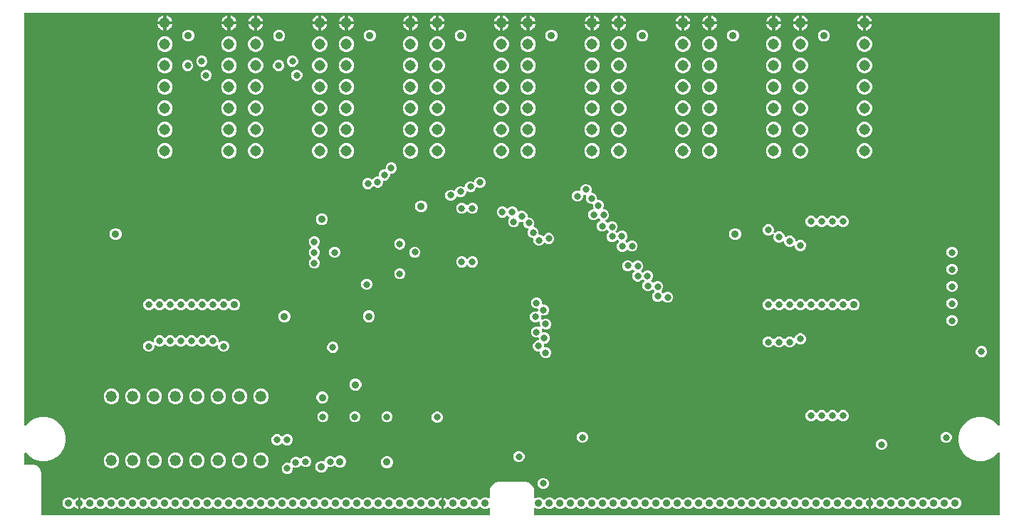
<source format=gbr>
G04 EAGLE Gerber RS-274X export*
G75*
%MOMM*%
%FSLAX34Y34*%
%LPD*%
%INCopper Layer 3*%
%IPPOS*%
%AMOC8*
5,1,8,0,0,1.08239X$1,22.5*%
G01*
%ADD10C,0.908000*%
%ADD11C,1.320800*%
%ADD12C,1.308000*%
%ADD13C,0.906400*%
%ADD14C,0.806400*%

G36*
X563453Y10811D02*
X563453Y10811D01*
X563572Y10818D01*
X563610Y10831D01*
X563651Y10836D01*
X563761Y10879D01*
X563874Y10916D01*
X563909Y10938D01*
X563946Y10953D01*
X564042Y11022D01*
X564143Y11086D01*
X564171Y11116D01*
X564204Y11139D01*
X564280Y11231D01*
X564361Y11318D01*
X564381Y11353D01*
X564406Y11384D01*
X564457Y11492D01*
X564515Y11596D01*
X564525Y11636D01*
X564542Y11672D01*
X564564Y11789D01*
X564594Y11904D01*
X564598Y11964D01*
X564602Y11984D01*
X564600Y12005D01*
X564604Y12065D01*
X564604Y18241D01*
X564598Y18290D01*
X564600Y18339D01*
X564578Y18447D01*
X564564Y18556D01*
X564546Y18602D01*
X564536Y18651D01*
X564488Y18750D01*
X564447Y18852D01*
X564418Y18892D01*
X564396Y18937D01*
X564325Y19020D01*
X564261Y19109D01*
X564222Y19141D01*
X564190Y19179D01*
X564100Y19242D01*
X564016Y19312D01*
X563971Y19333D01*
X563930Y19362D01*
X563827Y19401D01*
X563728Y19447D01*
X563679Y19457D01*
X563633Y19474D01*
X563523Y19487D01*
X563416Y19507D01*
X563366Y19504D01*
X563317Y19510D01*
X563208Y19494D01*
X563098Y19487D01*
X563051Y19472D01*
X563002Y19465D01*
X562849Y19413D01*
X560208Y18319D01*
X557392Y18319D01*
X554789Y19397D01*
X553347Y20839D01*
X553253Y20912D01*
X553164Y20991D01*
X553128Y21009D01*
X553096Y21034D01*
X552987Y21081D01*
X552881Y21135D01*
X552842Y21144D01*
X552804Y21160D01*
X552687Y21179D01*
X552571Y21205D01*
X552530Y21204D01*
X552490Y21210D01*
X552372Y21199D01*
X552253Y21195D01*
X552214Y21184D01*
X552174Y21180D01*
X552062Y21140D01*
X551947Y21107D01*
X551912Y21086D01*
X551874Y21073D01*
X551776Y21006D01*
X551673Y20945D01*
X551628Y20905D01*
X551611Y20894D01*
X551598Y20879D01*
X551552Y20839D01*
X550111Y19397D01*
X547508Y18319D01*
X544692Y18319D01*
X542089Y19397D01*
X540647Y20839D01*
X540553Y20912D01*
X540464Y20991D01*
X540428Y21009D01*
X540396Y21034D01*
X540287Y21081D01*
X540181Y21135D01*
X540142Y21144D01*
X540104Y21160D01*
X539987Y21179D01*
X539871Y21205D01*
X539830Y21204D01*
X539790Y21210D01*
X539672Y21199D01*
X539553Y21195D01*
X539514Y21184D01*
X539474Y21180D01*
X539362Y21140D01*
X539247Y21107D01*
X539212Y21086D01*
X539174Y21073D01*
X539076Y21006D01*
X538973Y20945D01*
X538928Y20905D01*
X538911Y20894D01*
X538898Y20879D01*
X538852Y20839D01*
X537411Y19397D01*
X534808Y18319D01*
X531992Y18319D01*
X529389Y19397D01*
X527947Y20839D01*
X527853Y20912D01*
X527764Y20991D01*
X527728Y21009D01*
X527696Y21034D01*
X527587Y21081D01*
X527481Y21135D01*
X527442Y21144D01*
X527404Y21160D01*
X527287Y21179D01*
X527171Y21205D01*
X527130Y21204D01*
X527090Y21210D01*
X526972Y21199D01*
X526853Y21195D01*
X526814Y21184D01*
X526774Y21180D01*
X526662Y21140D01*
X526547Y21107D01*
X526512Y21086D01*
X526474Y21073D01*
X526376Y21006D01*
X526273Y20945D01*
X526228Y20905D01*
X526211Y20894D01*
X526198Y20879D01*
X526152Y20839D01*
X524711Y19397D01*
X522108Y18319D01*
X519292Y18319D01*
X516689Y19397D01*
X515247Y20839D01*
X515153Y20912D01*
X515064Y20991D01*
X515028Y21009D01*
X514996Y21034D01*
X514887Y21081D01*
X514781Y21135D01*
X514742Y21144D01*
X514704Y21160D01*
X514587Y21179D01*
X514471Y21205D01*
X514430Y21204D01*
X514390Y21210D01*
X514272Y21199D01*
X514153Y21195D01*
X514114Y21184D01*
X514074Y21180D01*
X513962Y21140D01*
X513847Y21107D01*
X513812Y21086D01*
X513774Y21073D01*
X513676Y21006D01*
X513573Y20945D01*
X513528Y20905D01*
X513511Y20894D01*
X513498Y20879D01*
X513452Y20839D01*
X512514Y19900D01*
X511354Y19125D01*
X510065Y18591D01*
X509269Y18433D01*
X509269Y25400D01*
X509269Y32367D01*
X510065Y32209D01*
X511354Y31675D01*
X512514Y30900D01*
X513452Y29961D01*
X513546Y29888D01*
X513636Y29809D01*
X513672Y29791D01*
X513704Y29766D01*
X513813Y29719D01*
X513919Y29665D01*
X513958Y29656D01*
X513996Y29640D01*
X514113Y29621D01*
X514229Y29595D01*
X514270Y29596D01*
X514310Y29590D01*
X514428Y29601D01*
X514547Y29605D01*
X514586Y29616D01*
X514626Y29620D01*
X514739Y29660D01*
X514853Y29693D01*
X514887Y29714D01*
X514926Y29727D01*
X515024Y29794D01*
X515127Y29855D01*
X515172Y29895D01*
X515189Y29906D01*
X515202Y29921D01*
X515247Y29961D01*
X516689Y31403D01*
X519292Y32481D01*
X522108Y32481D01*
X524711Y31403D01*
X526152Y29961D01*
X526247Y29888D01*
X526336Y29809D01*
X526372Y29791D01*
X526404Y29766D01*
X526513Y29719D01*
X526619Y29665D01*
X526658Y29656D01*
X526696Y29640D01*
X526813Y29621D01*
X526929Y29595D01*
X526970Y29596D01*
X527010Y29590D01*
X527128Y29601D01*
X527247Y29605D01*
X527286Y29616D01*
X527326Y29620D01*
X527439Y29660D01*
X527553Y29693D01*
X527587Y29714D01*
X527626Y29727D01*
X527724Y29794D01*
X527827Y29855D01*
X527872Y29895D01*
X527889Y29906D01*
X527902Y29921D01*
X527947Y29961D01*
X529389Y31403D01*
X531992Y32481D01*
X534808Y32481D01*
X537411Y31403D01*
X538852Y29961D01*
X538947Y29888D01*
X539036Y29809D01*
X539072Y29791D01*
X539104Y29766D01*
X539213Y29719D01*
X539319Y29665D01*
X539358Y29656D01*
X539396Y29640D01*
X539513Y29621D01*
X539629Y29595D01*
X539670Y29596D01*
X539710Y29590D01*
X539828Y29601D01*
X539947Y29605D01*
X539986Y29616D01*
X540026Y29620D01*
X540139Y29660D01*
X540253Y29693D01*
X540287Y29714D01*
X540326Y29727D01*
X540424Y29794D01*
X540527Y29855D01*
X540572Y29895D01*
X540589Y29906D01*
X540602Y29921D01*
X540647Y29961D01*
X542089Y31403D01*
X544692Y32481D01*
X547508Y32481D01*
X550111Y31403D01*
X551552Y29961D01*
X551647Y29888D01*
X551736Y29809D01*
X551772Y29791D01*
X551804Y29766D01*
X551913Y29719D01*
X552019Y29665D01*
X552058Y29656D01*
X552096Y29640D01*
X552213Y29621D01*
X552329Y29595D01*
X552370Y29596D01*
X552410Y29590D01*
X552528Y29601D01*
X552647Y29605D01*
X552686Y29616D01*
X552726Y29620D01*
X552839Y29660D01*
X552953Y29693D01*
X552987Y29714D01*
X553026Y29727D01*
X553124Y29794D01*
X553227Y29855D01*
X553272Y29895D01*
X553289Y29906D01*
X553302Y29921D01*
X553347Y29961D01*
X554789Y31403D01*
X557392Y32481D01*
X560208Y32481D01*
X562849Y31387D01*
X562897Y31374D01*
X562942Y31353D01*
X563050Y31332D01*
X563156Y31303D01*
X563206Y31302D01*
X563255Y31293D01*
X563364Y31300D01*
X563474Y31298D01*
X563522Y31309D01*
X563572Y31313D01*
X563676Y31346D01*
X563783Y31372D01*
X563827Y31395D01*
X563874Y31411D01*
X563967Y31469D01*
X564064Y31521D01*
X564101Y31554D01*
X564143Y31581D01*
X564218Y31661D01*
X564300Y31735D01*
X564327Y31776D01*
X564361Y31812D01*
X564414Y31909D01*
X564474Y32000D01*
X564491Y32047D01*
X564515Y32091D01*
X564542Y32197D01*
X564578Y32301D01*
X564582Y32351D01*
X564594Y32399D01*
X564604Y32559D01*
X564604Y42147D01*
X566248Y46115D01*
X569285Y49152D01*
X573253Y50796D01*
X607847Y50796D01*
X611815Y49152D01*
X614852Y46115D01*
X616496Y42147D01*
X616496Y32559D01*
X616502Y32510D01*
X616500Y32461D01*
X616522Y32353D01*
X616536Y32244D01*
X616554Y32198D01*
X616564Y32149D01*
X616612Y32050D01*
X616653Y31948D01*
X616682Y31908D01*
X616704Y31863D01*
X616775Y31780D01*
X616839Y31691D01*
X616878Y31659D01*
X616910Y31621D01*
X617000Y31558D01*
X617084Y31488D01*
X617129Y31467D01*
X617170Y31438D01*
X617273Y31399D01*
X617372Y31353D01*
X617421Y31343D01*
X617467Y31326D01*
X617577Y31313D01*
X617684Y31293D01*
X617734Y31296D01*
X617783Y31290D01*
X617892Y31306D01*
X618002Y31313D01*
X618049Y31328D01*
X618098Y31335D01*
X618251Y31387D01*
X620892Y32481D01*
X623708Y32481D01*
X626311Y31403D01*
X627752Y29961D01*
X627847Y29888D01*
X627936Y29809D01*
X627972Y29791D01*
X628004Y29766D01*
X628113Y29719D01*
X628219Y29665D01*
X628258Y29656D01*
X628296Y29640D01*
X628413Y29621D01*
X628529Y29595D01*
X628570Y29596D01*
X628610Y29590D01*
X628728Y29601D01*
X628847Y29605D01*
X628886Y29616D01*
X628926Y29620D01*
X629039Y29660D01*
X629153Y29693D01*
X629187Y29714D01*
X629226Y29727D01*
X629324Y29794D01*
X629427Y29855D01*
X629472Y29895D01*
X629489Y29906D01*
X629502Y29921D01*
X629547Y29961D01*
X630989Y31403D01*
X633592Y32481D01*
X636408Y32481D01*
X639011Y31403D01*
X640452Y29961D01*
X640547Y29888D01*
X640636Y29809D01*
X640672Y29791D01*
X640704Y29766D01*
X640813Y29719D01*
X640919Y29665D01*
X640958Y29656D01*
X640996Y29640D01*
X641113Y29621D01*
X641229Y29595D01*
X641270Y29596D01*
X641310Y29590D01*
X641428Y29601D01*
X641547Y29605D01*
X641586Y29616D01*
X641626Y29620D01*
X641739Y29660D01*
X641853Y29693D01*
X641887Y29714D01*
X641926Y29727D01*
X642024Y29794D01*
X642127Y29855D01*
X642172Y29895D01*
X642189Y29906D01*
X642202Y29921D01*
X642247Y29961D01*
X643689Y31403D01*
X646292Y32481D01*
X649108Y32481D01*
X651711Y31403D01*
X653152Y29961D01*
X653247Y29888D01*
X653336Y29809D01*
X653372Y29791D01*
X653404Y29766D01*
X653513Y29719D01*
X653619Y29665D01*
X653658Y29656D01*
X653696Y29640D01*
X653813Y29621D01*
X653929Y29595D01*
X653970Y29596D01*
X654010Y29590D01*
X654128Y29601D01*
X654247Y29605D01*
X654286Y29616D01*
X654326Y29620D01*
X654439Y29660D01*
X654553Y29693D01*
X654587Y29714D01*
X654626Y29727D01*
X654724Y29794D01*
X654827Y29855D01*
X654872Y29895D01*
X654889Y29906D01*
X654902Y29921D01*
X654947Y29961D01*
X656389Y31403D01*
X658992Y32481D01*
X661808Y32481D01*
X664411Y31403D01*
X665852Y29961D01*
X665947Y29888D01*
X666036Y29809D01*
X666072Y29791D01*
X666104Y29766D01*
X666213Y29719D01*
X666319Y29665D01*
X666358Y29656D01*
X666396Y29640D01*
X666513Y29621D01*
X666629Y29595D01*
X666670Y29596D01*
X666710Y29590D01*
X666828Y29601D01*
X666947Y29605D01*
X666986Y29616D01*
X667026Y29620D01*
X667139Y29660D01*
X667253Y29693D01*
X667287Y29714D01*
X667326Y29727D01*
X667424Y29794D01*
X667527Y29855D01*
X667572Y29895D01*
X667589Y29906D01*
X667602Y29921D01*
X667647Y29961D01*
X669089Y31403D01*
X671692Y32481D01*
X674508Y32481D01*
X677111Y31403D01*
X678552Y29961D01*
X678647Y29888D01*
X678736Y29809D01*
X678772Y29791D01*
X678804Y29766D01*
X678913Y29719D01*
X679019Y29665D01*
X679058Y29656D01*
X679096Y29640D01*
X679213Y29621D01*
X679329Y29595D01*
X679370Y29596D01*
X679410Y29590D01*
X679528Y29601D01*
X679647Y29605D01*
X679686Y29616D01*
X679726Y29620D01*
X679839Y29660D01*
X679953Y29693D01*
X679987Y29714D01*
X680026Y29727D01*
X680124Y29794D01*
X680227Y29855D01*
X680272Y29895D01*
X680289Y29906D01*
X680302Y29921D01*
X680347Y29961D01*
X681789Y31403D01*
X684392Y32481D01*
X687208Y32481D01*
X689811Y31403D01*
X691252Y29961D01*
X691347Y29888D01*
X691436Y29809D01*
X691472Y29791D01*
X691504Y29766D01*
X691613Y29719D01*
X691719Y29665D01*
X691758Y29656D01*
X691796Y29640D01*
X691913Y29621D01*
X692029Y29595D01*
X692070Y29596D01*
X692110Y29590D01*
X692228Y29601D01*
X692347Y29605D01*
X692386Y29616D01*
X692426Y29620D01*
X692539Y29660D01*
X692653Y29693D01*
X692687Y29714D01*
X692726Y29727D01*
X692824Y29794D01*
X692927Y29855D01*
X692972Y29895D01*
X692989Y29906D01*
X693002Y29921D01*
X693047Y29961D01*
X694489Y31403D01*
X697092Y32481D01*
X699908Y32481D01*
X702511Y31403D01*
X703952Y29961D01*
X704047Y29888D01*
X704136Y29809D01*
X704172Y29791D01*
X704204Y29766D01*
X704313Y29719D01*
X704419Y29665D01*
X704458Y29656D01*
X704496Y29640D01*
X704613Y29621D01*
X704729Y29595D01*
X704770Y29596D01*
X704810Y29590D01*
X704928Y29601D01*
X705047Y29605D01*
X705086Y29616D01*
X705126Y29620D01*
X705239Y29660D01*
X705353Y29693D01*
X705387Y29714D01*
X705426Y29727D01*
X705524Y29794D01*
X705627Y29855D01*
X705672Y29895D01*
X705689Y29906D01*
X705702Y29921D01*
X705747Y29961D01*
X707189Y31403D01*
X709792Y32481D01*
X712608Y32481D01*
X715211Y31403D01*
X716652Y29961D01*
X716747Y29888D01*
X716836Y29809D01*
X716872Y29791D01*
X716904Y29766D01*
X717013Y29719D01*
X717119Y29665D01*
X717158Y29656D01*
X717196Y29640D01*
X717313Y29621D01*
X717429Y29595D01*
X717470Y29596D01*
X717510Y29590D01*
X717628Y29601D01*
X717747Y29605D01*
X717786Y29616D01*
X717826Y29620D01*
X717939Y29660D01*
X718053Y29693D01*
X718087Y29714D01*
X718126Y29727D01*
X718224Y29794D01*
X718327Y29855D01*
X718372Y29895D01*
X718389Y29906D01*
X718402Y29921D01*
X718447Y29961D01*
X719889Y31403D01*
X722492Y32481D01*
X725308Y32481D01*
X727911Y31403D01*
X729352Y29961D01*
X729447Y29888D01*
X729536Y29809D01*
X729572Y29791D01*
X729604Y29766D01*
X729713Y29719D01*
X729819Y29665D01*
X729858Y29656D01*
X729896Y29640D01*
X730013Y29621D01*
X730129Y29595D01*
X730170Y29596D01*
X730210Y29590D01*
X730328Y29601D01*
X730447Y29605D01*
X730486Y29616D01*
X730526Y29620D01*
X730639Y29660D01*
X730753Y29693D01*
X730787Y29714D01*
X730826Y29727D01*
X730924Y29794D01*
X731027Y29855D01*
X731072Y29895D01*
X731089Y29906D01*
X731102Y29921D01*
X731147Y29961D01*
X732589Y31403D01*
X735192Y32481D01*
X738008Y32481D01*
X740611Y31403D01*
X742052Y29961D01*
X742147Y29888D01*
X742236Y29809D01*
X742272Y29791D01*
X742304Y29766D01*
X742413Y29719D01*
X742519Y29665D01*
X742558Y29656D01*
X742596Y29640D01*
X742713Y29621D01*
X742829Y29595D01*
X742870Y29596D01*
X742910Y29590D01*
X743028Y29601D01*
X743147Y29605D01*
X743186Y29616D01*
X743226Y29620D01*
X743339Y29660D01*
X743453Y29693D01*
X743487Y29714D01*
X743526Y29727D01*
X743624Y29794D01*
X743727Y29855D01*
X743772Y29895D01*
X743789Y29906D01*
X743802Y29921D01*
X743847Y29961D01*
X745289Y31403D01*
X747892Y32481D01*
X750708Y32481D01*
X753311Y31403D01*
X754753Y29961D01*
X754847Y29888D01*
X754936Y29809D01*
X754972Y29791D01*
X755004Y29766D01*
X755113Y29719D01*
X755219Y29665D01*
X755258Y29656D01*
X755296Y29640D01*
X755413Y29621D01*
X755529Y29595D01*
X755570Y29596D01*
X755610Y29590D01*
X755728Y29601D01*
X755847Y29605D01*
X755886Y29616D01*
X755926Y29620D01*
X756038Y29660D01*
X756153Y29693D01*
X756188Y29714D01*
X756226Y29727D01*
X756324Y29794D01*
X756427Y29855D01*
X756472Y29895D01*
X756489Y29906D01*
X756502Y29921D01*
X756548Y29961D01*
X757989Y31403D01*
X760592Y32481D01*
X763408Y32481D01*
X766011Y31403D01*
X767452Y29961D01*
X767547Y29888D01*
X767636Y29809D01*
X767672Y29791D01*
X767704Y29766D01*
X767813Y29719D01*
X767919Y29665D01*
X767958Y29656D01*
X767996Y29640D01*
X768113Y29621D01*
X768229Y29595D01*
X768270Y29596D01*
X768310Y29590D01*
X768428Y29601D01*
X768547Y29605D01*
X768586Y29616D01*
X768626Y29620D01*
X768739Y29660D01*
X768853Y29693D01*
X768887Y29714D01*
X768926Y29727D01*
X769024Y29794D01*
X769127Y29855D01*
X769172Y29895D01*
X769189Y29906D01*
X769202Y29921D01*
X769247Y29961D01*
X770689Y31403D01*
X773292Y32481D01*
X776108Y32481D01*
X778711Y31403D01*
X780152Y29961D01*
X780247Y29888D01*
X780336Y29809D01*
X780372Y29791D01*
X780404Y29766D01*
X780513Y29719D01*
X780619Y29665D01*
X780658Y29656D01*
X780696Y29640D01*
X780813Y29621D01*
X780929Y29595D01*
X780970Y29596D01*
X781010Y29590D01*
X781128Y29601D01*
X781247Y29605D01*
X781286Y29616D01*
X781326Y29620D01*
X781439Y29660D01*
X781553Y29693D01*
X781587Y29714D01*
X781626Y29727D01*
X781724Y29794D01*
X781827Y29855D01*
X781872Y29895D01*
X781889Y29906D01*
X781902Y29921D01*
X781947Y29961D01*
X783389Y31403D01*
X785992Y32481D01*
X788808Y32481D01*
X791411Y31403D01*
X792852Y29961D01*
X792947Y29888D01*
X793036Y29809D01*
X793072Y29791D01*
X793104Y29766D01*
X793213Y29719D01*
X793319Y29665D01*
X793358Y29656D01*
X793396Y29640D01*
X793513Y29621D01*
X793629Y29595D01*
X793670Y29596D01*
X793710Y29590D01*
X793828Y29601D01*
X793947Y29605D01*
X793986Y29616D01*
X794026Y29620D01*
X794139Y29660D01*
X794253Y29693D01*
X794287Y29714D01*
X794326Y29727D01*
X794424Y29794D01*
X794527Y29855D01*
X794572Y29895D01*
X794589Y29906D01*
X794602Y29921D01*
X794647Y29961D01*
X796089Y31403D01*
X798692Y32481D01*
X801508Y32481D01*
X804111Y31403D01*
X805552Y29961D01*
X805647Y29888D01*
X805736Y29809D01*
X805772Y29791D01*
X805804Y29766D01*
X805913Y29719D01*
X806019Y29665D01*
X806058Y29656D01*
X806096Y29640D01*
X806213Y29621D01*
X806329Y29595D01*
X806370Y29596D01*
X806410Y29590D01*
X806528Y29601D01*
X806647Y29605D01*
X806686Y29616D01*
X806726Y29620D01*
X806839Y29660D01*
X806953Y29693D01*
X806987Y29714D01*
X807026Y29727D01*
X807124Y29794D01*
X807227Y29855D01*
X807272Y29895D01*
X807289Y29906D01*
X807302Y29921D01*
X807347Y29961D01*
X808789Y31403D01*
X811392Y32481D01*
X814208Y32481D01*
X816811Y31403D01*
X818252Y29961D01*
X818347Y29888D01*
X818436Y29809D01*
X818472Y29791D01*
X818504Y29766D01*
X818613Y29719D01*
X818719Y29665D01*
X818758Y29656D01*
X818796Y29640D01*
X818913Y29621D01*
X819029Y29595D01*
X819070Y29596D01*
X819110Y29590D01*
X819228Y29601D01*
X819347Y29605D01*
X819386Y29616D01*
X819426Y29620D01*
X819539Y29660D01*
X819653Y29693D01*
X819687Y29714D01*
X819726Y29727D01*
X819824Y29794D01*
X819927Y29855D01*
X819972Y29895D01*
X819989Y29906D01*
X820002Y29921D01*
X820047Y29961D01*
X821489Y31403D01*
X824092Y32481D01*
X826908Y32481D01*
X829511Y31403D01*
X830952Y29961D01*
X831047Y29888D01*
X831136Y29809D01*
X831172Y29791D01*
X831204Y29766D01*
X831313Y29719D01*
X831419Y29665D01*
X831458Y29656D01*
X831496Y29640D01*
X831613Y29621D01*
X831729Y29595D01*
X831770Y29596D01*
X831810Y29590D01*
X831928Y29601D01*
X832047Y29605D01*
X832086Y29616D01*
X832126Y29620D01*
X832239Y29660D01*
X832353Y29693D01*
X832387Y29714D01*
X832426Y29727D01*
X832524Y29794D01*
X832627Y29855D01*
X832672Y29895D01*
X832689Y29906D01*
X832702Y29921D01*
X832747Y29961D01*
X834189Y31403D01*
X836792Y32481D01*
X839608Y32481D01*
X842211Y31403D01*
X843652Y29961D01*
X843747Y29888D01*
X843836Y29809D01*
X843872Y29791D01*
X843904Y29766D01*
X844013Y29719D01*
X844119Y29665D01*
X844158Y29656D01*
X844196Y29640D01*
X844313Y29621D01*
X844429Y29595D01*
X844470Y29596D01*
X844510Y29590D01*
X844628Y29601D01*
X844747Y29605D01*
X844786Y29616D01*
X844826Y29620D01*
X844939Y29660D01*
X845053Y29693D01*
X845087Y29714D01*
X845126Y29727D01*
X845224Y29794D01*
X845327Y29855D01*
X845372Y29895D01*
X845389Y29906D01*
X845402Y29921D01*
X845447Y29961D01*
X846889Y31403D01*
X849492Y32481D01*
X852308Y32481D01*
X854911Y31403D01*
X856352Y29961D01*
X856447Y29888D01*
X856536Y29809D01*
X856572Y29791D01*
X856604Y29766D01*
X856713Y29719D01*
X856819Y29665D01*
X856858Y29656D01*
X856896Y29640D01*
X857013Y29621D01*
X857129Y29595D01*
X857170Y29596D01*
X857210Y29590D01*
X857328Y29601D01*
X857447Y29605D01*
X857486Y29616D01*
X857526Y29620D01*
X857639Y29660D01*
X857753Y29693D01*
X857787Y29714D01*
X857826Y29727D01*
X857924Y29794D01*
X858027Y29855D01*
X858072Y29895D01*
X858089Y29906D01*
X858102Y29921D01*
X858147Y29961D01*
X859589Y31403D01*
X862192Y32481D01*
X865008Y32481D01*
X867611Y31403D01*
X869052Y29961D01*
X869147Y29888D01*
X869236Y29809D01*
X869272Y29791D01*
X869304Y29766D01*
X869413Y29719D01*
X869519Y29665D01*
X869558Y29656D01*
X869596Y29640D01*
X869713Y29621D01*
X869829Y29595D01*
X869870Y29596D01*
X869910Y29590D01*
X870028Y29601D01*
X870147Y29605D01*
X870186Y29616D01*
X870226Y29620D01*
X870339Y29660D01*
X870453Y29693D01*
X870487Y29714D01*
X870526Y29727D01*
X870624Y29794D01*
X870727Y29855D01*
X870772Y29895D01*
X870789Y29906D01*
X870802Y29921D01*
X870847Y29961D01*
X872289Y31403D01*
X874892Y32481D01*
X877708Y32481D01*
X880311Y31403D01*
X881752Y29961D01*
X881847Y29888D01*
X881936Y29809D01*
X881972Y29791D01*
X882004Y29766D01*
X882113Y29719D01*
X882219Y29665D01*
X882258Y29656D01*
X882296Y29640D01*
X882413Y29621D01*
X882529Y29595D01*
X882570Y29596D01*
X882610Y29590D01*
X882728Y29601D01*
X882847Y29605D01*
X882886Y29616D01*
X882926Y29620D01*
X883039Y29660D01*
X883153Y29693D01*
X883187Y29714D01*
X883226Y29727D01*
X883324Y29794D01*
X883427Y29855D01*
X883472Y29895D01*
X883489Y29906D01*
X883502Y29921D01*
X883547Y29961D01*
X884989Y31403D01*
X887592Y32481D01*
X890408Y32481D01*
X893011Y31403D01*
X894452Y29961D01*
X894547Y29888D01*
X894636Y29809D01*
X894672Y29791D01*
X894704Y29766D01*
X894813Y29719D01*
X894919Y29665D01*
X894958Y29656D01*
X894996Y29640D01*
X895113Y29621D01*
X895229Y29595D01*
X895270Y29596D01*
X895310Y29590D01*
X895428Y29601D01*
X895547Y29605D01*
X895586Y29616D01*
X895626Y29620D01*
X895739Y29660D01*
X895853Y29693D01*
X895887Y29714D01*
X895926Y29727D01*
X896024Y29794D01*
X896127Y29855D01*
X896172Y29895D01*
X896189Y29906D01*
X896202Y29921D01*
X896247Y29961D01*
X897689Y31403D01*
X900292Y32481D01*
X903108Y32481D01*
X905711Y31403D01*
X907152Y29961D01*
X907247Y29888D01*
X907336Y29809D01*
X907372Y29791D01*
X907404Y29766D01*
X907513Y29719D01*
X907619Y29665D01*
X907658Y29656D01*
X907696Y29640D01*
X907813Y29621D01*
X907929Y29595D01*
X907970Y29596D01*
X908010Y29590D01*
X908128Y29601D01*
X908247Y29605D01*
X908286Y29616D01*
X908326Y29620D01*
X908439Y29660D01*
X908553Y29693D01*
X908587Y29714D01*
X908626Y29727D01*
X908724Y29794D01*
X908827Y29855D01*
X908872Y29895D01*
X908889Y29906D01*
X908902Y29921D01*
X908947Y29961D01*
X910389Y31403D01*
X912992Y32481D01*
X915808Y32481D01*
X918411Y31403D01*
X919852Y29961D01*
X919947Y29888D01*
X920036Y29809D01*
X920072Y29791D01*
X920104Y29766D01*
X920213Y29719D01*
X920319Y29665D01*
X920358Y29656D01*
X920396Y29640D01*
X920513Y29621D01*
X920629Y29595D01*
X920670Y29596D01*
X920710Y29590D01*
X920828Y29601D01*
X920947Y29605D01*
X920986Y29616D01*
X921026Y29620D01*
X921139Y29660D01*
X921253Y29693D01*
X921287Y29714D01*
X921326Y29727D01*
X921424Y29794D01*
X921527Y29855D01*
X921572Y29895D01*
X921589Y29906D01*
X921602Y29921D01*
X921647Y29961D01*
X923089Y31403D01*
X925692Y32481D01*
X928508Y32481D01*
X931111Y31403D01*
X932552Y29961D01*
X932647Y29888D01*
X932736Y29809D01*
X932772Y29791D01*
X932804Y29766D01*
X932913Y29719D01*
X933019Y29665D01*
X933058Y29656D01*
X933096Y29640D01*
X933213Y29621D01*
X933329Y29595D01*
X933370Y29596D01*
X933410Y29590D01*
X933528Y29601D01*
X933647Y29605D01*
X933686Y29616D01*
X933726Y29620D01*
X933839Y29660D01*
X933953Y29693D01*
X933987Y29714D01*
X934026Y29727D01*
X934124Y29794D01*
X934227Y29855D01*
X934272Y29895D01*
X934289Y29906D01*
X934302Y29921D01*
X934347Y29961D01*
X935789Y31403D01*
X938392Y32481D01*
X941208Y32481D01*
X943811Y31403D01*
X945252Y29961D01*
X945347Y29888D01*
X945436Y29809D01*
X945472Y29791D01*
X945504Y29766D01*
X945613Y29719D01*
X945719Y29665D01*
X945758Y29656D01*
X945796Y29640D01*
X945913Y29621D01*
X946029Y29595D01*
X946070Y29596D01*
X946110Y29590D01*
X946228Y29601D01*
X946347Y29605D01*
X946386Y29616D01*
X946426Y29620D01*
X946539Y29660D01*
X946653Y29693D01*
X946687Y29714D01*
X946726Y29727D01*
X946824Y29794D01*
X946927Y29855D01*
X946972Y29895D01*
X946989Y29906D01*
X947002Y29921D01*
X947047Y29961D01*
X948489Y31403D01*
X951092Y32481D01*
X953908Y32481D01*
X956511Y31403D01*
X957952Y29961D01*
X958047Y29888D01*
X958136Y29809D01*
X958172Y29791D01*
X958204Y29766D01*
X958313Y29719D01*
X958419Y29665D01*
X958458Y29656D01*
X958496Y29640D01*
X958613Y29621D01*
X958729Y29595D01*
X958770Y29596D01*
X958810Y29590D01*
X958928Y29601D01*
X959047Y29605D01*
X959086Y29616D01*
X959126Y29620D01*
X959239Y29660D01*
X959353Y29693D01*
X959387Y29714D01*
X959426Y29727D01*
X959524Y29794D01*
X959627Y29855D01*
X959672Y29895D01*
X959689Y29906D01*
X959702Y29921D01*
X959747Y29961D01*
X961189Y31403D01*
X963792Y32481D01*
X966608Y32481D01*
X969211Y31403D01*
X970652Y29961D01*
X970747Y29888D01*
X970836Y29809D01*
X970872Y29791D01*
X970904Y29766D01*
X971013Y29719D01*
X971119Y29665D01*
X971158Y29656D01*
X971196Y29640D01*
X971313Y29621D01*
X971429Y29595D01*
X971470Y29596D01*
X971510Y29590D01*
X971628Y29601D01*
X971747Y29605D01*
X971786Y29616D01*
X971826Y29620D01*
X971939Y29660D01*
X972053Y29693D01*
X972087Y29714D01*
X972126Y29727D01*
X972224Y29794D01*
X972327Y29855D01*
X972372Y29895D01*
X972389Y29906D01*
X972402Y29921D01*
X972447Y29961D01*
X973889Y31403D01*
X976492Y32481D01*
X979308Y32481D01*
X981911Y31403D01*
X983352Y29961D01*
X983447Y29888D01*
X983536Y29809D01*
X983572Y29791D01*
X983604Y29766D01*
X983713Y29719D01*
X983819Y29665D01*
X983858Y29656D01*
X983896Y29640D01*
X984013Y29621D01*
X984129Y29595D01*
X984170Y29596D01*
X984210Y29590D01*
X984328Y29601D01*
X984447Y29605D01*
X984486Y29616D01*
X984526Y29620D01*
X984639Y29660D01*
X984753Y29693D01*
X984787Y29714D01*
X984826Y29727D01*
X984924Y29794D01*
X985027Y29855D01*
X985072Y29895D01*
X985089Y29906D01*
X985102Y29921D01*
X985147Y29961D01*
X986589Y31403D01*
X989192Y32481D01*
X992008Y32481D01*
X994611Y31403D01*
X996052Y29961D01*
X996147Y29888D01*
X996236Y29809D01*
X996272Y29791D01*
X996304Y29766D01*
X996413Y29719D01*
X996519Y29665D01*
X996558Y29656D01*
X996596Y29640D01*
X996713Y29621D01*
X996829Y29595D01*
X996870Y29596D01*
X996910Y29590D01*
X997028Y29601D01*
X997147Y29605D01*
X997186Y29616D01*
X997226Y29620D01*
X997339Y29660D01*
X997453Y29693D01*
X997487Y29714D01*
X997526Y29727D01*
X997624Y29794D01*
X997727Y29855D01*
X997772Y29895D01*
X997789Y29906D01*
X997802Y29921D01*
X997847Y29961D01*
X999289Y31403D01*
X1001892Y32481D01*
X1004708Y32481D01*
X1007311Y31403D01*
X1008752Y29961D01*
X1008847Y29888D01*
X1008936Y29809D01*
X1008972Y29791D01*
X1009004Y29766D01*
X1009113Y29719D01*
X1009219Y29665D01*
X1009258Y29656D01*
X1009296Y29640D01*
X1009413Y29621D01*
X1009529Y29595D01*
X1009570Y29596D01*
X1009610Y29590D01*
X1009728Y29601D01*
X1009847Y29605D01*
X1009886Y29616D01*
X1009926Y29620D01*
X1010039Y29660D01*
X1010153Y29693D01*
X1010187Y29714D01*
X1010226Y29727D01*
X1010324Y29794D01*
X1010427Y29855D01*
X1010472Y29895D01*
X1010489Y29906D01*
X1010502Y29921D01*
X1010547Y29961D01*
X1011486Y30900D01*
X1012646Y31675D01*
X1013935Y32209D01*
X1014731Y32367D01*
X1014731Y25400D01*
X1014731Y18433D01*
X1013935Y18591D01*
X1012646Y19125D01*
X1011486Y19900D01*
X1010547Y20839D01*
X1010453Y20912D01*
X1010364Y20991D01*
X1010328Y21009D01*
X1010296Y21034D01*
X1010187Y21081D01*
X1010081Y21135D01*
X1010042Y21144D01*
X1010004Y21160D01*
X1009887Y21179D01*
X1009771Y21205D01*
X1009730Y21204D01*
X1009690Y21210D01*
X1009572Y21199D01*
X1009453Y21195D01*
X1009414Y21184D01*
X1009374Y21180D01*
X1009262Y21140D01*
X1009147Y21107D01*
X1009112Y21086D01*
X1009074Y21073D01*
X1008976Y21006D01*
X1008873Y20945D01*
X1008828Y20905D01*
X1008811Y20894D01*
X1008798Y20879D01*
X1008752Y20839D01*
X1007311Y19397D01*
X1004708Y18319D01*
X1001892Y18319D01*
X999289Y19397D01*
X997847Y20839D01*
X997753Y20912D01*
X997664Y20991D01*
X997628Y21009D01*
X997596Y21034D01*
X997487Y21081D01*
X997381Y21135D01*
X997342Y21144D01*
X997304Y21160D01*
X997187Y21179D01*
X997071Y21205D01*
X997030Y21204D01*
X996990Y21210D01*
X996872Y21199D01*
X996753Y21195D01*
X996714Y21184D01*
X996674Y21180D01*
X996562Y21140D01*
X996447Y21107D01*
X996412Y21086D01*
X996374Y21073D01*
X996276Y21006D01*
X996173Y20945D01*
X996128Y20905D01*
X996111Y20894D01*
X996098Y20879D01*
X996052Y20839D01*
X994611Y19397D01*
X992008Y18319D01*
X989192Y18319D01*
X986589Y19397D01*
X985147Y20839D01*
X985053Y20912D01*
X984964Y20991D01*
X984928Y21009D01*
X984896Y21034D01*
X984787Y21081D01*
X984681Y21135D01*
X984642Y21144D01*
X984604Y21160D01*
X984487Y21179D01*
X984371Y21205D01*
X984330Y21204D01*
X984290Y21210D01*
X984172Y21199D01*
X984053Y21195D01*
X984014Y21184D01*
X983974Y21180D01*
X983862Y21140D01*
X983747Y21107D01*
X983712Y21086D01*
X983674Y21073D01*
X983576Y21006D01*
X983473Y20945D01*
X983428Y20905D01*
X983411Y20894D01*
X983398Y20879D01*
X983352Y20839D01*
X981911Y19397D01*
X979308Y18319D01*
X976492Y18319D01*
X973889Y19397D01*
X972447Y20839D01*
X972353Y20912D01*
X972264Y20991D01*
X972228Y21009D01*
X972196Y21034D01*
X972087Y21081D01*
X971981Y21135D01*
X971942Y21144D01*
X971904Y21160D01*
X971787Y21179D01*
X971671Y21205D01*
X971630Y21204D01*
X971590Y21210D01*
X971472Y21199D01*
X971353Y21195D01*
X971314Y21184D01*
X971274Y21180D01*
X971162Y21140D01*
X971047Y21107D01*
X971012Y21086D01*
X970974Y21073D01*
X970876Y21006D01*
X970773Y20945D01*
X970728Y20905D01*
X970711Y20894D01*
X970698Y20879D01*
X970652Y20839D01*
X969211Y19397D01*
X966608Y18319D01*
X963792Y18319D01*
X961189Y19397D01*
X959747Y20839D01*
X959653Y20912D01*
X959564Y20991D01*
X959528Y21009D01*
X959496Y21034D01*
X959387Y21081D01*
X959281Y21135D01*
X959242Y21144D01*
X959204Y21160D01*
X959087Y21179D01*
X958971Y21205D01*
X958930Y21204D01*
X958890Y21210D01*
X958772Y21199D01*
X958653Y21195D01*
X958614Y21184D01*
X958574Y21180D01*
X958462Y21140D01*
X958347Y21107D01*
X958312Y21086D01*
X958274Y21073D01*
X958176Y21006D01*
X958073Y20945D01*
X958028Y20905D01*
X958011Y20894D01*
X957998Y20879D01*
X957952Y20839D01*
X956511Y19397D01*
X953908Y18319D01*
X951092Y18319D01*
X948489Y19397D01*
X947047Y20839D01*
X946953Y20912D01*
X946864Y20991D01*
X946828Y21009D01*
X946796Y21034D01*
X946687Y21081D01*
X946581Y21135D01*
X946542Y21144D01*
X946504Y21160D01*
X946387Y21179D01*
X946271Y21205D01*
X946230Y21204D01*
X946190Y21210D01*
X946072Y21199D01*
X945953Y21195D01*
X945914Y21184D01*
X945874Y21180D01*
X945762Y21140D01*
X945647Y21107D01*
X945612Y21086D01*
X945574Y21073D01*
X945476Y21006D01*
X945373Y20945D01*
X945328Y20905D01*
X945311Y20894D01*
X945298Y20879D01*
X945252Y20839D01*
X943811Y19397D01*
X941208Y18319D01*
X938392Y18319D01*
X935789Y19397D01*
X934347Y20839D01*
X934253Y20912D01*
X934164Y20991D01*
X934128Y21009D01*
X934096Y21034D01*
X933987Y21081D01*
X933881Y21135D01*
X933842Y21144D01*
X933804Y21160D01*
X933687Y21179D01*
X933571Y21205D01*
X933530Y21204D01*
X933490Y21210D01*
X933372Y21199D01*
X933253Y21195D01*
X933214Y21184D01*
X933174Y21180D01*
X933062Y21140D01*
X932947Y21107D01*
X932912Y21086D01*
X932874Y21073D01*
X932776Y21006D01*
X932673Y20945D01*
X932628Y20905D01*
X932611Y20894D01*
X932598Y20879D01*
X932552Y20839D01*
X931111Y19397D01*
X928508Y18319D01*
X925692Y18319D01*
X923089Y19397D01*
X921647Y20839D01*
X921553Y20912D01*
X921464Y20991D01*
X921428Y21009D01*
X921396Y21034D01*
X921287Y21081D01*
X921181Y21135D01*
X921142Y21144D01*
X921104Y21160D01*
X920987Y21179D01*
X920871Y21205D01*
X920830Y21204D01*
X920790Y21210D01*
X920672Y21199D01*
X920553Y21195D01*
X920514Y21184D01*
X920474Y21180D01*
X920362Y21140D01*
X920247Y21107D01*
X920212Y21086D01*
X920174Y21073D01*
X920076Y21006D01*
X919973Y20945D01*
X919928Y20905D01*
X919911Y20894D01*
X919898Y20879D01*
X919852Y20839D01*
X918411Y19397D01*
X915808Y18319D01*
X912992Y18319D01*
X910389Y19397D01*
X908947Y20839D01*
X908853Y20912D01*
X908764Y20991D01*
X908728Y21009D01*
X908696Y21034D01*
X908587Y21081D01*
X908481Y21135D01*
X908442Y21144D01*
X908404Y21160D01*
X908287Y21179D01*
X908171Y21205D01*
X908130Y21204D01*
X908090Y21210D01*
X907972Y21199D01*
X907853Y21195D01*
X907814Y21184D01*
X907774Y21180D01*
X907662Y21140D01*
X907547Y21107D01*
X907512Y21086D01*
X907474Y21073D01*
X907376Y21006D01*
X907273Y20945D01*
X907228Y20905D01*
X907211Y20894D01*
X907198Y20879D01*
X907152Y20839D01*
X905711Y19397D01*
X903108Y18319D01*
X900292Y18319D01*
X897689Y19397D01*
X896247Y20839D01*
X896153Y20912D01*
X896064Y20991D01*
X896028Y21009D01*
X895996Y21034D01*
X895887Y21081D01*
X895781Y21135D01*
X895742Y21144D01*
X895704Y21160D01*
X895587Y21179D01*
X895471Y21205D01*
X895430Y21204D01*
X895390Y21210D01*
X895272Y21199D01*
X895153Y21195D01*
X895114Y21184D01*
X895074Y21180D01*
X894962Y21140D01*
X894847Y21107D01*
X894812Y21086D01*
X894774Y21073D01*
X894676Y21006D01*
X894573Y20945D01*
X894528Y20905D01*
X894511Y20894D01*
X894498Y20879D01*
X894452Y20839D01*
X893011Y19397D01*
X890408Y18319D01*
X887592Y18319D01*
X884989Y19397D01*
X883547Y20839D01*
X883453Y20912D01*
X883364Y20991D01*
X883328Y21009D01*
X883296Y21034D01*
X883187Y21081D01*
X883081Y21135D01*
X883042Y21144D01*
X883004Y21160D01*
X882887Y21179D01*
X882771Y21205D01*
X882730Y21204D01*
X882690Y21210D01*
X882572Y21199D01*
X882453Y21195D01*
X882414Y21184D01*
X882374Y21180D01*
X882262Y21140D01*
X882147Y21107D01*
X882112Y21086D01*
X882074Y21073D01*
X881976Y21006D01*
X881873Y20945D01*
X881828Y20905D01*
X881811Y20894D01*
X881798Y20879D01*
X881752Y20839D01*
X880311Y19397D01*
X877708Y18319D01*
X874892Y18319D01*
X872289Y19397D01*
X870847Y20839D01*
X870753Y20912D01*
X870664Y20991D01*
X870628Y21009D01*
X870596Y21034D01*
X870487Y21081D01*
X870381Y21135D01*
X870342Y21144D01*
X870304Y21160D01*
X870187Y21179D01*
X870071Y21205D01*
X870030Y21204D01*
X869990Y21210D01*
X869872Y21199D01*
X869753Y21195D01*
X869714Y21184D01*
X869674Y21180D01*
X869562Y21140D01*
X869447Y21107D01*
X869412Y21086D01*
X869374Y21073D01*
X869276Y21006D01*
X869173Y20945D01*
X869128Y20905D01*
X869111Y20894D01*
X869098Y20879D01*
X869052Y20839D01*
X867611Y19397D01*
X865008Y18319D01*
X862192Y18319D01*
X859589Y19397D01*
X858147Y20839D01*
X858053Y20912D01*
X857964Y20991D01*
X857928Y21009D01*
X857896Y21034D01*
X857787Y21081D01*
X857681Y21135D01*
X857642Y21144D01*
X857604Y21160D01*
X857487Y21179D01*
X857371Y21205D01*
X857330Y21204D01*
X857290Y21210D01*
X857172Y21199D01*
X857053Y21195D01*
X857014Y21184D01*
X856974Y21180D01*
X856862Y21140D01*
X856747Y21107D01*
X856712Y21086D01*
X856674Y21073D01*
X856576Y21006D01*
X856473Y20945D01*
X856428Y20905D01*
X856411Y20894D01*
X856398Y20879D01*
X856352Y20839D01*
X854911Y19397D01*
X852308Y18319D01*
X849492Y18319D01*
X846889Y19397D01*
X845447Y20839D01*
X845353Y20912D01*
X845264Y20991D01*
X845228Y21009D01*
X845196Y21034D01*
X845087Y21081D01*
X844981Y21135D01*
X844942Y21144D01*
X844904Y21160D01*
X844787Y21179D01*
X844671Y21205D01*
X844630Y21204D01*
X844590Y21210D01*
X844472Y21199D01*
X844353Y21195D01*
X844314Y21184D01*
X844274Y21180D01*
X844162Y21140D01*
X844047Y21107D01*
X844012Y21086D01*
X843974Y21073D01*
X843876Y21006D01*
X843773Y20945D01*
X843728Y20905D01*
X843711Y20894D01*
X843698Y20879D01*
X843652Y20839D01*
X842211Y19397D01*
X839608Y18319D01*
X836792Y18319D01*
X834189Y19397D01*
X832747Y20839D01*
X832653Y20912D01*
X832564Y20991D01*
X832528Y21009D01*
X832496Y21034D01*
X832387Y21081D01*
X832281Y21135D01*
X832242Y21144D01*
X832204Y21160D01*
X832087Y21179D01*
X831971Y21205D01*
X831930Y21204D01*
X831890Y21210D01*
X831772Y21199D01*
X831653Y21195D01*
X831614Y21184D01*
X831574Y21180D01*
X831462Y21140D01*
X831347Y21107D01*
X831312Y21086D01*
X831274Y21073D01*
X831176Y21006D01*
X831073Y20945D01*
X831028Y20905D01*
X831011Y20894D01*
X830998Y20879D01*
X830952Y20839D01*
X829511Y19397D01*
X826908Y18319D01*
X824092Y18319D01*
X821489Y19397D01*
X820047Y20839D01*
X819953Y20912D01*
X819864Y20991D01*
X819828Y21009D01*
X819796Y21034D01*
X819687Y21081D01*
X819581Y21135D01*
X819542Y21144D01*
X819504Y21160D01*
X819387Y21179D01*
X819271Y21205D01*
X819230Y21204D01*
X819190Y21210D01*
X819072Y21199D01*
X818953Y21195D01*
X818914Y21184D01*
X818874Y21180D01*
X818762Y21140D01*
X818647Y21107D01*
X818612Y21086D01*
X818574Y21073D01*
X818476Y21006D01*
X818373Y20945D01*
X818328Y20905D01*
X818311Y20894D01*
X818298Y20879D01*
X818252Y20839D01*
X816811Y19397D01*
X814208Y18319D01*
X811392Y18319D01*
X808789Y19397D01*
X807347Y20839D01*
X807253Y20912D01*
X807164Y20991D01*
X807128Y21009D01*
X807096Y21034D01*
X806987Y21081D01*
X806881Y21135D01*
X806842Y21144D01*
X806804Y21160D01*
X806687Y21179D01*
X806571Y21205D01*
X806530Y21204D01*
X806490Y21210D01*
X806372Y21199D01*
X806253Y21195D01*
X806214Y21184D01*
X806174Y21180D01*
X806062Y21140D01*
X805947Y21107D01*
X805912Y21086D01*
X805874Y21073D01*
X805776Y21006D01*
X805673Y20945D01*
X805628Y20905D01*
X805611Y20894D01*
X805598Y20879D01*
X805552Y20839D01*
X804111Y19397D01*
X801508Y18319D01*
X798692Y18319D01*
X796089Y19397D01*
X794647Y20839D01*
X794553Y20912D01*
X794464Y20991D01*
X794428Y21009D01*
X794396Y21034D01*
X794287Y21081D01*
X794181Y21135D01*
X794142Y21144D01*
X794104Y21160D01*
X793987Y21179D01*
X793871Y21205D01*
X793830Y21204D01*
X793790Y21210D01*
X793672Y21199D01*
X793553Y21195D01*
X793514Y21184D01*
X793474Y21180D01*
X793362Y21140D01*
X793247Y21107D01*
X793212Y21086D01*
X793174Y21073D01*
X793076Y21006D01*
X792973Y20945D01*
X792928Y20905D01*
X792911Y20894D01*
X792898Y20879D01*
X792852Y20839D01*
X791411Y19397D01*
X788808Y18319D01*
X785992Y18319D01*
X783389Y19397D01*
X781947Y20839D01*
X781853Y20912D01*
X781764Y20991D01*
X781728Y21009D01*
X781696Y21034D01*
X781587Y21081D01*
X781481Y21135D01*
X781442Y21144D01*
X781404Y21160D01*
X781287Y21179D01*
X781171Y21205D01*
X781130Y21204D01*
X781090Y21210D01*
X780972Y21199D01*
X780853Y21195D01*
X780814Y21184D01*
X780774Y21180D01*
X780662Y21140D01*
X780547Y21107D01*
X780512Y21086D01*
X780474Y21073D01*
X780376Y21006D01*
X780273Y20945D01*
X780228Y20905D01*
X780211Y20894D01*
X780198Y20879D01*
X780152Y20839D01*
X778711Y19397D01*
X776108Y18319D01*
X773292Y18319D01*
X770689Y19397D01*
X769247Y20839D01*
X769153Y20912D01*
X769064Y20991D01*
X769028Y21009D01*
X768996Y21034D01*
X768887Y21081D01*
X768781Y21135D01*
X768742Y21144D01*
X768704Y21160D01*
X768587Y21179D01*
X768471Y21205D01*
X768430Y21204D01*
X768390Y21210D01*
X768272Y21199D01*
X768153Y21195D01*
X768114Y21184D01*
X768074Y21180D01*
X767962Y21140D01*
X767847Y21107D01*
X767812Y21086D01*
X767774Y21073D01*
X767676Y21006D01*
X767573Y20945D01*
X767528Y20905D01*
X767511Y20894D01*
X767498Y20879D01*
X767452Y20839D01*
X766011Y19397D01*
X763408Y18319D01*
X760592Y18319D01*
X757989Y19397D01*
X756548Y20839D01*
X756453Y20912D01*
X756364Y20991D01*
X756328Y21009D01*
X756296Y21034D01*
X756187Y21081D01*
X756081Y21135D01*
X756042Y21144D01*
X756004Y21160D01*
X755887Y21179D01*
X755771Y21205D01*
X755730Y21204D01*
X755690Y21210D01*
X755572Y21199D01*
X755453Y21195D01*
X755414Y21184D01*
X755374Y21180D01*
X755261Y21140D01*
X755147Y21107D01*
X755113Y21086D01*
X755074Y21073D01*
X754976Y21006D01*
X754873Y20945D01*
X754828Y20905D01*
X754811Y20894D01*
X754798Y20879D01*
X754753Y20839D01*
X753311Y19397D01*
X750708Y18319D01*
X747892Y18319D01*
X745289Y19397D01*
X743847Y20839D01*
X743753Y20912D01*
X743664Y20991D01*
X743628Y21009D01*
X743596Y21034D01*
X743487Y21081D01*
X743381Y21135D01*
X743342Y21144D01*
X743304Y21160D01*
X743187Y21179D01*
X743071Y21205D01*
X743030Y21204D01*
X742990Y21210D01*
X742872Y21199D01*
X742753Y21195D01*
X742714Y21184D01*
X742674Y21180D01*
X742562Y21140D01*
X742447Y21107D01*
X742412Y21086D01*
X742374Y21073D01*
X742276Y21006D01*
X742173Y20945D01*
X742128Y20905D01*
X742111Y20894D01*
X742098Y20879D01*
X742052Y20839D01*
X740611Y19397D01*
X738008Y18319D01*
X735192Y18319D01*
X732589Y19397D01*
X731147Y20839D01*
X731053Y20912D01*
X730964Y20991D01*
X730928Y21009D01*
X730896Y21034D01*
X730787Y21081D01*
X730681Y21135D01*
X730642Y21144D01*
X730604Y21160D01*
X730487Y21179D01*
X730371Y21205D01*
X730330Y21204D01*
X730290Y21210D01*
X730172Y21199D01*
X730053Y21195D01*
X730014Y21184D01*
X729974Y21180D01*
X729862Y21140D01*
X729747Y21107D01*
X729712Y21086D01*
X729674Y21073D01*
X729576Y21006D01*
X729473Y20945D01*
X729428Y20905D01*
X729411Y20894D01*
X729398Y20879D01*
X729352Y20839D01*
X727911Y19397D01*
X725308Y18319D01*
X722492Y18319D01*
X719889Y19397D01*
X718447Y20839D01*
X718353Y20912D01*
X718264Y20991D01*
X718228Y21009D01*
X718196Y21034D01*
X718087Y21081D01*
X717981Y21135D01*
X717942Y21144D01*
X717904Y21160D01*
X717787Y21179D01*
X717671Y21205D01*
X717630Y21204D01*
X717590Y21210D01*
X717472Y21199D01*
X717353Y21195D01*
X717314Y21184D01*
X717274Y21180D01*
X717162Y21140D01*
X717047Y21107D01*
X717012Y21086D01*
X716974Y21073D01*
X716876Y21006D01*
X716773Y20945D01*
X716728Y20905D01*
X716711Y20894D01*
X716698Y20879D01*
X716652Y20839D01*
X715211Y19397D01*
X712608Y18319D01*
X709792Y18319D01*
X707189Y19397D01*
X705747Y20839D01*
X705653Y20912D01*
X705564Y20991D01*
X705528Y21009D01*
X705496Y21034D01*
X705387Y21081D01*
X705281Y21135D01*
X705242Y21144D01*
X705204Y21160D01*
X705087Y21179D01*
X704971Y21205D01*
X704930Y21204D01*
X704890Y21210D01*
X704772Y21199D01*
X704653Y21195D01*
X704614Y21184D01*
X704574Y21180D01*
X704462Y21140D01*
X704347Y21107D01*
X704312Y21086D01*
X704274Y21073D01*
X704176Y21006D01*
X704073Y20945D01*
X704028Y20905D01*
X704011Y20894D01*
X703998Y20879D01*
X703952Y20839D01*
X702511Y19397D01*
X699908Y18319D01*
X697092Y18319D01*
X694489Y19397D01*
X693047Y20839D01*
X692953Y20912D01*
X692864Y20991D01*
X692828Y21009D01*
X692796Y21034D01*
X692687Y21081D01*
X692581Y21135D01*
X692542Y21144D01*
X692504Y21160D01*
X692387Y21179D01*
X692271Y21205D01*
X692230Y21204D01*
X692190Y21210D01*
X692072Y21199D01*
X691953Y21195D01*
X691914Y21184D01*
X691874Y21180D01*
X691762Y21140D01*
X691647Y21107D01*
X691612Y21086D01*
X691574Y21073D01*
X691476Y21006D01*
X691373Y20945D01*
X691328Y20905D01*
X691311Y20894D01*
X691298Y20879D01*
X691252Y20839D01*
X689811Y19397D01*
X687208Y18319D01*
X684392Y18319D01*
X681789Y19397D01*
X680347Y20839D01*
X680253Y20912D01*
X680164Y20991D01*
X680128Y21009D01*
X680096Y21034D01*
X679987Y21081D01*
X679881Y21135D01*
X679842Y21144D01*
X679804Y21160D01*
X679687Y21179D01*
X679571Y21205D01*
X679530Y21204D01*
X679490Y21210D01*
X679372Y21199D01*
X679253Y21195D01*
X679214Y21184D01*
X679174Y21180D01*
X679062Y21140D01*
X678947Y21107D01*
X678912Y21086D01*
X678874Y21073D01*
X678776Y21006D01*
X678673Y20945D01*
X678628Y20905D01*
X678611Y20894D01*
X678598Y20879D01*
X678552Y20839D01*
X677111Y19397D01*
X674508Y18319D01*
X671692Y18319D01*
X669089Y19397D01*
X667647Y20839D01*
X667553Y20912D01*
X667464Y20991D01*
X667428Y21009D01*
X667396Y21034D01*
X667287Y21081D01*
X667181Y21135D01*
X667142Y21144D01*
X667104Y21160D01*
X666987Y21179D01*
X666871Y21205D01*
X666830Y21204D01*
X666790Y21210D01*
X666672Y21199D01*
X666553Y21195D01*
X666514Y21184D01*
X666474Y21180D01*
X666362Y21140D01*
X666247Y21107D01*
X666212Y21086D01*
X666174Y21073D01*
X666076Y21006D01*
X665973Y20945D01*
X665928Y20905D01*
X665911Y20894D01*
X665898Y20879D01*
X665852Y20839D01*
X664411Y19397D01*
X661808Y18319D01*
X658992Y18319D01*
X656389Y19397D01*
X654947Y20839D01*
X654853Y20912D01*
X654764Y20991D01*
X654728Y21009D01*
X654696Y21034D01*
X654587Y21081D01*
X654481Y21135D01*
X654442Y21144D01*
X654404Y21160D01*
X654287Y21179D01*
X654171Y21205D01*
X654130Y21204D01*
X654090Y21210D01*
X653972Y21199D01*
X653853Y21195D01*
X653814Y21184D01*
X653774Y21180D01*
X653662Y21140D01*
X653547Y21107D01*
X653512Y21086D01*
X653474Y21073D01*
X653376Y21006D01*
X653273Y20945D01*
X653228Y20905D01*
X653211Y20894D01*
X653198Y20879D01*
X653152Y20839D01*
X651711Y19397D01*
X649108Y18319D01*
X646292Y18319D01*
X643689Y19397D01*
X642247Y20839D01*
X642153Y20912D01*
X642064Y20991D01*
X642028Y21009D01*
X641996Y21034D01*
X641887Y21081D01*
X641781Y21135D01*
X641742Y21144D01*
X641704Y21160D01*
X641587Y21179D01*
X641471Y21205D01*
X641430Y21204D01*
X641390Y21210D01*
X641272Y21199D01*
X641153Y21195D01*
X641114Y21184D01*
X641074Y21180D01*
X640962Y21140D01*
X640847Y21107D01*
X640812Y21086D01*
X640774Y21073D01*
X640676Y21006D01*
X640573Y20945D01*
X640528Y20905D01*
X640511Y20894D01*
X640498Y20879D01*
X640452Y20839D01*
X639011Y19397D01*
X636408Y18319D01*
X633592Y18319D01*
X630989Y19397D01*
X629547Y20839D01*
X629453Y20912D01*
X629364Y20991D01*
X629328Y21009D01*
X629296Y21034D01*
X629187Y21081D01*
X629081Y21135D01*
X629042Y21144D01*
X629004Y21160D01*
X628887Y21179D01*
X628771Y21205D01*
X628730Y21204D01*
X628690Y21210D01*
X628572Y21199D01*
X628453Y21195D01*
X628414Y21184D01*
X628374Y21180D01*
X628262Y21140D01*
X628147Y21107D01*
X628112Y21086D01*
X628074Y21073D01*
X627976Y21006D01*
X627873Y20945D01*
X627828Y20905D01*
X627811Y20894D01*
X627798Y20879D01*
X627752Y20839D01*
X626311Y19397D01*
X623708Y18319D01*
X620892Y18319D01*
X618251Y19413D01*
X618203Y19426D01*
X618158Y19447D01*
X618050Y19468D01*
X617944Y19497D01*
X617894Y19498D01*
X617845Y19507D01*
X617736Y19500D01*
X617626Y19502D01*
X617578Y19491D01*
X617528Y19487D01*
X617424Y19454D01*
X617317Y19428D01*
X617273Y19405D01*
X617226Y19389D01*
X617133Y19331D01*
X617036Y19279D01*
X616999Y19246D01*
X616957Y19219D01*
X616882Y19139D01*
X616800Y19065D01*
X616773Y19024D01*
X616739Y18988D01*
X616686Y18891D01*
X616626Y18800D01*
X616609Y18753D01*
X616585Y18709D01*
X616558Y18603D01*
X616522Y18499D01*
X616518Y18449D01*
X616506Y18401D01*
X616496Y18241D01*
X616496Y12065D01*
X616511Y11947D01*
X616518Y11828D01*
X616531Y11790D01*
X616536Y11749D01*
X616579Y11639D01*
X616616Y11526D01*
X616638Y11491D01*
X616653Y11454D01*
X616722Y11358D01*
X616786Y11257D01*
X616816Y11229D01*
X616839Y11196D01*
X616931Y11120D01*
X617018Y11039D01*
X617053Y11019D01*
X617084Y10994D01*
X617192Y10943D01*
X617296Y10885D01*
X617336Y10875D01*
X617372Y10858D01*
X617489Y10836D01*
X617604Y10806D01*
X617664Y10802D01*
X617684Y10798D01*
X617705Y10800D01*
X617765Y10796D01*
X1169035Y10796D01*
X1169153Y10811D01*
X1169272Y10818D01*
X1169310Y10831D01*
X1169351Y10836D01*
X1169461Y10879D01*
X1169574Y10916D01*
X1169609Y10938D01*
X1169646Y10953D01*
X1169742Y11022D01*
X1169843Y11086D01*
X1169871Y11116D01*
X1169904Y11139D01*
X1169980Y11231D01*
X1170061Y11318D01*
X1170081Y11353D01*
X1170106Y11384D01*
X1170157Y11492D01*
X1170215Y11596D01*
X1170225Y11636D01*
X1170242Y11672D01*
X1170264Y11789D01*
X1170294Y11904D01*
X1170298Y11964D01*
X1170302Y11984D01*
X1170300Y12005D01*
X1170304Y12065D01*
X1170304Y84543D01*
X1170287Y84681D01*
X1170274Y84820D01*
X1170267Y84839D01*
X1170264Y84859D01*
X1170213Y84988D01*
X1170166Y85119D01*
X1170155Y85136D01*
X1170147Y85154D01*
X1170066Y85267D01*
X1169988Y85382D01*
X1169972Y85395D01*
X1169961Y85412D01*
X1169853Y85501D01*
X1169749Y85592D01*
X1169731Y85602D01*
X1169716Y85615D01*
X1169590Y85674D01*
X1169466Y85737D01*
X1169446Y85741D01*
X1169428Y85750D01*
X1169292Y85776D01*
X1169156Y85807D01*
X1169135Y85806D01*
X1169116Y85810D01*
X1168977Y85801D01*
X1168838Y85797D01*
X1168818Y85791D01*
X1168798Y85790D01*
X1168666Y85747D01*
X1168532Y85709D01*
X1168515Y85698D01*
X1168496Y85692D01*
X1168378Y85617D01*
X1168258Y85547D01*
X1168237Y85529D01*
X1168227Y85522D01*
X1168213Y85507D01*
X1168138Y85441D01*
X1163363Y80666D01*
X1157398Y77222D01*
X1150744Y75439D01*
X1143856Y75439D01*
X1137202Y77222D01*
X1131237Y80666D01*
X1126366Y85537D01*
X1122922Y91502D01*
X1121139Y98156D01*
X1121139Y105044D01*
X1122922Y111698D01*
X1126366Y117663D01*
X1131237Y122534D01*
X1137202Y125978D01*
X1143856Y127761D01*
X1150744Y127761D01*
X1157398Y125978D01*
X1163363Y122534D01*
X1168138Y117759D01*
X1168225Y117691D01*
X1168263Y117656D01*
X1168282Y117645D01*
X1168354Y117585D01*
X1168373Y117577D01*
X1168389Y117564D01*
X1168517Y117509D01*
X1168642Y117450D01*
X1168662Y117446D01*
X1168681Y117438D01*
X1168819Y117416D01*
X1168955Y117390D01*
X1168975Y117391D01*
X1168995Y117388D01*
X1169134Y117401D01*
X1169272Y117410D01*
X1169291Y117416D01*
X1169311Y117418D01*
X1169443Y117465D01*
X1169574Y117508D01*
X1169592Y117519D01*
X1169611Y117526D01*
X1169726Y117604D01*
X1169843Y117678D01*
X1169857Y117693D01*
X1169874Y117704D01*
X1169966Y117808D01*
X1170061Y117910D01*
X1170071Y117927D01*
X1170084Y117943D01*
X1170148Y118067D01*
X1170215Y118188D01*
X1170220Y118208D01*
X1170229Y118226D01*
X1170259Y118362D01*
X1170294Y118496D01*
X1170296Y118524D01*
X1170299Y118536D01*
X1170298Y118557D01*
X1170300Y118594D01*
X1170302Y118601D01*
X1170301Y118609D01*
X1170304Y118657D01*
X1170304Y607935D01*
X1170289Y608053D01*
X1170282Y608172D01*
X1170269Y608210D01*
X1170264Y608251D01*
X1170221Y608361D01*
X1170184Y608474D01*
X1170162Y608509D01*
X1170147Y608546D01*
X1170078Y608642D01*
X1170014Y608743D01*
X1169984Y608771D01*
X1169961Y608804D01*
X1169869Y608880D01*
X1169782Y608961D01*
X1169747Y608981D01*
X1169716Y609006D01*
X1169608Y609057D01*
X1169504Y609115D01*
X1169464Y609125D01*
X1169428Y609142D01*
X1169311Y609164D01*
X1169196Y609194D01*
X1169136Y609198D01*
X1169116Y609202D01*
X1169095Y609200D01*
X1169035Y609204D01*
X12065Y609204D01*
X11947Y609189D01*
X11828Y609182D01*
X11790Y609169D01*
X11749Y609164D01*
X11639Y609121D01*
X11526Y609084D01*
X11491Y609062D01*
X11454Y609047D01*
X11358Y608978D01*
X11257Y608914D01*
X11229Y608884D01*
X11196Y608861D01*
X11120Y608769D01*
X11039Y608682D01*
X11019Y608647D01*
X10994Y608616D01*
X10943Y608508D01*
X10885Y608404D01*
X10875Y608364D01*
X10858Y608328D01*
X10836Y608211D01*
X10806Y608096D01*
X10802Y608036D01*
X10798Y608016D01*
X10800Y607995D01*
X10796Y607935D01*
X10796Y118657D01*
X10813Y118519D01*
X10814Y118509D01*
X10818Y118445D01*
X10821Y118436D01*
X10826Y118380D01*
X10833Y118361D01*
X10836Y118341D01*
X10887Y118212D01*
X10934Y118081D01*
X10945Y118064D01*
X10953Y118046D01*
X11034Y117933D01*
X11112Y117818D01*
X11128Y117805D01*
X11139Y117788D01*
X11247Y117699D01*
X11351Y117608D01*
X11369Y117598D01*
X11384Y117585D01*
X11510Y117526D01*
X11634Y117463D01*
X11654Y117459D01*
X11672Y117450D01*
X11808Y117424D01*
X11944Y117393D01*
X11965Y117394D01*
X11984Y117390D01*
X12123Y117399D01*
X12262Y117403D01*
X12282Y117409D01*
X12302Y117410D01*
X12434Y117453D01*
X12568Y117491D01*
X12585Y117502D01*
X12604Y117508D01*
X12722Y117583D01*
X12842Y117653D01*
X12863Y117671D01*
X12873Y117678D01*
X12887Y117693D01*
X12962Y117759D01*
X17737Y122534D01*
X23702Y125978D01*
X30356Y127761D01*
X37244Y127761D01*
X43898Y125978D01*
X49863Y122534D01*
X54734Y117663D01*
X58178Y111698D01*
X59961Y105044D01*
X59961Y98156D01*
X58178Y91502D01*
X54734Y85537D01*
X49863Y80666D01*
X43898Y77222D01*
X37244Y75439D01*
X30356Y75439D01*
X23702Y77222D01*
X17737Y80666D01*
X12962Y85441D01*
X12853Y85526D01*
X12746Y85615D01*
X12727Y85623D01*
X12711Y85636D01*
X12583Y85691D01*
X12458Y85750D01*
X12438Y85754D01*
X12419Y85762D01*
X12281Y85784D01*
X12145Y85810D01*
X12125Y85809D01*
X12105Y85812D01*
X11966Y85799D01*
X11828Y85790D01*
X11809Y85784D01*
X11789Y85782D01*
X11657Y85735D01*
X11526Y85692D01*
X11508Y85681D01*
X11489Y85674D01*
X11374Y85596D01*
X11257Y85522D01*
X11243Y85507D01*
X11226Y85496D01*
X11134Y85392D01*
X11039Y85290D01*
X11029Y85273D01*
X11016Y85257D01*
X10952Y85133D01*
X10885Y85012D01*
X10880Y84992D01*
X10871Y84974D01*
X10841Y84838D01*
X10806Y84704D01*
X10804Y84676D01*
X10801Y84664D01*
X10802Y84643D01*
X10796Y84543D01*
X10796Y72065D01*
X10811Y71947D01*
X10818Y71828D01*
X10831Y71790D01*
X10836Y71749D01*
X10879Y71639D01*
X10916Y71526D01*
X10938Y71491D01*
X10953Y71454D01*
X11022Y71358D01*
X11086Y71257D01*
X11116Y71229D01*
X11139Y71196D01*
X11231Y71120D01*
X11318Y71039D01*
X11353Y71019D01*
X11384Y70994D01*
X11492Y70943D01*
X11596Y70885D01*
X11636Y70875D01*
X11672Y70858D01*
X11789Y70836D01*
X11904Y70806D01*
X11964Y70802D01*
X11984Y70798D01*
X12005Y70800D01*
X12065Y70796D01*
X22447Y70796D01*
X26415Y69152D01*
X29452Y66115D01*
X31096Y62147D01*
X31096Y12065D01*
X31111Y11947D01*
X31118Y11828D01*
X31131Y11790D01*
X31136Y11749D01*
X31179Y11639D01*
X31216Y11526D01*
X31238Y11491D01*
X31253Y11454D01*
X31322Y11358D01*
X31386Y11257D01*
X31416Y11229D01*
X31439Y11196D01*
X31531Y11120D01*
X31618Y11039D01*
X31653Y11019D01*
X31684Y10994D01*
X31792Y10943D01*
X31896Y10885D01*
X31936Y10875D01*
X31972Y10858D01*
X32089Y10836D01*
X32204Y10806D01*
X32264Y10802D01*
X32284Y10798D01*
X32305Y10800D01*
X32365Y10796D01*
X563335Y10796D01*
X563453Y10811D01*
G37*
%LPC*%
G36*
X87492Y18319D02*
X87492Y18319D01*
X84889Y19397D01*
X83447Y20839D01*
X83353Y20912D01*
X83264Y20991D01*
X83228Y21009D01*
X83196Y21034D01*
X83087Y21081D01*
X82981Y21135D01*
X82942Y21144D01*
X82904Y21160D01*
X82787Y21179D01*
X82671Y21205D01*
X82630Y21204D01*
X82590Y21210D01*
X82472Y21199D01*
X82353Y21195D01*
X82314Y21184D01*
X82274Y21180D01*
X82162Y21140D01*
X82047Y21107D01*
X82012Y21086D01*
X81974Y21073D01*
X81876Y21006D01*
X81773Y20945D01*
X81728Y20905D01*
X81711Y20894D01*
X81698Y20879D01*
X81652Y20839D01*
X80714Y19900D01*
X79554Y19125D01*
X78265Y18591D01*
X77469Y18433D01*
X77469Y25400D01*
X77469Y32367D01*
X78265Y32209D01*
X79554Y31675D01*
X80714Y30900D01*
X81652Y29961D01*
X81746Y29888D01*
X81836Y29809D01*
X81872Y29791D01*
X81904Y29766D01*
X82013Y29719D01*
X82119Y29665D01*
X82158Y29656D01*
X82196Y29640D01*
X82313Y29621D01*
X82429Y29595D01*
X82470Y29596D01*
X82510Y29590D01*
X82628Y29601D01*
X82747Y29605D01*
X82786Y29616D01*
X82826Y29620D01*
X82939Y29660D01*
X83053Y29693D01*
X83087Y29714D01*
X83126Y29727D01*
X83224Y29794D01*
X83327Y29855D01*
X83372Y29895D01*
X83389Y29906D01*
X83402Y29921D01*
X83447Y29961D01*
X84889Y31403D01*
X87492Y32481D01*
X90308Y32481D01*
X92911Y31403D01*
X94352Y29961D01*
X94447Y29888D01*
X94536Y29809D01*
X94572Y29791D01*
X94604Y29766D01*
X94713Y29719D01*
X94819Y29665D01*
X94858Y29656D01*
X94896Y29640D01*
X95013Y29621D01*
X95129Y29595D01*
X95170Y29596D01*
X95210Y29590D01*
X95328Y29601D01*
X95447Y29605D01*
X95486Y29616D01*
X95526Y29620D01*
X95639Y29660D01*
X95753Y29693D01*
X95787Y29714D01*
X95826Y29727D01*
X95924Y29794D01*
X96027Y29855D01*
X96072Y29895D01*
X96089Y29906D01*
X96102Y29921D01*
X96147Y29961D01*
X97589Y31403D01*
X100192Y32481D01*
X103008Y32481D01*
X105611Y31403D01*
X107052Y29961D01*
X107147Y29888D01*
X107236Y29809D01*
X107272Y29791D01*
X107304Y29766D01*
X107413Y29719D01*
X107519Y29665D01*
X107558Y29656D01*
X107596Y29640D01*
X107713Y29621D01*
X107829Y29595D01*
X107870Y29596D01*
X107910Y29590D01*
X108028Y29601D01*
X108147Y29605D01*
X108186Y29616D01*
X108226Y29620D01*
X108339Y29660D01*
X108453Y29693D01*
X108487Y29714D01*
X108526Y29727D01*
X108624Y29794D01*
X108727Y29855D01*
X108772Y29895D01*
X108789Y29906D01*
X108802Y29921D01*
X108847Y29961D01*
X110289Y31403D01*
X112892Y32481D01*
X115708Y32481D01*
X118311Y31403D01*
X119752Y29961D01*
X119847Y29888D01*
X119936Y29809D01*
X119972Y29791D01*
X120004Y29766D01*
X120113Y29719D01*
X120219Y29665D01*
X120258Y29656D01*
X120296Y29640D01*
X120413Y29621D01*
X120529Y29595D01*
X120570Y29596D01*
X120610Y29590D01*
X120728Y29601D01*
X120847Y29605D01*
X120886Y29616D01*
X120926Y29620D01*
X121039Y29660D01*
X121153Y29693D01*
X121187Y29714D01*
X121226Y29727D01*
X121324Y29794D01*
X121427Y29855D01*
X121472Y29895D01*
X121489Y29906D01*
X121502Y29921D01*
X121547Y29961D01*
X122989Y31403D01*
X125592Y32481D01*
X128408Y32481D01*
X131011Y31403D01*
X132452Y29961D01*
X132547Y29888D01*
X132636Y29809D01*
X132672Y29791D01*
X132704Y29766D01*
X132813Y29719D01*
X132919Y29665D01*
X132958Y29656D01*
X132996Y29640D01*
X133113Y29621D01*
X133229Y29595D01*
X133270Y29596D01*
X133310Y29590D01*
X133428Y29601D01*
X133547Y29605D01*
X133586Y29616D01*
X133626Y29620D01*
X133739Y29660D01*
X133853Y29693D01*
X133887Y29714D01*
X133926Y29727D01*
X134024Y29794D01*
X134127Y29855D01*
X134172Y29895D01*
X134189Y29906D01*
X134202Y29921D01*
X134247Y29961D01*
X135689Y31403D01*
X138292Y32481D01*
X141108Y32481D01*
X143711Y31403D01*
X145152Y29961D01*
X145247Y29888D01*
X145336Y29809D01*
X145372Y29791D01*
X145404Y29766D01*
X145513Y29719D01*
X145619Y29665D01*
X145658Y29656D01*
X145696Y29640D01*
X145813Y29621D01*
X145929Y29595D01*
X145970Y29596D01*
X146010Y29590D01*
X146128Y29601D01*
X146247Y29605D01*
X146286Y29616D01*
X146326Y29620D01*
X146439Y29660D01*
X146553Y29693D01*
X146587Y29714D01*
X146626Y29727D01*
X146724Y29794D01*
X146827Y29855D01*
X146872Y29895D01*
X146889Y29906D01*
X146902Y29921D01*
X146947Y29961D01*
X148389Y31403D01*
X150992Y32481D01*
X153808Y32481D01*
X156411Y31403D01*
X157852Y29961D01*
X157947Y29888D01*
X158036Y29809D01*
X158072Y29791D01*
X158104Y29766D01*
X158213Y29719D01*
X158319Y29665D01*
X158358Y29656D01*
X158396Y29640D01*
X158513Y29621D01*
X158629Y29595D01*
X158670Y29596D01*
X158710Y29590D01*
X158828Y29601D01*
X158947Y29605D01*
X158986Y29616D01*
X159026Y29620D01*
X159139Y29660D01*
X159253Y29693D01*
X159287Y29714D01*
X159326Y29727D01*
X159424Y29794D01*
X159527Y29855D01*
X159572Y29895D01*
X159589Y29906D01*
X159602Y29921D01*
X159647Y29961D01*
X161089Y31403D01*
X163692Y32481D01*
X166508Y32481D01*
X169111Y31403D01*
X170552Y29961D01*
X170647Y29888D01*
X170736Y29809D01*
X170772Y29791D01*
X170804Y29766D01*
X170913Y29719D01*
X171019Y29665D01*
X171058Y29656D01*
X171096Y29640D01*
X171213Y29621D01*
X171329Y29595D01*
X171370Y29596D01*
X171410Y29590D01*
X171528Y29601D01*
X171647Y29605D01*
X171686Y29616D01*
X171726Y29620D01*
X171839Y29660D01*
X171953Y29693D01*
X171987Y29714D01*
X172026Y29727D01*
X172124Y29794D01*
X172227Y29855D01*
X172272Y29895D01*
X172289Y29906D01*
X172302Y29921D01*
X172347Y29961D01*
X173789Y31403D01*
X176392Y32481D01*
X179208Y32481D01*
X181811Y31403D01*
X183252Y29961D01*
X183347Y29888D01*
X183436Y29809D01*
X183472Y29791D01*
X183504Y29766D01*
X183613Y29719D01*
X183719Y29665D01*
X183758Y29656D01*
X183796Y29640D01*
X183913Y29621D01*
X184029Y29595D01*
X184070Y29596D01*
X184110Y29590D01*
X184228Y29601D01*
X184347Y29605D01*
X184386Y29616D01*
X184426Y29620D01*
X184539Y29660D01*
X184653Y29693D01*
X184687Y29714D01*
X184726Y29727D01*
X184824Y29794D01*
X184927Y29855D01*
X184972Y29895D01*
X184989Y29906D01*
X185002Y29921D01*
X185047Y29961D01*
X186489Y31403D01*
X189092Y32481D01*
X191908Y32481D01*
X194511Y31403D01*
X195952Y29961D01*
X196047Y29888D01*
X196136Y29809D01*
X196172Y29791D01*
X196204Y29766D01*
X196313Y29719D01*
X196419Y29665D01*
X196458Y29656D01*
X196496Y29640D01*
X196613Y29621D01*
X196729Y29595D01*
X196770Y29596D01*
X196810Y29590D01*
X196928Y29601D01*
X197047Y29605D01*
X197086Y29616D01*
X197126Y29620D01*
X197239Y29660D01*
X197353Y29693D01*
X197387Y29714D01*
X197426Y29727D01*
X197524Y29794D01*
X197627Y29855D01*
X197672Y29895D01*
X197689Y29906D01*
X197702Y29921D01*
X197747Y29961D01*
X199189Y31403D01*
X201792Y32481D01*
X204608Y32481D01*
X207211Y31403D01*
X208652Y29961D01*
X208747Y29888D01*
X208836Y29809D01*
X208872Y29791D01*
X208904Y29766D01*
X209013Y29719D01*
X209119Y29665D01*
X209158Y29656D01*
X209196Y29640D01*
X209313Y29621D01*
X209429Y29595D01*
X209470Y29596D01*
X209510Y29590D01*
X209628Y29601D01*
X209747Y29605D01*
X209786Y29616D01*
X209826Y29620D01*
X209939Y29660D01*
X210053Y29693D01*
X210087Y29714D01*
X210126Y29727D01*
X210224Y29794D01*
X210327Y29855D01*
X210372Y29895D01*
X210389Y29906D01*
X210402Y29921D01*
X210447Y29961D01*
X211889Y31403D01*
X214492Y32481D01*
X217308Y32481D01*
X219911Y31403D01*
X221352Y29961D01*
X221447Y29888D01*
X221536Y29809D01*
X221572Y29791D01*
X221604Y29766D01*
X221713Y29719D01*
X221819Y29665D01*
X221858Y29656D01*
X221896Y29640D01*
X222013Y29621D01*
X222129Y29595D01*
X222170Y29596D01*
X222210Y29590D01*
X222328Y29601D01*
X222447Y29605D01*
X222486Y29616D01*
X222526Y29620D01*
X222639Y29660D01*
X222753Y29693D01*
X222787Y29714D01*
X222826Y29727D01*
X222924Y29794D01*
X223027Y29855D01*
X223072Y29895D01*
X223089Y29906D01*
X223102Y29921D01*
X223147Y29961D01*
X224589Y31403D01*
X227192Y32481D01*
X230008Y32481D01*
X232611Y31403D01*
X234052Y29961D01*
X234147Y29888D01*
X234236Y29809D01*
X234272Y29791D01*
X234304Y29766D01*
X234413Y29719D01*
X234519Y29665D01*
X234558Y29656D01*
X234596Y29640D01*
X234713Y29621D01*
X234829Y29595D01*
X234870Y29596D01*
X234910Y29590D01*
X235028Y29601D01*
X235147Y29605D01*
X235186Y29616D01*
X235226Y29620D01*
X235339Y29660D01*
X235453Y29693D01*
X235487Y29714D01*
X235526Y29727D01*
X235624Y29794D01*
X235727Y29855D01*
X235772Y29895D01*
X235789Y29906D01*
X235802Y29921D01*
X235847Y29961D01*
X237289Y31403D01*
X239892Y32481D01*
X242708Y32481D01*
X245311Y31403D01*
X246752Y29961D01*
X246847Y29888D01*
X246936Y29809D01*
X246972Y29791D01*
X247004Y29766D01*
X247113Y29719D01*
X247219Y29665D01*
X247258Y29656D01*
X247296Y29640D01*
X247413Y29621D01*
X247529Y29595D01*
X247570Y29596D01*
X247610Y29590D01*
X247728Y29601D01*
X247847Y29605D01*
X247886Y29616D01*
X247926Y29620D01*
X248039Y29660D01*
X248153Y29693D01*
X248187Y29714D01*
X248226Y29727D01*
X248324Y29794D01*
X248427Y29855D01*
X248472Y29895D01*
X248489Y29906D01*
X248502Y29921D01*
X248547Y29961D01*
X249989Y31403D01*
X252592Y32481D01*
X255408Y32481D01*
X258011Y31403D01*
X259452Y29961D01*
X259547Y29888D01*
X259636Y29809D01*
X259672Y29791D01*
X259704Y29766D01*
X259813Y29719D01*
X259919Y29665D01*
X259958Y29656D01*
X259996Y29640D01*
X260113Y29621D01*
X260229Y29595D01*
X260270Y29596D01*
X260310Y29590D01*
X260428Y29601D01*
X260547Y29605D01*
X260586Y29616D01*
X260626Y29620D01*
X260739Y29660D01*
X260853Y29693D01*
X260887Y29714D01*
X260926Y29727D01*
X261024Y29794D01*
X261127Y29855D01*
X261172Y29895D01*
X261189Y29906D01*
X261202Y29921D01*
X261247Y29961D01*
X262689Y31403D01*
X265292Y32481D01*
X268108Y32481D01*
X270711Y31403D01*
X272152Y29961D01*
X272247Y29888D01*
X272336Y29809D01*
X272372Y29791D01*
X272404Y29766D01*
X272513Y29719D01*
X272619Y29665D01*
X272658Y29656D01*
X272696Y29640D01*
X272813Y29621D01*
X272929Y29595D01*
X272970Y29596D01*
X273010Y29590D01*
X273128Y29601D01*
X273247Y29605D01*
X273286Y29616D01*
X273326Y29620D01*
X273439Y29660D01*
X273553Y29693D01*
X273587Y29714D01*
X273626Y29727D01*
X273724Y29794D01*
X273827Y29855D01*
X273872Y29895D01*
X273889Y29906D01*
X273902Y29921D01*
X273947Y29961D01*
X275389Y31403D01*
X277992Y32481D01*
X280808Y32481D01*
X283411Y31403D01*
X284852Y29961D01*
X284947Y29888D01*
X285036Y29809D01*
X285072Y29791D01*
X285104Y29766D01*
X285213Y29719D01*
X285319Y29665D01*
X285358Y29656D01*
X285396Y29640D01*
X285513Y29621D01*
X285629Y29595D01*
X285670Y29596D01*
X285710Y29590D01*
X285828Y29601D01*
X285947Y29605D01*
X285986Y29616D01*
X286026Y29620D01*
X286139Y29660D01*
X286253Y29693D01*
X286287Y29714D01*
X286326Y29727D01*
X286424Y29794D01*
X286527Y29855D01*
X286572Y29895D01*
X286589Y29906D01*
X286602Y29921D01*
X286647Y29961D01*
X288089Y31403D01*
X290692Y32481D01*
X293508Y32481D01*
X296111Y31403D01*
X297553Y29961D01*
X297647Y29888D01*
X297736Y29809D01*
X297772Y29791D01*
X297804Y29766D01*
X297913Y29719D01*
X298019Y29665D01*
X298058Y29656D01*
X298096Y29640D01*
X298213Y29621D01*
X298329Y29595D01*
X298370Y29596D01*
X298410Y29590D01*
X298528Y29601D01*
X298647Y29605D01*
X298686Y29616D01*
X298726Y29620D01*
X298838Y29660D01*
X298953Y29693D01*
X298988Y29714D01*
X299026Y29727D01*
X299124Y29794D01*
X299227Y29855D01*
X299272Y29895D01*
X299289Y29906D01*
X299302Y29921D01*
X299348Y29961D01*
X300789Y31403D01*
X303392Y32481D01*
X306208Y32481D01*
X308811Y31403D01*
X310252Y29961D01*
X310347Y29888D01*
X310436Y29809D01*
X310472Y29791D01*
X310504Y29766D01*
X310613Y29719D01*
X310719Y29665D01*
X310758Y29656D01*
X310796Y29640D01*
X310913Y29621D01*
X311029Y29595D01*
X311070Y29596D01*
X311110Y29590D01*
X311228Y29601D01*
X311347Y29605D01*
X311386Y29616D01*
X311426Y29620D01*
X311539Y29660D01*
X311653Y29693D01*
X311687Y29714D01*
X311726Y29727D01*
X311824Y29794D01*
X311927Y29855D01*
X311972Y29895D01*
X311989Y29906D01*
X312002Y29921D01*
X312047Y29961D01*
X313489Y31403D01*
X316092Y32481D01*
X318908Y32481D01*
X321511Y31403D01*
X322952Y29961D01*
X323047Y29888D01*
X323136Y29809D01*
X323172Y29791D01*
X323204Y29766D01*
X323313Y29719D01*
X323419Y29665D01*
X323458Y29656D01*
X323496Y29640D01*
X323613Y29621D01*
X323729Y29595D01*
X323770Y29596D01*
X323810Y29590D01*
X323928Y29601D01*
X324047Y29605D01*
X324086Y29616D01*
X324126Y29620D01*
X324239Y29660D01*
X324353Y29693D01*
X324387Y29714D01*
X324426Y29727D01*
X324524Y29794D01*
X324627Y29855D01*
X324672Y29895D01*
X324689Y29906D01*
X324702Y29921D01*
X324747Y29961D01*
X326189Y31403D01*
X328792Y32481D01*
X331608Y32481D01*
X334211Y31403D01*
X335652Y29961D01*
X335747Y29888D01*
X335836Y29809D01*
X335872Y29791D01*
X335904Y29766D01*
X336013Y29719D01*
X336119Y29665D01*
X336158Y29656D01*
X336196Y29640D01*
X336313Y29621D01*
X336429Y29595D01*
X336470Y29596D01*
X336510Y29590D01*
X336628Y29601D01*
X336747Y29605D01*
X336786Y29616D01*
X336826Y29620D01*
X336939Y29660D01*
X337053Y29693D01*
X337087Y29714D01*
X337126Y29727D01*
X337224Y29794D01*
X337327Y29855D01*
X337372Y29895D01*
X337389Y29906D01*
X337402Y29921D01*
X337447Y29961D01*
X338889Y31403D01*
X341492Y32481D01*
X344308Y32481D01*
X346911Y31403D01*
X348352Y29961D01*
X348447Y29888D01*
X348536Y29809D01*
X348572Y29791D01*
X348604Y29766D01*
X348713Y29719D01*
X348819Y29665D01*
X348858Y29656D01*
X348896Y29640D01*
X349013Y29621D01*
X349129Y29595D01*
X349170Y29596D01*
X349210Y29590D01*
X349328Y29601D01*
X349447Y29605D01*
X349486Y29616D01*
X349526Y29620D01*
X349639Y29660D01*
X349753Y29693D01*
X349787Y29714D01*
X349826Y29727D01*
X349924Y29794D01*
X350027Y29855D01*
X350072Y29895D01*
X350089Y29906D01*
X350102Y29921D01*
X350147Y29961D01*
X351589Y31403D01*
X354192Y32481D01*
X357008Y32481D01*
X359611Y31403D01*
X361052Y29961D01*
X361147Y29888D01*
X361236Y29809D01*
X361272Y29791D01*
X361304Y29766D01*
X361413Y29719D01*
X361519Y29665D01*
X361558Y29656D01*
X361596Y29640D01*
X361713Y29621D01*
X361829Y29595D01*
X361870Y29596D01*
X361910Y29590D01*
X362028Y29601D01*
X362147Y29605D01*
X362186Y29616D01*
X362226Y29620D01*
X362339Y29660D01*
X362453Y29693D01*
X362487Y29714D01*
X362526Y29727D01*
X362624Y29794D01*
X362727Y29855D01*
X362772Y29895D01*
X362789Y29906D01*
X362802Y29921D01*
X362847Y29961D01*
X364289Y31403D01*
X366892Y32481D01*
X369708Y32481D01*
X372311Y31403D01*
X373752Y29961D01*
X373847Y29888D01*
X373936Y29809D01*
X373972Y29791D01*
X374004Y29766D01*
X374113Y29719D01*
X374219Y29665D01*
X374258Y29656D01*
X374296Y29640D01*
X374413Y29621D01*
X374529Y29595D01*
X374570Y29596D01*
X374610Y29590D01*
X374728Y29601D01*
X374847Y29605D01*
X374886Y29616D01*
X374926Y29620D01*
X375039Y29660D01*
X375153Y29693D01*
X375187Y29714D01*
X375226Y29727D01*
X375324Y29794D01*
X375427Y29855D01*
X375472Y29895D01*
X375489Y29906D01*
X375502Y29921D01*
X375547Y29961D01*
X376989Y31403D01*
X379592Y32481D01*
X382408Y32481D01*
X385011Y31403D01*
X386452Y29961D01*
X386547Y29888D01*
X386636Y29809D01*
X386672Y29791D01*
X386704Y29766D01*
X386813Y29719D01*
X386919Y29665D01*
X386958Y29656D01*
X386996Y29640D01*
X387113Y29621D01*
X387229Y29595D01*
X387270Y29596D01*
X387310Y29590D01*
X387428Y29601D01*
X387547Y29605D01*
X387586Y29616D01*
X387626Y29620D01*
X387739Y29660D01*
X387853Y29693D01*
X387887Y29714D01*
X387926Y29727D01*
X388024Y29794D01*
X388127Y29855D01*
X388172Y29895D01*
X388189Y29906D01*
X388202Y29921D01*
X388247Y29961D01*
X389689Y31403D01*
X392292Y32481D01*
X395108Y32481D01*
X397711Y31403D01*
X399152Y29961D01*
X399247Y29888D01*
X399336Y29809D01*
X399372Y29791D01*
X399404Y29766D01*
X399513Y29719D01*
X399619Y29665D01*
X399658Y29656D01*
X399696Y29640D01*
X399813Y29621D01*
X399929Y29595D01*
X399970Y29596D01*
X400010Y29590D01*
X400128Y29601D01*
X400247Y29605D01*
X400286Y29616D01*
X400326Y29620D01*
X400439Y29660D01*
X400553Y29693D01*
X400587Y29714D01*
X400626Y29727D01*
X400724Y29794D01*
X400827Y29855D01*
X400872Y29895D01*
X400889Y29906D01*
X400902Y29921D01*
X400947Y29961D01*
X402389Y31403D01*
X404992Y32481D01*
X407808Y32481D01*
X410411Y31403D01*
X411852Y29961D01*
X411947Y29888D01*
X412036Y29809D01*
X412072Y29791D01*
X412104Y29766D01*
X412213Y29719D01*
X412319Y29665D01*
X412358Y29656D01*
X412396Y29640D01*
X412513Y29621D01*
X412629Y29595D01*
X412670Y29596D01*
X412710Y29590D01*
X412828Y29601D01*
X412947Y29605D01*
X412986Y29616D01*
X413026Y29620D01*
X413139Y29660D01*
X413253Y29693D01*
X413287Y29714D01*
X413326Y29727D01*
X413424Y29794D01*
X413527Y29855D01*
X413572Y29895D01*
X413589Y29906D01*
X413602Y29921D01*
X413647Y29961D01*
X415089Y31403D01*
X417692Y32481D01*
X420508Y32481D01*
X423111Y31403D01*
X424552Y29961D01*
X424647Y29888D01*
X424736Y29809D01*
X424772Y29791D01*
X424804Y29766D01*
X424913Y29719D01*
X425019Y29665D01*
X425058Y29656D01*
X425096Y29640D01*
X425213Y29621D01*
X425329Y29595D01*
X425370Y29596D01*
X425410Y29590D01*
X425528Y29601D01*
X425647Y29605D01*
X425686Y29616D01*
X425726Y29620D01*
X425839Y29660D01*
X425953Y29693D01*
X425987Y29714D01*
X426026Y29727D01*
X426124Y29794D01*
X426227Y29855D01*
X426272Y29895D01*
X426289Y29906D01*
X426302Y29921D01*
X426347Y29961D01*
X427789Y31403D01*
X430392Y32481D01*
X433208Y32481D01*
X435811Y31403D01*
X437252Y29961D01*
X437347Y29888D01*
X437436Y29809D01*
X437472Y29791D01*
X437504Y29766D01*
X437613Y29719D01*
X437719Y29665D01*
X437758Y29656D01*
X437796Y29640D01*
X437913Y29621D01*
X438029Y29595D01*
X438070Y29596D01*
X438110Y29590D01*
X438228Y29601D01*
X438347Y29605D01*
X438386Y29616D01*
X438426Y29620D01*
X438539Y29660D01*
X438653Y29693D01*
X438687Y29714D01*
X438726Y29727D01*
X438824Y29794D01*
X438927Y29855D01*
X438972Y29895D01*
X438989Y29906D01*
X439002Y29921D01*
X439047Y29961D01*
X440489Y31403D01*
X443092Y32481D01*
X445908Y32481D01*
X448511Y31403D01*
X449952Y29961D01*
X450047Y29888D01*
X450136Y29809D01*
X450172Y29791D01*
X450204Y29766D01*
X450313Y29719D01*
X450419Y29665D01*
X450458Y29656D01*
X450496Y29640D01*
X450613Y29621D01*
X450729Y29595D01*
X450770Y29596D01*
X450810Y29590D01*
X450928Y29601D01*
X451047Y29605D01*
X451086Y29616D01*
X451126Y29620D01*
X451239Y29660D01*
X451353Y29693D01*
X451387Y29714D01*
X451426Y29727D01*
X451524Y29794D01*
X451627Y29855D01*
X451672Y29895D01*
X451689Y29906D01*
X451702Y29921D01*
X451747Y29961D01*
X453189Y31403D01*
X455792Y32481D01*
X458608Y32481D01*
X461211Y31403D01*
X462652Y29961D01*
X462747Y29888D01*
X462836Y29809D01*
X462872Y29791D01*
X462904Y29766D01*
X463013Y29719D01*
X463119Y29665D01*
X463158Y29656D01*
X463196Y29640D01*
X463313Y29621D01*
X463429Y29595D01*
X463470Y29596D01*
X463510Y29590D01*
X463628Y29601D01*
X463747Y29605D01*
X463786Y29616D01*
X463826Y29620D01*
X463939Y29660D01*
X464053Y29693D01*
X464087Y29714D01*
X464126Y29727D01*
X464224Y29794D01*
X464327Y29855D01*
X464372Y29895D01*
X464389Y29906D01*
X464402Y29921D01*
X464447Y29961D01*
X465889Y31403D01*
X468492Y32481D01*
X471308Y32481D01*
X473911Y31403D01*
X475352Y29961D01*
X475447Y29888D01*
X475536Y29809D01*
X475572Y29791D01*
X475604Y29766D01*
X475713Y29719D01*
X475819Y29665D01*
X475858Y29656D01*
X475896Y29640D01*
X476013Y29621D01*
X476129Y29595D01*
X476170Y29596D01*
X476210Y29590D01*
X476328Y29601D01*
X476447Y29605D01*
X476486Y29616D01*
X476526Y29620D01*
X476639Y29660D01*
X476753Y29693D01*
X476787Y29714D01*
X476826Y29727D01*
X476924Y29794D01*
X477027Y29855D01*
X477072Y29895D01*
X477089Y29906D01*
X477102Y29921D01*
X477147Y29961D01*
X478589Y31403D01*
X481192Y32481D01*
X484008Y32481D01*
X486611Y31403D01*
X488052Y29961D01*
X488147Y29888D01*
X488236Y29809D01*
X488272Y29791D01*
X488304Y29766D01*
X488413Y29719D01*
X488519Y29665D01*
X488558Y29656D01*
X488596Y29640D01*
X488713Y29621D01*
X488829Y29595D01*
X488870Y29596D01*
X488910Y29590D01*
X489028Y29601D01*
X489147Y29605D01*
X489186Y29616D01*
X489226Y29620D01*
X489339Y29660D01*
X489453Y29693D01*
X489487Y29714D01*
X489526Y29727D01*
X489624Y29794D01*
X489727Y29855D01*
X489772Y29895D01*
X489789Y29906D01*
X489802Y29921D01*
X489847Y29961D01*
X491289Y31403D01*
X493892Y32481D01*
X496708Y32481D01*
X499311Y31403D01*
X500752Y29961D01*
X500847Y29888D01*
X500936Y29809D01*
X500972Y29791D01*
X501004Y29766D01*
X501113Y29719D01*
X501219Y29665D01*
X501258Y29656D01*
X501296Y29640D01*
X501413Y29621D01*
X501529Y29595D01*
X501570Y29596D01*
X501610Y29590D01*
X501728Y29601D01*
X501847Y29605D01*
X501886Y29616D01*
X501926Y29620D01*
X502039Y29660D01*
X502153Y29693D01*
X502187Y29714D01*
X502226Y29727D01*
X502324Y29794D01*
X502427Y29855D01*
X502472Y29895D01*
X502489Y29906D01*
X502502Y29921D01*
X502547Y29961D01*
X503486Y30900D01*
X504646Y31675D01*
X505935Y32209D01*
X506731Y32367D01*
X506731Y25400D01*
X506731Y18433D01*
X505935Y18591D01*
X504646Y19125D01*
X503486Y19900D01*
X502547Y20839D01*
X502453Y20912D01*
X502364Y20991D01*
X502328Y21009D01*
X502296Y21034D01*
X502187Y21081D01*
X502081Y21135D01*
X502042Y21144D01*
X502004Y21160D01*
X501887Y21179D01*
X501771Y21205D01*
X501730Y21204D01*
X501690Y21210D01*
X501572Y21199D01*
X501453Y21195D01*
X501414Y21184D01*
X501374Y21180D01*
X501262Y21140D01*
X501147Y21107D01*
X501112Y21086D01*
X501074Y21073D01*
X500976Y21006D01*
X500873Y20945D01*
X500828Y20905D01*
X500811Y20894D01*
X500798Y20879D01*
X500752Y20839D01*
X499311Y19397D01*
X496708Y18319D01*
X493892Y18319D01*
X491289Y19397D01*
X489847Y20839D01*
X489753Y20912D01*
X489664Y20991D01*
X489628Y21009D01*
X489596Y21034D01*
X489487Y21081D01*
X489381Y21135D01*
X489342Y21144D01*
X489304Y21160D01*
X489187Y21179D01*
X489071Y21205D01*
X489030Y21204D01*
X488990Y21210D01*
X488872Y21199D01*
X488753Y21195D01*
X488714Y21184D01*
X488674Y21180D01*
X488562Y21140D01*
X488447Y21107D01*
X488412Y21086D01*
X488374Y21073D01*
X488276Y21006D01*
X488173Y20945D01*
X488128Y20905D01*
X488111Y20894D01*
X488098Y20879D01*
X488052Y20839D01*
X486611Y19397D01*
X484008Y18319D01*
X481192Y18319D01*
X478589Y19397D01*
X477147Y20839D01*
X477053Y20912D01*
X476964Y20991D01*
X476928Y21009D01*
X476896Y21034D01*
X476787Y21081D01*
X476681Y21135D01*
X476642Y21144D01*
X476604Y21160D01*
X476487Y21179D01*
X476371Y21205D01*
X476330Y21204D01*
X476290Y21210D01*
X476172Y21199D01*
X476053Y21195D01*
X476014Y21184D01*
X475974Y21180D01*
X475862Y21140D01*
X475747Y21107D01*
X475712Y21086D01*
X475674Y21073D01*
X475576Y21006D01*
X475473Y20945D01*
X475428Y20905D01*
X475411Y20894D01*
X475398Y20879D01*
X475352Y20839D01*
X473911Y19397D01*
X471308Y18319D01*
X468492Y18319D01*
X465889Y19397D01*
X464447Y20839D01*
X464353Y20912D01*
X464264Y20991D01*
X464228Y21009D01*
X464196Y21034D01*
X464087Y21081D01*
X463981Y21135D01*
X463942Y21144D01*
X463904Y21160D01*
X463787Y21179D01*
X463671Y21205D01*
X463630Y21204D01*
X463590Y21210D01*
X463472Y21199D01*
X463353Y21195D01*
X463314Y21184D01*
X463274Y21180D01*
X463162Y21140D01*
X463047Y21107D01*
X463012Y21086D01*
X462974Y21073D01*
X462876Y21006D01*
X462773Y20945D01*
X462728Y20905D01*
X462711Y20894D01*
X462698Y20879D01*
X462652Y20839D01*
X461211Y19397D01*
X458608Y18319D01*
X455792Y18319D01*
X453189Y19397D01*
X451747Y20839D01*
X451653Y20912D01*
X451564Y20991D01*
X451528Y21009D01*
X451496Y21034D01*
X451387Y21081D01*
X451281Y21135D01*
X451242Y21144D01*
X451204Y21160D01*
X451087Y21179D01*
X450971Y21205D01*
X450930Y21204D01*
X450890Y21210D01*
X450772Y21199D01*
X450653Y21195D01*
X450614Y21184D01*
X450574Y21180D01*
X450462Y21140D01*
X450347Y21107D01*
X450312Y21086D01*
X450274Y21073D01*
X450176Y21006D01*
X450073Y20945D01*
X450028Y20905D01*
X450011Y20894D01*
X449998Y20879D01*
X449952Y20839D01*
X448511Y19397D01*
X445908Y18319D01*
X443092Y18319D01*
X440489Y19397D01*
X439047Y20839D01*
X438953Y20912D01*
X438864Y20991D01*
X438828Y21009D01*
X438796Y21034D01*
X438687Y21081D01*
X438581Y21135D01*
X438542Y21144D01*
X438504Y21160D01*
X438387Y21179D01*
X438271Y21205D01*
X438230Y21204D01*
X438190Y21210D01*
X438072Y21199D01*
X437953Y21195D01*
X437914Y21184D01*
X437874Y21180D01*
X437762Y21140D01*
X437647Y21107D01*
X437612Y21086D01*
X437574Y21073D01*
X437476Y21006D01*
X437373Y20945D01*
X437328Y20905D01*
X437311Y20894D01*
X437298Y20879D01*
X437252Y20839D01*
X435811Y19397D01*
X433208Y18319D01*
X430392Y18319D01*
X427789Y19397D01*
X426347Y20839D01*
X426253Y20912D01*
X426164Y20991D01*
X426128Y21009D01*
X426096Y21034D01*
X425987Y21081D01*
X425881Y21135D01*
X425842Y21144D01*
X425804Y21160D01*
X425687Y21179D01*
X425571Y21205D01*
X425530Y21204D01*
X425490Y21210D01*
X425372Y21199D01*
X425253Y21195D01*
X425214Y21184D01*
X425174Y21180D01*
X425062Y21140D01*
X424947Y21107D01*
X424912Y21086D01*
X424874Y21073D01*
X424776Y21006D01*
X424673Y20945D01*
X424628Y20905D01*
X424611Y20894D01*
X424598Y20879D01*
X424552Y20839D01*
X423111Y19397D01*
X420508Y18319D01*
X417692Y18319D01*
X415089Y19397D01*
X413647Y20839D01*
X413553Y20912D01*
X413464Y20991D01*
X413428Y21009D01*
X413396Y21034D01*
X413287Y21081D01*
X413181Y21135D01*
X413142Y21144D01*
X413104Y21160D01*
X412987Y21179D01*
X412871Y21205D01*
X412830Y21204D01*
X412790Y21210D01*
X412672Y21199D01*
X412553Y21195D01*
X412514Y21184D01*
X412474Y21180D01*
X412362Y21140D01*
X412247Y21107D01*
X412212Y21086D01*
X412174Y21073D01*
X412076Y21006D01*
X411973Y20945D01*
X411928Y20905D01*
X411911Y20894D01*
X411898Y20879D01*
X411852Y20839D01*
X410411Y19397D01*
X407808Y18319D01*
X404992Y18319D01*
X402389Y19397D01*
X400947Y20839D01*
X400853Y20912D01*
X400764Y20991D01*
X400728Y21009D01*
X400696Y21034D01*
X400587Y21081D01*
X400481Y21135D01*
X400442Y21144D01*
X400404Y21160D01*
X400287Y21179D01*
X400171Y21205D01*
X400130Y21204D01*
X400090Y21210D01*
X399972Y21199D01*
X399853Y21195D01*
X399814Y21184D01*
X399774Y21180D01*
X399662Y21140D01*
X399547Y21107D01*
X399512Y21086D01*
X399474Y21073D01*
X399376Y21006D01*
X399273Y20945D01*
X399228Y20905D01*
X399211Y20894D01*
X399198Y20879D01*
X399152Y20839D01*
X397711Y19397D01*
X395108Y18319D01*
X392292Y18319D01*
X389689Y19397D01*
X388247Y20839D01*
X388153Y20912D01*
X388064Y20991D01*
X388028Y21009D01*
X387996Y21034D01*
X387887Y21081D01*
X387781Y21135D01*
X387742Y21144D01*
X387704Y21160D01*
X387587Y21179D01*
X387471Y21205D01*
X387430Y21204D01*
X387390Y21210D01*
X387272Y21199D01*
X387153Y21195D01*
X387114Y21184D01*
X387074Y21180D01*
X386962Y21140D01*
X386847Y21107D01*
X386812Y21086D01*
X386774Y21073D01*
X386676Y21006D01*
X386573Y20945D01*
X386528Y20905D01*
X386511Y20894D01*
X386498Y20879D01*
X386452Y20839D01*
X385011Y19397D01*
X382408Y18319D01*
X379592Y18319D01*
X376989Y19397D01*
X375547Y20839D01*
X375453Y20912D01*
X375364Y20991D01*
X375328Y21009D01*
X375296Y21034D01*
X375187Y21081D01*
X375081Y21135D01*
X375042Y21144D01*
X375004Y21160D01*
X374887Y21179D01*
X374771Y21205D01*
X374730Y21204D01*
X374690Y21210D01*
X374572Y21199D01*
X374453Y21195D01*
X374414Y21184D01*
X374374Y21180D01*
X374262Y21140D01*
X374147Y21107D01*
X374112Y21086D01*
X374074Y21073D01*
X373976Y21006D01*
X373873Y20945D01*
X373828Y20905D01*
X373811Y20894D01*
X373798Y20879D01*
X373752Y20839D01*
X372311Y19397D01*
X369708Y18319D01*
X366892Y18319D01*
X364289Y19397D01*
X362847Y20839D01*
X362753Y20912D01*
X362664Y20991D01*
X362628Y21009D01*
X362596Y21034D01*
X362487Y21081D01*
X362381Y21135D01*
X362342Y21144D01*
X362304Y21160D01*
X362187Y21179D01*
X362071Y21205D01*
X362030Y21204D01*
X361990Y21210D01*
X361872Y21199D01*
X361753Y21195D01*
X361714Y21184D01*
X361674Y21180D01*
X361562Y21140D01*
X361447Y21107D01*
X361412Y21086D01*
X361374Y21073D01*
X361276Y21006D01*
X361173Y20945D01*
X361128Y20905D01*
X361111Y20894D01*
X361098Y20879D01*
X361052Y20839D01*
X359611Y19397D01*
X357008Y18319D01*
X354192Y18319D01*
X351589Y19397D01*
X350147Y20839D01*
X350053Y20912D01*
X349964Y20991D01*
X349928Y21009D01*
X349896Y21034D01*
X349787Y21081D01*
X349681Y21135D01*
X349642Y21144D01*
X349604Y21160D01*
X349487Y21179D01*
X349371Y21205D01*
X349330Y21204D01*
X349290Y21210D01*
X349172Y21199D01*
X349053Y21195D01*
X349014Y21184D01*
X348974Y21180D01*
X348862Y21140D01*
X348747Y21107D01*
X348712Y21086D01*
X348674Y21073D01*
X348576Y21006D01*
X348473Y20945D01*
X348428Y20905D01*
X348411Y20894D01*
X348398Y20879D01*
X348352Y20839D01*
X346911Y19397D01*
X344308Y18319D01*
X341492Y18319D01*
X338889Y19397D01*
X337447Y20839D01*
X337353Y20912D01*
X337264Y20991D01*
X337228Y21009D01*
X337196Y21034D01*
X337087Y21081D01*
X336981Y21135D01*
X336942Y21144D01*
X336904Y21160D01*
X336787Y21179D01*
X336671Y21205D01*
X336630Y21204D01*
X336590Y21210D01*
X336472Y21199D01*
X336353Y21195D01*
X336314Y21184D01*
X336274Y21180D01*
X336162Y21140D01*
X336047Y21107D01*
X336012Y21086D01*
X335974Y21073D01*
X335876Y21006D01*
X335773Y20945D01*
X335728Y20905D01*
X335711Y20894D01*
X335698Y20879D01*
X335652Y20839D01*
X334211Y19397D01*
X331608Y18319D01*
X328792Y18319D01*
X326189Y19397D01*
X324747Y20839D01*
X324653Y20912D01*
X324564Y20991D01*
X324528Y21009D01*
X324496Y21034D01*
X324387Y21081D01*
X324281Y21135D01*
X324242Y21144D01*
X324204Y21160D01*
X324087Y21179D01*
X323971Y21205D01*
X323930Y21204D01*
X323890Y21210D01*
X323772Y21199D01*
X323653Y21195D01*
X323614Y21184D01*
X323574Y21180D01*
X323462Y21140D01*
X323347Y21107D01*
X323312Y21086D01*
X323274Y21073D01*
X323176Y21006D01*
X323073Y20945D01*
X323028Y20905D01*
X323011Y20894D01*
X322998Y20879D01*
X322952Y20839D01*
X321511Y19397D01*
X318908Y18319D01*
X316092Y18319D01*
X313489Y19397D01*
X312047Y20839D01*
X311953Y20912D01*
X311864Y20991D01*
X311828Y21009D01*
X311796Y21034D01*
X311687Y21081D01*
X311581Y21135D01*
X311542Y21144D01*
X311504Y21160D01*
X311387Y21179D01*
X311271Y21205D01*
X311230Y21204D01*
X311190Y21210D01*
X311072Y21199D01*
X310953Y21195D01*
X310914Y21184D01*
X310874Y21180D01*
X310762Y21140D01*
X310647Y21107D01*
X310612Y21086D01*
X310574Y21073D01*
X310476Y21006D01*
X310373Y20945D01*
X310328Y20905D01*
X310311Y20894D01*
X310298Y20879D01*
X310252Y20839D01*
X308811Y19397D01*
X306208Y18319D01*
X303392Y18319D01*
X300789Y19397D01*
X299348Y20839D01*
X299253Y20912D01*
X299164Y20991D01*
X299128Y21009D01*
X299096Y21034D01*
X298987Y21081D01*
X298881Y21135D01*
X298842Y21144D01*
X298804Y21160D01*
X298687Y21179D01*
X298571Y21205D01*
X298530Y21204D01*
X298490Y21210D01*
X298372Y21199D01*
X298253Y21195D01*
X298214Y21184D01*
X298174Y21180D01*
X298061Y21140D01*
X297947Y21107D01*
X297913Y21086D01*
X297874Y21073D01*
X297776Y21006D01*
X297673Y20945D01*
X297628Y20905D01*
X297611Y20894D01*
X297598Y20879D01*
X297553Y20839D01*
X296111Y19397D01*
X293508Y18319D01*
X290692Y18319D01*
X288089Y19397D01*
X286647Y20839D01*
X286553Y20912D01*
X286464Y20991D01*
X286428Y21009D01*
X286396Y21034D01*
X286287Y21081D01*
X286181Y21135D01*
X286142Y21144D01*
X286104Y21160D01*
X285987Y21179D01*
X285871Y21205D01*
X285830Y21204D01*
X285790Y21210D01*
X285672Y21199D01*
X285553Y21195D01*
X285514Y21184D01*
X285474Y21180D01*
X285362Y21140D01*
X285247Y21107D01*
X285212Y21086D01*
X285174Y21073D01*
X285076Y21006D01*
X284973Y20945D01*
X284928Y20905D01*
X284911Y20894D01*
X284898Y20879D01*
X284852Y20839D01*
X283411Y19397D01*
X280808Y18319D01*
X277992Y18319D01*
X275389Y19397D01*
X273947Y20839D01*
X273853Y20912D01*
X273764Y20991D01*
X273728Y21009D01*
X273696Y21034D01*
X273587Y21081D01*
X273481Y21135D01*
X273442Y21144D01*
X273404Y21160D01*
X273287Y21179D01*
X273171Y21205D01*
X273130Y21204D01*
X273090Y21210D01*
X272972Y21199D01*
X272853Y21195D01*
X272814Y21184D01*
X272774Y21180D01*
X272662Y21140D01*
X272547Y21107D01*
X272512Y21086D01*
X272474Y21073D01*
X272376Y21006D01*
X272273Y20945D01*
X272228Y20905D01*
X272211Y20894D01*
X272198Y20879D01*
X272152Y20839D01*
X270711Y19397D01*
X268108Y18319D01*
X265292Y18319D01*
X262689Y19397D01*
X261247Y20839D01*
X261153Y20912D01*
X261064Y20991D01*
X261028Y21009D01*
X260996Y21034D01*
X260887Y21081D01*
X260781Y21135D01*
X260742Y21144D01*
X260704Y21160D01*
X260587Y21179D01*
X260471Y21205D01*
X260430Y21204D01*
X260390Y21210D01*
X260272Y21199D01*
X260153Y21195D01*
X260114Y21184D01*
X260074Y21180D01*
X259962Y21140D01*
X259847Y21107D01*
X259812Y21086D01*
X259774Y21073D01*
X259676Y21006D01*
X259573Y20945D01*
X259528Y20905D01*
X259511Y20894D01*
X259498Y20879D01*
X259452Y20839D01*
X258011Y19397D01*
X255408Y18319D01*
X252592Y18319D01*
X249989Y19397D01*
X248547Y20839D01*
X248453Y20912D01*
X248364Y20991D01*
X248328Y21009D01*
X248296Y21034D01*
X248187Y21081D01*
X248081Y21135D01*
X248042Y21144D01*
X248004Y21160D01*
X247887Y21179D01*
X247771Y21205D01*
X247730Y21204D01*
X247690Y21210D01*
X247572Y21199D01*
X247453Y21195D01*
X247414Y21184D01*
X247374Y21180D01*
X247262Y21140D01*
X247147Y21107D01*
X247112Y21086D01*
X247074Y21073D01*
X246976Y21006D01*
X246873Y20945D01*
X246828Y20905D01*
X246811Y20894D01*
X246798Y20879D01*
X246752Y20839D01*
X245311Y19397D01*
X242708Y18319D01*
X239892Y18319D01*
X237289Y19397D01*
X235847Y20839D01*
X235753Y20912D01*
X235664Y20991D01*
X235628Y21009D01*
X235596Y21034D01*
X235487Y21081D01*
X235381Y21135D01*
X235342Y21144D01*
X235304Y21160D01*
X235187Y21179D01*
X235071Y21205D01*
X235030Y21204D01*
X234990Y21210D01*
X234872Y21199D01*
X234753Y21195D01*
X234714Y21184D01*
X234674Y21180D01*
X234562Y21140D01*
X234447Y21107D01*
X234412Y21086D01*
X234374Y21073D01*
X234276Y21006D01*
X234173Y20945D01*
X234128Y20905D01*
X234111Y20894D01*
X234098Y20879D01*
X234052Y20839D01*
X232611Y19397D01*
X230008Y18319D01*
X227192Y18319D01*
X224589Y19397D01*
X223147Y20839D01*
X223053Y20912D01*
X222964Y20991D01*
X222928Y21009D01*
X222896Y21034D01*
X222787Y21081D01*
X222681Y21135D01*
X222642Y21144D01*
X222604Y21160D01*
X222487Y21179D01*
X222371Y21205D01*
X222330Y21204D01*
X222290Y21210D01*
X222172Y21199D01*
X222053Y21195D01*
X222014Y21184D01*
X221974Y21180D01*
X221862Y21140D01*
X221747Y21107D01*
X221712Y21086D01*
X221674Y21073D01*
X221576Y21006D01*
X221473Y20945D01*
X221428Y20905D01*
X221411Y20894D01*
X221398Y20879D01*
X221352Y20839D01*
X219911Y19397D01*
X217308Y18319D01*
X214492Y18319D01*
X211889Y19397D01*
X210447Y20839D01*
X210353Y20912D01*
X210264Y20991D01*
X210228Y21009D01*
X210196Y21034D01*
X210087Y21081D01*
X209981Y21135D01*
X209942Y21144D01*
X209904Y21160D01*
X209787Y21179D01*
X209671Y21205D01*
X209630Y21204D01*
X209590Y21210D01*
X209472Y21199D01*
X209353Y21195D01*
X209314Y21184D01*
X209274Y21180D01*
X209162Y21140D01*
X209047Y21107D01*
X209012Y21086D01*
X208974Y21073D01*
X208876Y21006D01*
X208773Y20945D01*
X208728Y20905D01*
X208711Y20894D01*
X208698Y20879D01*
X208652Y20839D01*
X207211Y19397D01*
X204608Y18319D01*
X201792Y18319D01*
X199189Y19397D01*
X197747Y20839D01*
X197653Y20912D01*
X197564Y20991D01*
X197528Y21009D01*
X197496Y21034D01*
X197387Y21081D01*
X197281Y21135D01*
X197242Y21144D01*
X197204Y21160D01*
X197087Y21179D01*
X196971Y21205D01*
X196930Y21204D01*
X196890Y21210D01*
X196772Y21199D01*
X196653Y21195D01*
X196614Y21184D01*
X196574Y21180D01*
X196462Y21140D01*
X196347Y21107D01*
X196312Y21086D01*
X196274Y21073D01*
X196176Y21006D01*
X196073Y20945D01*
X196028Y20905D01*
X196011Y20894D01*
X195998Y20879D01*
X195952Y20839D01*
X194511Y19397D01*
X191908Y18319D01*
X189092Y18319D01*
X186489Y19397D01*
X185047Y20839D01*
X184953Y20912D01*
X184864Y20991D01*
X184828Y21009D01*
X184796Y21034D01*
X184687Y21081D01*
X184581Y21135D01*
X184542Y21144D01*
X184504Y21160D01*
X184387Y21179D01*
X184271Y21205D01*
X184230Y21204D01*
X184190Y21210D01*
X184072Y21199D01*
X183953Y21195D01*
X183914Y21184D01*
X183874Y21180D01*
X183762Y21140D01*
X183647Y21107D01*
X183612Y21086D01*
X183574Y21073D01*
X183476Y21006D01*
X183373Y20945D01*
X183328Y20905D01*
X183311Y20894D01*
X183298Y20879D01*
X183252Y20839D01*
X181811Y19397D01*
X179208Y18319D01*
X176392Y18319D01*
X173789Y19397D01*
X172347Y20839D01*
X172253Y20912D01*
X172164Y20991D01*
X172128Y21009D01*
X172096Y21034D01*
X171987Y21081D01*
X171881Y21135D01*
X171842Y21144D01*
X171804Y21160D01*
X171687Y21179D01*
X171571Y21205D01*
X171530Y21204D01*
X171490Y21210D01*
X171372Y21199D01*
X171253Y21195D01*
X171214Y21184D01*
X171174Y21180D01*
X171062Y21140D01*
X170947Y21107D01*
X170912Y21086D01*
X170874Y21073D01*
X170776Y21006D01*
X170673Y20945D01*
X170628Y20905D01*
X170611Y20894D01*
X170598Y20879D01*
X170552Y20839D01*
X169111Y19397D01*
X166508Y18319D01*
X163692Y18319D01*
X161089Y19397D01*
X159647Y20839D01*
X159553Y20912D01*
X159464Y20991D01*
X159428Y21009D01*
X159396Y21034D01*
X159287Y21081D01*
X159181Y21135D01*
X159142Y21144D01*
X159104Y21160D01*
X158987Y21179D01*
X158871Y21205D01*
X158830Y21204D01*
X158790Y21210D01*
X158672Y21199D01*
X158553Y21195D01*
X158514Y21184D01*
X158474Y21180D01*
X158362Y21140D01*
X158247Y21107D01*
X158212Y21086D01*
X158174Y21073D01*
X158076Y21006D01*
X157973Y20945D01*
X157928Y20905D01*
X157911Y20894D01*
X157898Y20879D01*
X157852Y20839D01*
X156411Y19397D01*
X153808Y18319D01*
X150992Y18319D01*
X148389Y19397D01*
X146947Y20839D01*
X146853Y20912D01*
X146764Y20991D01*
X146728Y21009D01*
X146696Y21034D01*
X146587Y21081D01*
X146481Y21135D01*
X146442Y21144D01*
X146404Y21160D01*
X146287Y21179D01*
X146171Y21205D01*
X146130Y21204D01*
X146090Y21210D01*
X145972Y21199D01*
X145853Y21195D01*
X145814Y21184D01*
X145774Y21180D01*
X145662Y21140D01*
X145547Y21107D01*
X145512Y21086D01*
X145474Y21073D01*
X145376Y21006D01*
X145273Y20945D01*
X145228Y20905D01*
X145211Y20894D01*
X145198Y20879D01*
X145152Y20839D01*
X143711Y19397D01*
X141108Y18319D01*
X138292Y18319D01*
X135689Y19397D01*
X134247Y20839D01*
X134153Y20912D01*
X134064Y20991D01*
X134028Y21009D01*
X133996Y21034D01*
X133887Y21081D01*
X133781Y21135D01*
X133742Y21144D01*
X133704Y21160D01*
X133587Y21179D01*
X133471Y21205D01*
X133430Y21204D01*
X133390Y21210D01*
X133272Y21199D01*
X133153Y21195D01*
X133114Y21184D01*
X133074Y21180D01*
X132962Y21140D01*
X132847Y21107D01*
X132812Y21086D01*
X132774Y21073D01*
X132676Y21006D01*
X132573Y20945D01*
X132528Y20905D01*
X132511Y20894D01*
X132498Y20879D01*
X132452Y20839D01*
X131011Y19397D01*
X128408Y18319D01*
X125592Y18319D01*
X122989Y19397D01*
X121547Y20839D01*
X121453Y20912D01*
X121364Y20991D01*
X121328Y21009D01*
X121296Y21034D01*
X121187Y21081D01*
X121081Y21135D01*
X121042Y21144D01*
X121004Y21160D01*
X120887Y21179D01*
X120771Y21205D01*
X120730Y21204D01*
X120690Y21210D01*
X120572Y21199D01*
X120453Y21195D01*
X120414Y21184D01*
X120374Y21180D01*
X120262Y21140D01*
X120147Y21107D01*
X120112Y21086D01*
X120074Y21073D01*
X119976Y21006D01*
X119873Y20945D01*
X119828Y20905D01*
X119811Y20894D01*
X119798Y20879D01*
X119752Y20839D01*
X118311Y19397D01*
X115708Y18319D01*
X112892Y18319D01*
X110289Y19397D01*
X108847Y20839D01*
X108753Y20912D01*
X108664Y20991D01*
X108628Y21009D01*
X108596Y21034D01*
X108487Y21081D01*
X108381Y21135D01*
X108342Y21144D01*
X108304Y21160D01*
X108187Y21179D01*
X108071Y21205D01*
X108030Y21204D01*
X107990Y21210D01*
X107872Y21199D01*
X107753Y21195D01*
X107714Y21184D01*
X107674Y21180D01*
X107562Y21140D01*
X107447Y21107D01*
X107412Y21086D01*
X107374Y21073D01*
X107276Y21006D01*
X107173Y20945D01*
X107128Y20905D01*
X107111Y20894D01*
X107098Y20879D01*
X107052Y20839D01*
X105611Y19397D01*
X103008Y18319D01*
X100192Y18319D01*
X97589Y19397D01*
X96147Y20839D01*
X96053Y20912D01*
X95964Y20991D01*
X95928Y21009D01*
X95896Y21034D01*
X95787Y21081D01*
X95681Y21135D01*
X95642Y21144D01*
X95604Y21160D01*
X95487Y21179D01*
X95371Y21205D01*
X95330Y21204D01*
X95290Y21210D01*
X95172Y21199D01*
X95053Y21195D01*
X95014Y21184D01*
X94974Y21180D01*
X94862Y21140D01*
X94747Y21107D01*
X94712Y21086D01*
X94674Y21073D01*
X94576Y21006D01*
X94473Y20945D01*
X94428Y20905D01*
X94411Y20894D01*
X94398Y20879D01*
X94352Y20839D01*
X92911Y19397D01*
X90308Y18319D01*
X87492Y18319D01*
G37*
%LPD*%
%LPC*%
G36*
X720417Y324533D02*
X720417Y324533D01*
X718001Y325534D01*
X716152Y327383D01*
X715151Y329798D01*
X715151Y332413D01*
X716152Y334829D01*
X717243Y335920D01*
X717316Y336014D01*
X717395Y336103D01*
X717413Y336139D01*
X717438Y336171D01*
X717485Y336281D01*
X717539Y336387D01*
X717548Y336426D01*
X717564Y336463D01*
X717583Y336581D01*
X717609Y336697D01*
X717608Y336737D01*
X717614Y336777D01*
X717603Y336896D01*
X717599Y337015D01*
X717588Y337054D01*
X717584Y337094D01*
X717544Y337206D01*
X717511Y337320D01*
X717490Y337355D01*
X717477Y337393D01*
X717410Y337492D01*
X717349Y337594D01*
X717310Y337640D01*
X717298Y337656D01*
X717283Y337670D01*
X717243Y337715D01*
X716536Y338422D01*
X716442Y338495D01*
X716353Y338574D01*
X716316Y338592D01*
X716285Y338617D01*
X716175Y338665D01*
X716069Y338719D01*
X716030Y338727D01*
X715993Y338744D01*
X715875Y338762D01*
X715759Y338788D01*
X715719Y338787D01*
X715679Y338793D01*
X715560Y338782D01*
X715441Y338779D01*
X715402Y338767D01*
X715362Y338764D01*
X715250Y338723D01*
X715136Y338690D01*
X715101Y338670D01*
X715063Y338656D01*
X714964Y338589D01*
X714862Y338529D01*
X714816Y338489D01*
X714800Y338477D01*
X714786Y338462D01*
X714741Y338422D01*
X713473Y337154D01*
X711057Y336153D01*
X708442Y336153D01*
X706026Y337154D01*
X704177Y339003D01*
X703177Y341419D01*
X703177Y344033D01*
X704177Y346449D01*
X705262Y347534D01*
X705335Y347628D01*
X705414Y347717D01*
X705432Y347753D01*
X705457Y347785D01*
X705504Y347895D01*
X705558Y348000D01*
X705567Y348040D01*
X705583Y348077D01*
X705602Y348195D01*
X705628Y348311D01*
X705627Y348351D01*
X705633Y348391D01*
X705622Y348509D01*
X705618Y348629D01*
X705607Y348667D01*
X705603Y348708D01*
X705563Y348820D01*
X705530Y348934D01*
X705509Y348969D01*
X705496Y349007D01*
X705429Y349105D01*
X705368Y349208D01*
X705329Y349253D01*
X705317Y349270D01*
X705302Y349284D01*
X705262Y349329D01*
X704287Y350304D01*
X704193Y350376D01*
X704104Y350455D01*
X704068Y350474D01*
X704036Y350499D01*
X703927Y350546D01*
X703821Y350600D01*
X703781Y350609D01*
X703744Y350625D01*
X703626Y350644D01*
X703510Y350670D01*
X703470Y350668D01*
X703430Y350675D01*
X703311Y350664D01*
X703192Y350660D01*
X703153Y350649D01*
X703113Y350645D01*
X703001Y350605D01*
X702887Y350572D01*
X702852Y350551D01*
X702814Y350537D01*
X702715Y350470D01*
X702613Y350410D01*
X702568Y350370D01*
X702551Y350359D01*
X702537Y350343D01*
X702492Y350304D01*
X701675Y349487D01*
X699259Y348486D01*
X696645Y348486D01*
X694229Y349487D01*
X692380Y351335D01*
X691379Y353751D01*
X691379Y356366D01*
X692380Y358782D01*
X694229Y360631D01*
X694978Y360941D01*
X695021Y360966D01*
X695068Y360982D01*
X695159Y361044D01*
X695254Y361099D01*
X695290Y361133D01*
X695331Y361161D01*
X695404Y361243D01*
X695483Y361320D01*
X695509Y361362D01*
X695541Y361399D01*
X695591Y361497D01*
X695649Y361591D01*
X695663Y361638D01*
X695686Y361683D01*
X695710Y361790D01*
X695742Y361895D01*
X695745Y361945D01*
X695756Y361993D01*
X695752Y362103D01*
X695758Y362213D01*
X695748Y362261D01*
X695746Y362311D01*
X695715Y362416D01*
X695693Y362524D01*
X695671Y362569D01*
X695658Y362616D01*
X695602Y362711D01*
X695554Y362810D01*
X695521Y362848D01*
X695496Y362890D01*
X695390Y363011D01*
X694296Y364105D01*
X694202Y364178D01*
X694112Y364257D01*
X694076Y364275D01*
X694044Y364300D01*
X693935Y364347D01*
X693829Y364402D01*
X693790Y364410D01*
X693752Y364426D01*
X693635Y364445D01*
X693519Y364471D01*
X693478Y364470D01*
X693438Y364476D01*
X693320Y364465D01*
X693201Y364462D01*
X693162Y364450D01*
X693122Y364446D01*
X693010Y364406D01*
X692895Y364373D01*
X692861Y364353D01*
X692822Y364339D01*
X692724Y364272D01*
X692621Y364212D01*
X692576Y364172D01*
X692559Y364160D01*
X692546Y364145D01*
X692501Y364105D01*
X691515Y363120D01*
X689099Y362119D01*
X686485Y362119D01*
X684069Y363120D01*
X682220Y364969D01*
X681219Y367384D01*
X681219Y369999D01*
X682220Y372415D01*
X684069Y374264D01*
X686632Y375326D01*
X686666Y375333D01*
X686765Y375381D01*
X686867Y375421D01*
X686907Y375451D01*
X686952Y375473D01*
X687035Y375544D01*
X687124Y375608D01*
X687156Y375647D01*
X687194Y375679D01*
X687257Y375769D01*
X687327Y375853D01*
X687348Y375898D01*
X687377Y375939D01*
X687416Y376042D01*
X687463Y376141D01*
X687472Y376190D01*
X687490Y376236D01*
X687502Y376346D01*
X687522Y376453D01*
X687519Y376503D01*
X687525Y376552D01*
X687510Y376661D01*
X687503Y376771D01*
X687487Y376818D01*
X687480Y376867D01*
X687428Y377020D01*
X686847Y378423D01*
X686847Y380230D01*
X686832Y380348D01*
X686825Y380467D01*
X686812Y380505D01*
X686807Y380546D01*
X686764Y380656D01*
X686727Y380769D01*
X686705Y380804D01*
X686690Y380841D01*
X686621Y380937D01*
X686557Y381038D01*
X686527Y381066D01*
X686504Y381099D01*
X686412Y381175D01*
X686325Y381256D01*
X686290Y381276D01*
X686259Y381301D01*
X686151Y381352D01*
X686047Y381410D01*
X686007Y381420D01*
X685971Y381437D01*
X685854Y381459D01*
X685739Y381489D01*
X685679Y381493D01*
X685659Y381497D01*
X685638Y381495D01*
X685578Y381499D01*
X683771Y381499D01*
X681355Y382500D01*
X679506Y384349D01*
X678505Y386765D01*
X678505Y389379D01*
X678803Y390098D01*
X678816Y390146D01*
X678837Y390191D01*
X678858Y390298D01*
X678887Y390404D01*
X678888Y390454D01*
X678897Y390503D01*
X678890Y390612D01*
X678892Y390722D01*
X678880Y390771D01*
X678877Y390820D01*
X678843Y390925D01*
X678818Y391032D01*
X678794Y391076D01*
X678779Y391123D01*
X678720Y391216D01*
X678669Y391313D01*
X678636Y391350D01*
X678609Y391392D01*
X678529Y391467D01*
X678455Y391548D01*
X678414Y391575D01*
X678377Y391609D01*
X678281Y391663D01*
X678189Y391723D01*
X678142Y391739D01*
X678099Y391763D01*
X677993Y391790D01*
X677889Y391826D01*
X677839Y391830D01*
X677791Y391842D01*
X677630Y391853D01*
X677247Y391853D01*
X676722Y392070D01*
X676674Y392083D01*
X676629Y392104D01*
X676521Y392125D01*
X676415Y392154D01*
X676365Y392155D01*
X676316Y392164D01*
X676207Y392157D01*
X676097Y392159D01*
X676049Y392147D01*
X675999Y392144D01*
X675895Y392111D01*
X675788Y392085D01*
X675744Y392062D01*
X675697Y392046D01*
X675604Y391988D01*
X675507Y391936D01*
X675470Y391903D01*
X675428Y391876D01*
X675353Y391796D01*
X675271Y391722D01*
X675244Y391681D01*
X675210Y391645D01*
X675157Y391548D01*
X675097Y391457D01*
X675080Y391410D01*
X675056Y391366D01*
X675029Y391260D01*
X674993Y391156D01*
X674989Y391106D01*
X674977Y391058D01*
X674967Y390897D01*
X674967Y389324D01*
X673966Y386908D01*
X672117Y385059D01*
X669701Y384059D01*
X667087Y384059D01*
X664671Y385059D01*
X662822Y386908D01*
X661821Y389324D01*
X661821Y391939D01*
X662822Y394355D01*
X664671Y396203D01*
X667087Y397204D01*
X669701Y397204D01*
X670226Y396987D01*
X670274Y396974D01*
X670319Y396952D01*
X670427Y396932D01*
X670533Y396903D01*
X670583Y396902D01*
X670632Y396893D01*
X670741Y396899D01*
X670851Y396898D01*
X670899Y396909D01*
X670949Y396912D01*
X671053Y396946D01*
X671160Y396972D01*
X671204Y396995D01*
X671251Y397010D01*
X671344Y397069D01*
X671441Y397121D01*
X671478Y397154D01*
X671520Y397181D01*
X671595Y397260D01*
X671677Y397334D01*
X671704Y397376D01*
X671738Y397412D01*
X671791Y397508D01*
X671851Y397600D01*
X671868Y397647D01*
X671892Y397691D01*
X671919Y397797D01*
X671955Y397901D01*
X671959Y397951D01*
X671971Y397999D01*
X671981Y398159D01*
X671981Y399733D01*
X672982Y402149D01*
X674831Y403997D01*
X677247Y404998D01*
X679861Y404998D01*
X682277Y403997D01*
X684126Y402149D01*
X685127Y399733D01*
X685127Y397118D01*
X684829Y396400D01*
X684816Y396352D01*
X684795Y396307D01*
X684774Y396199D01*
X684745Y396093D01*
X684744Y396043D01*
X684735Y395994D01*
X684742Y395885D01*
X684740Y395775D01*
X684752Y395727D01*
X684755Y395677D01*
X684789Y395573D01*
X684814Y395466D01*
X684838Y395422D01*
X684853Y395375D01*
X684912Y395282D01*
X684963Y395185D01*
X684996Y395148D01*
X685023Y395106D01*
X685103Y395031D01*
X685177Y394949D01*
X685218Y394922D01*
X685255Y394888D01*
X685351Y394835D01*
X685443Y394775D01*
X685490Y394758D01*
X685533Y394734D01*
X685639Y394707D01*
X685743Y394671D01*
X685793Y394667D01*
X685841Y394655D01*
X686002Y394645D01*
X686385Y394645D01*
X688801Y393644D01*
X690650Y391795D01*
X691651Y389379D01*
X691651Y387572D01*
X691666Y387454D01*
X691673Y387335D01*
X691686Y387297D01*
X691691Y387256D01*
X691734Y387146D01*
X691771Y387033D01*
X691793Y386998D01*
X691808Y386961D01*
X691877Y386865D01*
X691941Y386764D01*
X691971Y386736D01*
X691994Y386703D01*
X692086Y386627D01*
X692173Y386546D01*
X692208Y386526D01*
X692239Y386501D01*
X692347Y386450D01*
X692451Y386392D01*
X692491Y386382D01*
X692527Y386365D01*
X692644Y386343D01*
X692759Y386313D01*
X692819Y386309D01*
X692839Y386305D01*
X692860Y386307D01*
X692920Y386303D01*
X694727Y386303D01*
X697143Y385302D01*
X698992Y383453D01*
X699993Y381037D01*
X699993Y378423D01*
X699249Y376628D01*
X699236Y376580D01*
X699215Y376535D01*
X699194Y376427D01*
X699165Y376321D01*
X699165Y376271D01*
X699155Y376222D01*
X699162Y376113D01*
X699160Y376003D01*
X699172Y375955D01*
X699175Y375905D01*
X699209Y375801D01*
X699234Y375694D01*
X699258Y375650D01*
X699273Y375603D01*
X699332Y375510D01*
X699383Y375413D01*
X699417Y375376D01*
X699443Y375334D01*
X699523Y375259D01*
X699597Y375177D01*
X699639Y375150D01*
X699675Y375116D01*
X699771Y375063D01*
X699863Y375003D01*
X699910Y374986D01*
X699953Y374962D01*
X700060Y374935D01*
X700164Y374899D01*
X700213Y374895D01*
X700261Y374883D01*
X700422Y374873D01*
X700703Y374873D01*
X703119Y373872D01*
X704968Y372023D01*
X705969Y369607D01*
X705969Y366993D01*
X704968Y364577D01*
X703119Y362728D01*
X702370Y362418D01*
X702327Y362393D01*
X702280Y362376D01*
X702189Y362315D01*
X702094Y362260D01*
X702058Y362226D01*
X702017Y362198D01*
X701944Y362115D01*
X701865Y362039D01*
X701839Y361996D01*
X701807Y361959D01*
X701757Y361861D01*
X701699Y361768D01*
X701685Y361720D01*
X701662Y361676D01*
X701638Y361569D01*
X701606Y361464D01*
X701603Y361414D01*
X701592Y361366D01*
X701596Y361256D01*
X701590Y361146D01*
X701600Y361097D01*
X701602Y361048D01*
X701632Y360942D01*
X701655Y360835D01*
X701677Y360790D01*
X701690Y360742D01*
X701746Y360648D01*
X701794Y360549D01*
X701827Y360511D01*
X701852Y360468D01*
X701958Y360348D01*
X703221Y359085D01*
X703315Y359012D01*
X703404Y358933D01*
X703440Y358915D01*
X703472Y358890D01*
X703581Y358843D01*
X703687Y358789D01*
X703727Y358780D01*
X703764Y358764D01*
X703882Y358745D01*
X703998Y358719D01*
X704038Y358720D01*
X704078Y358714D01*
X704197Y358725D01*
X704316Y358729D01*
X704354Y358740D01*
X704395Y358744D01*
X704507Y358784D01*
X704621Y358817D01*
X704656Y358838D01*
X704694Y358851D01*
X704792Y358918D01*
X704895Y358979D01*
X704940Y359019D01*
X704957Y359030D01*
X704971Y359045D01*
X705016Y359085D01*
X705833Y359902D01*
X708249Y360903D01*
X710863Y360903D01*
X713279Y359902D01*
X715128Y358053D01*
X716129Y355637D01*
X716129Y353023D01*
X715128Y350607D01*
X714043Y349522D01*
X713971Y349428D01*
X713892Y349339D01*
X713873Y349303D01*
X713849Y349271D01*
X713801Y349162D01*
X713747Y349056D01*
X713738Y349016D01*
X713722Y348979D01*
X713703Y348861D01*
X713677Y348745D01*
X713679Y348705D01*
X713672Y348665D01*
X713683Y348546D01*
X713687Y348428D01*
X713698Y348389D01*
X713702Y348348D01*
X713742Y348236D01*
X713775Y348122D01*
X713796Y348087D01*
X713810Y348049D01*
X713877Y347951D01*
X713937Y347848D01*
X713977Y347803D01*
X713988Y347786D01*
X714004Y347772D01*
X714043Y347727D01*
X714567Y347204D01*
X714661Y347131D01*
X714750Y347052D01*
X714786Y347034D01*
X714818Y347009D01*
X714927Y346962D01*
X715033Y346907D01*
X715073Y346899D01*
X715110Y346882D01*
X715228Y346864D01*
X715344Y346838D01*
X715384Y346839D01*
X715424Y346833D01*
X715543Y346844D01*
X715662Y346847D01*
X715700Y346859D01*
X715741Y346862D01*
X715853Y346903D01*
X715967Y346936D01*
X716002Y346956D01*
X716040Y346970D01*
X716138Y347037D01*
X716241Y347097D01*
X716286Y347137D01*
X716303Y347149D01*
X716317Y347164D01*
X716362Y347204D01*
X717630Y348472D01*
X720046Y349473D01*
X722661Y349473D01*
X725077Y348472D01*
X726925Y346623D01*
X727926Y344207D01*
X727926Y341593D01*
X726925Y339177D01*
X725834Y338086D01*
X725762Y337992D01*
X725683Y337903D01*
X725664Y337866D01*
X725640Y337835D01*
X725592Y337726D01*
X725538Y337619D01*
X725529Y337580D01*
X725513Y337543D01*
X725494Y337425D01*
X725468Y337309D01*
X725470Y337269D01*
X725463Y337229D01*
X725474Y337110D01*
X725478Y336991D01*
X725489Y336952D01*
X725493Y336912D01*
X725533Y336800D01*
X725566Y336686D01*
X725587Y336651D01*
X725601Y336613D01*
X725668Y336514D01*
X725728Y336412D01*
X725768Y336366D01*
X725779Y336350D01*
X725795Y336336D01*
X725834Y336291D01*
X726446Y335679D01*
X726541Y335606D01*
X726630Y335527D01*
X726666Y335509D01*
X726698Y335484D01*
X726807Y335436D01*
X726913Y335382D01*
X726952Y335374D01*
X726990Y335357D01*
X727107Y335339D01*
X727223Y335313D01*
X727264Y335314D01*
X727304Y335308D01*
X727422Y335319D01*
X727541Y335322D01*
X727580Y335334D01*
X727620Y335337D01*
X727732Y335378D01*
X727847Y335411D01*
X727882Y335431D01*
X727920Y335445D01*
X728018Y335512D01*
X728121Y335572D01*
X728166Y335612D01*
X728183Y335624D01*
X728196Y335639D01*
X728242Y335679D01*
X729605Y337042D01*
X732021Y338043D01*
X734636Y338043D01*
X737051Y337042D01*
X738900Y335193D01*
X739901Y332777D01*
X739901Y330163D01*
X738900Y327747D01*
X737051Y325898D01*
X734636Y324897D01*
X732021Y324897D01*
X729605Y325898D01*
X728606Y326897D01*
X728511Y326970D01*
X728422Y327049D01*
X728386Y327067D01*
X728354Y327092D01*
X728245Y327140D01*
X728139Y327194D01*
X728100Y327202D01*
X728062Y327219D01*
X727945Y327237D01*
X727829Y327263D01*
X727788Y327262D01*
X727748Y327268D01*
X727630Y327257D01*
X727511Y327254D01*
X727472Y327242D01*
X727432Y327239D01*
X727320Y327198D01*
X727205Y327165D01*
X727171Y327145D01*
X727132Y327131D01*
X727034Y327064D01*
X726931Y327004D01*
X726886Y326964D01*
X726869Y326952D01*
X726856Y326937D01*
X726811Y326897D01*
X725447Y325534D01*
X723032Y324533D01*
X720417Y324533D01*
G37*
%LPD*%
%LPC*%
G36*
X1027292Y18319D02*
X1027292Y18319D01*
X1024689Y19397D01*
X1023247Y20839D01*
X1023153Y20912D01*
X1023064Y20991D01*
X1023028Y21009D01*
X1022996Y21034D01*
X1022887Y21081D01*
X1022781Y21135D01*
X1022742Y21144D01*
X1022704Y21160D01*
X1022587Y21179D01*
X1022471Y21205D01*
X1022430Y21204D01*
X1022390Y21210D01*
X1022272Y21199D01*
X1022153Y21195D01*
X1022114Y21184D01*
X1022074Y21180D01*
X1021962Y21140D01*
X1021847Y21107D01*
X1021812Y21086D01*
X1021774Y21073D01*
X1021676Y21006D01*
X1021573Y20945D01*
X1021528Y20905D01*
X1021511Y20894D01*
X1021498Y20879D01*
X1021452Y20839D01*
X1020514Y19900D01*
X1019354Y19125D01*
X1018065Y18591D01*
X1017269Y18433D01*
X1017269Y25400D01*
X1017269Y32367D01*
X1018065Y32209D01*
X1019354Y31675D01*
X1020514Y30900D01*
X1021452Y29961D01*
X1021546Y29888D01*
X1021636Y29809D01*
X1021672Y29791D01*
X1021704Y29766D01*
X1021813Y29719D01*
X1021919Y29665D01*
X1021958Y29656D01*
X1021996Y29640D01*
X1022113Y29621D01*
X1022229Y29595D01*
X1022270Y29596D01*
X1022310Y29590D01*
X1022428Y29601D01*
X1022547Y29605D01*
X1022586Y29616D01*
X1022626Y29620D01*
X1022739Y29660D01*
X1022853Y29693D01*
X1022887Y29714D01*
X1022926Y29727D01*
X1023024Y29794D01*
X1023127Y29855D01*
X1023172Y29895D01*
X1023189Y29906D01*
X1023202Y29921D01*
X1023247Y29961D01*
X1024689Y31403D01*
X1027292Y32481D01*
X1030108Y32481D01*
X1032711Y31403D01*
X1034152Y29961D01*
X1034247Y29888D01*
X1034336Y29809D01*
X1034372Y29791D01*
X1034404Y29766D01*
X1034513Y29719D01*
X1034619Y29665D01*
X1034658Y29656D01*
X1034696Y29640D01*
X1034813Y29621D01*
X1034929Y29595D01*
X1034970Y29596D01*
X1035010Y29590D01*
X1035128Y29601D01*
X1035247Y29605D01*
X1035286Y29616D01*
X1035326Y29620D01*
X1035439Y29660D01*
X1035553Y29693D01*
X1035587Y29714D01*
X1035626Y29727D01*
X1035724Y29794D01*
X1035827Y29855D01*
X1035872Y29895D01*
X1035889Y29906D01*
X1035902Y29921D01*
X1035947Y29961D01*
X1037389Y31403D01*
X1039992Y32481D01*
X1042808Y32481D01*
X1045411Y31403D01*
X1046852Y29961D01*
X1046947Y29888D01*
X1047036Y29809D01*
X1047072Y29791D01*
X1047104Y29766D01*
X1047213Y29719D01*
X1047319Y29665D01*
X1047358Y29656D01*
X1047396Y29640D01*
X1047513Y29621D01*
X1047629Y29595D01*
X1047670Y29596D01*
X1047710Y29590D01*
X1047828Y29601D01*
X1047947Y29605D01*
X1047986Y29616D01*
X1048026Y29620D01*
X1048139Y29660D01*
X1048253Y29693D01*
X1048287Y29714D01*
X1048326Y29727D01*
X1048424Y29794D01*
X1048527Y29855D01*
X1048572Y29895D01*
X1048589Y29906D01*
X1048602Y29921D01*
X1048647Y29961D01*
X1050089Y31403D01*
X1052692Y32481D01*
X1055508Y32481D01*
X1058111Y31403D01*
X1059552Y29961D01*
X1059647Y29888D01*
X1059736Y29809D01*
X1059772Y29791D01*
X1059804Y29766D01*
X1059913Y29719D01*
X1060019Y29665D01*
X1060058Y29656D01*
X1060096Y29640D01*
X1060213Y29621D01*
X1060329Y29595D01*
X1060370Y29596D01*
X1060410Y29590D01*
X1060528Y29601D01*
X1060647Y29605D01*
X1060686Y29616D01*
X1060726Y29620D01*
X1060839Y29660D01*
X1060953Y29693D01*
X1060987Y29714D01*
X1061026Y29727D01*
X1061124Y29794D01*
X1061227Y29855D01*
X1061272Y29895D01*
X1061289Y29906D01*
X1061302Y29921D01*
X1061347Y29961D01*
X1062789Y31403D01*
X1065392Y32481D01*
X1068208Y32481D01*
X1070811Y31403D01*
X1072252Y29961D01*
X1072347Y29888D01*
X1072436Y29809D01*
X1072472Y29791D01*
X1072504Y29766D01*
X1072613Y29719D01*
X1072719Y29665D01*
X1072758Y29656D01*
X1072796Y29640D01*
X1072913Y29621D01*
X1073029Y29595D01*
X1073070Y29596D01*
X1073110Y29590D01*
X1073228Y29601D01*
X1073347Y29605D01*
X1073386Y29616D01*
X1073426Y29620D01*
X1073539Y29660D01*
X1073653Y29693D01*
X1073687Y29714D01*
X1073726Y29727D01*
X1073824Y29794D01*
X1073927Y29855D01*
X1073972Y29895D01*
X1073989Y29906D01*
X1074002Y29921D01*
X1074047Y29961D01*
X1075489Y31403D01*
X1078092Y32481D01*
X1080908Y32481D01*
X1083511Y31403D01*
X1084952Y29961D01*
X1085047Y29888D01*
X1085136Y29809D01*
X1085172Y29791D01*
X1085204Y29766D01*
X1085313Y29719D01*
X1085419Y29665D01*
X1085458Y29656D01*
X1085496Y29640D01*
X1085613Y29621D01*
X1085729Y29595D01*
X1085770Y29596D01*
X1085810Y29590D01*
X1085928Y29601D01*
X1086047Y29605D01*
X1086086Y29616D01*
X1086126Y29620D01*
X1086239Y29660D01*
X1086353Y29693D01*
X1086387Y29714D01*
X1086426Y29727D01*
X1086524Y29794D01*
X1086627Y29855D01*
X1086672Y29895D01*
X1086689Y29906D01*
X1086702Y29921D01*
X1086747Y29961D01*
X1088189Y31403D01*
X1090792Y32481D01*
X1093608Y32481D01*
X1096211Y31403D01*
X1097652Y29961D01*
X1097747Y29888D01*
X1097836Y29809D01*
X1097872Y29791D01*
X1097904Y29766D01*
X1098013Y29719D01*
X1098119Y29665D01*
X1098158Y29656D01*
X1098196Y29640D01*
X1098313Y29621D01*
X1098429Y29595D01*
X1098470Y29596D01*
X1098510Y29590D01*
X1098628Y29601D01*
X1098747Y29605D01*
X1098786Y29616D01*
X1098826Y29620D01*
X1098939Y29660D01*
X1099053Y29693D01*
X1099087Y29714D01*
X1099126Y29727D01*
X1099224Y29794D01*
X1099327Y29855D01*
X1099372Y29895D01*
X1099389Y29906D01*
X1099402Y29921D01*
X1099447Y29961D01*
X1100889Y31403D01*
X1103492Y32481D01*
X1106308Y32481D01*
X1108911Y31403D01*
X1110352Y29961D01*
X1110447Y29888D01*
X1110536Y29809D01*
X1110572Y29791D01*
X1110604Y29766D01*
X1110713Y29719D01*
X1110819Y29665D01*
X1110858Y29656D01*
X1110896Y29640D01*
X1111013Y29621D01*
X1111129Y29595D01*
X1111170Y29596D01*
X1111210Y29590D01*
X1111328Y29601D01*
X1111447Y29605D01*
X1111486Y29616D01*
X1111526Y29620D01*
X1111639Y29660D01*
X1111753Y29693D01*
X1111787Y29714D01*
X1111826Y29727D01*
X1111924Y29794D01*
X1112027Y29855D01*
X1112072Y29895D01*
X1112089Y29906D01*
X1112102Y29921D01*
X1112147Y29961D01*
X1113589Y31403D01*
X1116192Y32481D01*
X1119008Y32481D01*
X1121611Y31403D01*
X1123603Y29411D01*
X1124681Y26808D01*
X1124681Y23992D01*
X1123603Y21389D01*
X1121611Y19397D01*
X1119008Y18319D01*
X1116192Y18319D01*
X1113589Y19397D01*
X1112147Y20839D01*
X1112053Y20912D01*
X1111964Y20991D01*
X1111928Y21009D01*
X1111896Y21034D01*
X1111787Y21081D01*
X1111681Y21135D01*
X1111642Y21144D01*
X1111604Y21160D01*
X1111487Y21179D01*
X1111371Y21205D01*
X1111330Y21204D01*
X1111290Y21210D01*
X1111172Y21199D01*
X1111053Y21195D01*
X1111014Y21184D01*
X1110974Y21180D01*
X1110862Y21140D01*
X1110747Y21107D01*
X1110712Y21086D01*
X1110674Y21073D01*
X1110576Y21006D01*
X1110473Y20945D01*
X1110428Y20905D01*
X1110411Y20894D01*
X1110398Y20879D01*
X1110352Y20839D01*
X1108911Y19397D01*
X1106308Y18319D01*
X1103492Y18319D01*
X1100889Y19397D01*
X1099447Y20839D01*
X1099353Y20912D01*
X1099264Y20991D01*
X1099228Y21009D01*
X1099196Y21034D01*
X1099087Y21081D01*
X1098981Y21135D01*
X1098942Y21144D01*
X1098904Y21160D01*
X1098787Y21179D01*
X1098671Y21205D01*
X1098630Y21204D01*
X1098590Y21210D01*
X1098472Y21199D01*
X1098353Y21195D01*
X1098314Y21184D01*
X1098274Y21180D01*
X1098162Y21140D01*
X1098047Y21107D01*
X1098012Y21086D01*
X1097974Y21073D01*
X1097876Y21006D01*
X1097773Y20945D01*
X1097728Y20905D01*
X1097711Y20894D01*
X1097698Y20879D01*
X1097652Y20839D01*
X1096211Y19397D01*
X1093608Y18319D01*
X1090792Y18319D01*
X1088189Y19397D01*
X1086747Y20839D01*
X1086653Y20912D01*
X1086564Y20991D01*
X1086528Y21009D01*
X1086496Y21034D01*
X1086387Y21081D01*
X1086281Y21135D01*
X1086242Y21144D01*
X1086204Y21160D01*
X1086087Y21179D01*
X1085971Y21205D01*
X1085930Y21204D01*
X1085890Y21210D01*
X1085772Y21199D01*
X1085653Y21195D01*
X1085614Y21184D01*
X1085574Y21180D01*
X1085462Y21140D01*
X1085347Y21107D01*
X1085312Y21086D01*
X1085274Y21073D01*
X1085176Y21006D01*
X1085073Y20945D01*
X1085028Y20905D01*
X1085011Y20894D01*
X1084998Y20879D01*
X1084952Y20839D01*
X1083511Y19397D01*
X1080908Y18319D01*
X1078092Y18319D01*
X1075489Y19397D01*
X1074047Y20839D01*
X1073953Y20912D01*
X1073864Y20991D01*
X1073828Y21009D01*
X1073796Y21034D01*
X1073687Y21081D01*
X1073581Y21135D01*
X1073542Y21144D01*
X1073504Y21160D01*
X1073387Y21179D01*
X1073271Y21205D01*
X1073230Y21204D01*
X1073190Y21210D01*
X1073072Y21199D01*
X1072953Y21195D01*
X1072914Y21184D01*
X1072874Y21180D01*
X1072762Y21140D01*
X1072647Y21107D01*
X1072612Y21086D01*
X1072574Y21073D01*
X1072476Y21006D01*
X1072373Y20945D01*
X1072328Y20905D01*
X1072311Y20894D01*
X1072298Y20879D01*
X1072252Y20839D01*
X1070811Y19397D01*
X1068208Y18319D01*
X1065392Y18319D01*
X1062789Y19397D01*
X1061347Y20839D01*
X1061253Y20912D01*
X1061164Y20991D01*
X1061128Y21009D01*
X1061096Y21034D01*
X1060987Y21081D01*
X1060881Y21135D01*
X1060842Y21144D01*
X1060804Y21160D01*
X1060687Y21179D01*
X1060571Y21205D01*
X1060530Y21204D01*
X1060490Y21210D01*
X1060372Y21199D01*
X1060253Y21195D01*
X1060214Y21184D01*
X1060174Y21180D01*
X1060062Y21140D01*
X1059947Y21107D01*
X1059912Y21086D01*
X1059874Y21073D01*
X1059776Y21006D01*
X1059673Y20945D01*
X1059628Y20905D01*
X1059611Y20894D01*
X1059598Y20879D01*
X1059552Y20839D01*
X1058111Y19397D01*
X1055508Y18319D01*
X1052692Y18319D01*
X1050089Y19397D01*
X1048647Y20839D01*
X1048553Y20912D01*
X1048464Y20991D01*
X1048428Y21009D01*
X1048396Y21034D01*
X1048287Y21081D01*
X1048181Y21135D01*
X1048142Y21144D01*
X1048104Y21160D01*
X1047987Y21179D01*
X1047871Y21205D01*
X1047830Y21204D01*
X1047790Y21210D01*
X1047672Y21199D01*
X1047553Y21195D01*
X1047514Y21184D01*
X1047474Y21180D01*
X1047362Y21140D01*
X1047247Y21107D01*
X1047212Y21086D01*
X1047174Y21073D01*
X1047076Y21006D01*
X1046973Y20945D01*
X1046928Y20905D01*
X1046911Y20894D01*
X1046898Y20879D01*
X1046852Y20839D01*
X1045411Y19397D01*
X1042808Y18319D01*
X1039992Y18319D01*
X1037389Y19397D01*
X1035947Y20839D01*
X1035853Y20912D01*
X1035764Y20991D01*
X1035728Y21009D01*
X1035696Y21034D01*
X1035587Y21081D01*
X1035481Y21135D01*
X1035442Y21144D01*
X1035404Y21160D01*
X1035287Y21179D01*
X1035171Y21205D01*
X1035130Y21204D01*
X1035090Y21210D01*
X1034972Y21199D01*
X1034853Y21195D01*
X1034814Y21184D01*
X1034774Y21180D01*
X1034662Y21140D01*
X1034547Y21107D01*
X1034512Y21086D01*
X1034474Y21073D01*
X1034376Y21006D01*
X1034273Y20945D01*
X1034228Y20905D01*
X1034211Y20894D01*
X1034198Y20879D01*
X1034152Y20839D01*
X1032711Y19397D01*
X1030108Y18319D01*
X1027292Y18319D01*
G37*
%LPD*%
%LPC*%
G36*
X258943Y254547D02*
X258943Y254547D01*
X256344Y255624D01*
X254544Y257424D01*
X254450Y257497D01*
X254361Y257575D01*
X254325Y257594D01*
X254293Y257619D01*
X254183Y257666D01*
X254077Y257720D01*
X254038Y257729D01*
X254001Y257745D01*
X253883Y257764D01*
X253767Y257790D01*
X253727Y257789D01*
X253687Y257795D01*
X253568Y257784D01*
X253449Y257780D01*
X253410Y257769D01*
X253370Y257765D01*
X253258Y257725D01*
X253144Y257692D01*
X253109Y257671D01*
X253071Y257657D01*
X252972Y257591D01*
X252870Y257530D01*
X252825Y257490D01*
X252808Y257479D01*
X252794Y257464D01*
X252749Y257424D01*
X251373Y256048D01*
X248957Y255047D01*
X246343Y255047D01*
X243927Y256048D01*
X242198Y257777D01*
X242103Y257850D01*
X242014Y257929D01*
X241978Y257947D01*
X241946Y257972D01*
X241837Y258020D01*
X241731Y258074D01*
X241692Y258082D01*
X241654Y258099D01*
X241537Y258117D01*
X241421Y258143D01*
X241380Y258142D01*
X241340Y258148D01*
X241222Y258137D01*
X241103Y258134D01*
X241064Y258122D01*
X241024Y258119D01*
X240911Y258078D01*
X240797Y258045D01*
X240763Y258025D01*
X240724Y258011D01*
X240626Y257944D01*
X240523Y257884D01*
X240478Y257844D01*
X240461Y257832D01*
X240448Y257817D01*
X240403Y257777D01*
X238673Y256048D01*
X236257Y255047D01*
X233643Y255047D01*
X231227Y256048D01*
X229498Y257777D01*
X229403Y257850D01*
X229314Y257929D01*
X229278Y257947D01*
X229246Y257972D01*
X229137Y258020D01*
X229031Y258074D01*
X228992Y258082D01*
X228954Y258099D01*
X228837Y258117D01*
X228721Y258143D01*
X228680Y258142D01*
X228640Y258148D01*
X228522Y258137D01*
X228403Y258134D01*
X228364Y258122D01*
X228324Y258119D01*
X228211Y258078D01*
X228097Y258045D01*
X228063Y258025D01*
X228024Y258011D01*
X227926Y257944D01*
X227823Y257884D01*
X227778Y257844D01*
X227761Y257832D01*
X227748Y257817D01*
X227703Y257777D01*
X225973Y256048D01*
X223557Y255047D01*
X220943Y255047D01*
X218527Y256048D01*
X216798Y257777D01*
X216703Y257850D01*
X216614Y257929D01*
X216578Y257947D01*
X216546Y257972D01*
X216437Y258020D01*
X216331Y258074D01*
X216292Y258082D01*
X216254Y258099D01*
X216137Y258117D01*
X216021Y258143D01*
X215980Y258142D01*
X215940Y258148D01*
X215822Y258137D01*
X215703Y258134D01*
X215664Y258122D01*
X215624Y258119D01*
X215511Y258078D01*
X215397Y258045D01*
X215363Y258025D01*
X215324Y258011D01*
X215226Y257944D01*
X215123Y257884D01*
X215078Y257844D01*
X215061Y257832D01*
X215048Y257817D01*
X215003Y257777D01*
X213273Y256048D01*
X210857Y255047D01*
X208243Y255047D01*
X205827Y256048D01*
X204098Y257777D01*
X204003Y257850D01*
X203914Y257929D01*
X203878Y257947D01*
X203846Y257972D01*
X203737Y258020D01*
X203631Y258074D01*
X203592Y258082D01*
X203554Y258099D01*
X203437Y258117D01*
X203321Y258143D01*
X203280Y258142D01*
X203240Y258148D01*
X203122Y258137D01*
X203003Y258134D01*
X202964Y258122D01*
X202924Y258119D01*
X202811Y258078D01*
X202697Y258045D01*
X202663Y258025D01*
X202624Y258011D01*
X202526Y257944D01*
X202423Y257884D01*
X202378Y257844D01*
X202361Y257832D01*
X202348Y257817D01*
X202303Y257777D01*
X200573Y256048D01*
X198157Y255047D01*
X195543Y255047D01*
X193127Y256048D01*
X191398Y257777D01*
X191303Y257850D01*
X191214Y257929D01*
X191178Y257947D01*
X191146Y257972D01*
X191037Y258020D01*
X190931Y258074D01*
X190892Y258082D01*
X190854Y258099D01*
X190737Y258117D01*
X190621Y258143D01*
X190580Y258142D01*
X190540Y258148D01*
X190422Y258137D01*
X190303Y258134D01*
X190264Y258122D01*
X190224Y258119D01*
X190111Y258078D01*
X189997Y258045D01*
X189963Y258025D01*
X189924Y258011D01*
X189826Y257944D01*
X189723Y257884D01*
X189678Y257844D01*
X189661Y257832D01*
X189648Y257817D01*
X189603Y257777D01*
X187873Y256048D01*
X185457Y255047D01*
X182843Y255047D01*
X180427Y256048D01*
X178698Y257777D01*
X178603Y257850D01*
X178514Y257929D01*
X178478Y257947D01*
X178446Y257972D01*
X178337Y258020D01*
X178231Y258074D01*
X178192Y258082D01*
X178154Y258099D01*
X178037Y258117D01*
X177921Y258143D01*
X177880Y258142D01*
X177840Y258148D01*
X177722Y258137D01*
X177603Y258134D01*
X177564Y258122D01*
X177524Y258119D01*
X177411Y258078D01*
X177297Y258045D01*
X177263Y258025D01*
X177224Y258011D01*
X177126Y257944D01*
X177023Y257884D01*
X176978Y257844D01*
X176961Y257832D01*
X176948Y257817D01*
X176903Y257777D01*
X175173Y256048D01*
X172757Y255047D01*
X170143Y255047D01*
X167727Y256048D01*
X165998Y257777D01*
X165903Y257850D01*
X165814Y257929D01*
X165778Y257947D01*
X165746Y257972D01*
X165637Y258020D01*
X165531Y258074D01*
X165492Y258082D01*
X165454Y258099D01*
X165337Y258117D01*
X165221Y258143D01*
X165180Y258142D01*
X165140Y258148D01*
X165022Y258137D01*
X164903Y258134D01*
X164864Y258122D01*
X164824Y258119D01*
X164711Y258078D01*
X164597Y258045D01*
X164563Y258025D01*
X164524Y258011D01*
X164426Y257944D01*
X164323Y257884D01*
X164278Y257844D01*
X164261Y257832D01*
X164248Y257817D01*
X164203Y257777D01*
X162473Y256048D01*
X160057Y255047D01*
X157443Y255047D01*
X155027Y256048D01*
X153178Y257897D01*
X152177Y260313D01*
X152177Y262927D01*
X153178Y265343D01*
X155027Y267192D01*
X157443Y268193D01*
X160057Y268193D01*
X162473Y267192D01*
X164203Y265463D01*
X164297Y265390D01*
X164386Y265311D01*
X164422Y265293D01*
X164454Y265268D01*
X164563Y265220D01*
X164669Y265166D01*
X164708Y265158D01*
X164746Y265141D01*
X164863Y265123D01*
X164979Y265097D01*
X165020Y265098D01*
X165060Y265092D01*
X165178Y265103D01*
X165297Y265106D01*
X165336Y265118D01*
X165376Y265121D01*
X165488Y265162D01*
X165603Y265195D01*
X165638Y265215D01*
X165676Y265229D01*
X165774Y265296D01*
X165877Y265356D01*
X165922Y265396D01*
X165939Y265408D01*
X165952Y265423D01*
X165998Y265463D01*
X167727Y267192D01*
X170143Y268193D01*
X172757Y268193D01*
X175173Y267192D01*
X176903Y265463D01*
X176997Y265390D01*
X177086Y265311D01*
X177122Y265293D01*
X177154Y265268D01*
X177263Y265220D01*
X177369Y265166D01*
X177408Y265158D01*
X177446Y265141D01*
X177563Y265123D01*
X177679Y265097D01*
X177720Y265098D01*
X177760Y265092D01*
X177878Y265103D01*
X177997Y265106D01*
X178036Y265118D01*
X178076Y265121D01*
X178188Y265162D01*
X178303Y265195D01*
X178338Y265215D01*
X178376Y265229D01*
X178474Y265296D01*
X178577Y265356D01*
X178622Y265396D01*
X178639Y265408D01*
X178652Y265423D01*
X178698Y265463D01*
X180427Y267192D01*
X182843Y268193D01*
X185457Y268193D01*
X187873Y267192D01*
X189603Y265463D01*
X189697Y265390D01*
X189786Y265311D01*
X189822Y265293D01*
X189854Y265268D01*
X189963Y265220D01*
X190069Y265166D01*
X190108Y265158D01*
X190146Y265141D01*
X190263Y265123D01*
X190379Y265097D01*
X190420Y265098D01*
X190460Y265092D01*
X190578Y265103D01*
X190697Y265106D01*
X190736Y265118D01*
X190776Y265121D01*
X190888Y265162D01*
X191003Y265195D01*
X191038Y265215D01*
X191076Y265229D01*
X191174Y265296D01*
X191277Y265356D01*
X191322Y265396D01*
X191339Y265408D01*
X191352Y265423D01*
X191398Y265463D01*
X193127Y267192D01*
X195543Y268193D01*
X198157Y268193D01*
X200573Y267192D01*
X202303Y265463D01*
X202397Y265390D01*
X202486Y265311D01*
X202522Y265293D01*
X202554Y265268D01*
X202663Y265220D01*
X202769Y265166D01*
X202808Y265158D01*
X202846Y265141D01*
X202963Y265123D01*
X203079Y265097D01*
X203120Y265098D01*
X203160Y265092D01*
X203278Y265103D01*
X203397Y265106D01*
X203436Y265118D01*
X203476Y265121D01*
X203588Y265162D01*
X203703Y265195D01*
X203738Y265215D01*
X203776Y265229D01*
X203874Y265296D01*
X203977Y265356D01*
X204022Y265396D01*
X204039Y265408D01*
X204052Y265423D01*
X204098Y265463D01*
X205827Y267192D01*
X208243Y268193D01*
X210857Y268193D01*
X213273Y267192D01*
X215003Y265463D01*
X215097Y265390D01*
X215186Y265311D01*
X215222Y265293D01*
X215254Y265268D01*
X215363Y265220D01*
X215469Y265166D01*
X215508Y265158D01*
X215546Y265141D01*
X215663Y265123D01*
X215779Y265097D01*
X215820Y265098D01*
X215860Y265092D01*
X215978Y265103D01*
X216097Y265106D01*
X216136Y265118D01*
X216176Y265121D01*
X216288Y265162D01*
X216403Y265195D01*
X216438Y265215D01*
X216476Y265229D01*
X216574Y265296D01*
X216677Y265356D01*
X216722Y265396D01*
X216739Y265408D01*
X216752Y265423D01*
X216798Y265463D01*
X218527Y267192D01*
X220943Y268193D01*
X223557Y268193D01*
X225973Y267192D01*
X227703Y265463D01*
X227797Y265390D01*
X227886Y265311D01*
X227922Y265293D01*
X227954Y265268D01*
X228063Y265220D01*
X228169Y265166D01*
X228208Y265158D01*
X228246Y265141D01*
X228363Y265123D01*
X228479Y265097D01*
X228520Y265098D01*
X228560Y265092D01*
X228678Y265103D01*
X228797Y265106D01*
X228836Y265118D01*
X228876Y265121D01*
X228988Y265162D01*
X229103Y265195D01*
X229138Y265215D01*
X229176Y265229D01*
X229274Y265296D01*
X229377Y265356D01*
X229422Y265396D01*
X229439Y265408D01*
X229452Y265423D01*
X229498Y265463D01*
X231227Y267192D01*
X233643Y268193D01*
X236257Y268193D01*
X238673Y267192D01*
X240403Y265463D01*
X240497Y265390D01*
X240586Y265311D01*
X240622Y265293D01*
X240654Y265268D01*
X240763Y265220D01*
X240869Y265166D01*
X240908Y265158D01*
X240946Y265141D01*
X241063Y265123D01*
X241179Y265097D01*
X241220Y265098D01*
X241260Y265092D01*
X241378Y265103D01*
X241497Y265106D01*
X241536Y265118D01*
X241576Y265121D01*
X241688Y265162D01*
X241803Y265195D01*
X241838Y265215D01*
X241876Y265229D01*
X241974Y265296D01*
X242077Y265356D01*
X242122Y265396D01*
X242139Y265408D01*
X242152Y265423D01*
X242198Y265463D01*
X243927Y267192D01*
X246343Y268193D01*
X248957Y268193D01*
X251373Y267192D01*
X252749Y265816D01*
X252843Y265743D01*
X252932Y265665D01*
X252968Y265646D01*
X253000Y265621D01*
X253110Y265574D01*
X253216Y265520D01*
X253255Y265511D01*
X253292Y265495D01*
X253410Y265476D01*
X253526Y265450D01*
X253566Y265451D01*
X253606Y265445D01*
X253725Y265456D01*
X253844Y265460D01*
X253883Y265471D01*
X253923Y265475D01*
X254035Y265515D01*
X254149Y265548D01*
X254184Y265569D01*
X254222Y265583D01*
X254321Y265650D01*
X254423Y265710D01*
X254468Y265750D01*
X254485Y265761D01*
X254499Y265776D01*
X254544Y265816D01*
X256344Y267616D01*
X258943Y268693D01*
X261757Y268693D01*
X264356Y267616D01*
X266346Y265626D01*
X267423Y263027D01*
X267423Y260213D01*
X266346Y257614D01*
X264356Y255624D01*
X261757Y254547D01*
X258943Y254547D01*
G37*
%LPD*%
%LPC*%
G36*
X995543Y254547D02*
X995543Y254547D01*
X992944Y255624D01*
X991144Y257424D01*
X991050Y257497D01*
X990961Y257575D01*
X990925Y257594D01*
X990893Y257619D01*
X990783Y257666D01*
X990677Y257720D01*
X990638Y257729D01*
X990601Y257745D01*
X990483Y257764D01*
X990367Y257790D01*
X990327Y257789D01*
X990287Y257795D01*
X990168Y257784D01*
X990049Y257780D01*
X990010Y257769D01*
X989970Y257765D01*
X989858Y257725D01*
X989744Y257692D01*
X989709Y257671D01*
X989671Y257657D01*
X989572Y257591D01*
X989470Y257530D01*
X989425Y257490D01*
X989408Y257479D01*
X989394Y257464D01*
X989349Y257424D01*
X987973Y256048D01*
X985557Y255047D01*
X982943Y255047D01*
X980527Y256048D01*
X978797Y257777D01*
X978703Y257850D01*
X978614Y257929D01*
X978578Y257947D01*
X978546Y257972D01*
X978437Y258020D01*
X978331Y258074D01*
X978292Y258082D01*
X978254Y258099D01*
X978137Y258117D01*
X978021Y258143D01*
X977980Y258142D01*
X977940Y258148D01*
X977822Y258137D01*
X977703Y258134D01*
X977664Y258122D01*
X977624Y258119D01*
X977512Y258078D01*
X977397Y258045D01*
X977362Y258025D01*
X977324Y258011D01*
X977226Y257944D01*
X977123Y257884D01*
X977078Y257844D01*
X977061Y257832D01*
X977048Y257817D01*
X977002Y257777D01*
X975273Y256048D01*
X972857Y255047D01*
X970243Y255047D01*
X967827Y256048D01*
X966097Y257777D01*
X966003Y257850D01*
X965914Y257929D01*
X965878Y257947D01*
X965846Y257972D01*
X965737Y258020D01*
X965631Y258074D01*
X965592Y258082D01*
X965554Y258099D01*
X965437Y258117D01*
X965321Y258143D01*
X965280Y258142D01*
X965240Y258148D01*
X965122Y258137D01*
X965003Y258134D01*
X964964Y258122D01*
X964924Y258119D01*
X964812Y258078D01*
X964697Y258045D01*
X964662Y258025D01*
X964624Y258011D01*
X964526Y257944D01*
X964423Y257884D01*
X964378Y257844D01*
X964361Y257832D01*
X964348Y257817D01*
X964302Y257777D01*
X962573Y256048D01*
X960157Y255047D01*
X957543Y255047D01*
X955127Y256048D01*
X953397Y257777D01*
X953303Y257850D01*
X953214Y257929D01*
X953178Y257947D01*
X953146Y257972D01*
X953037Y258020D01*
X952931Y258074D01*
X952892Y258082D01*
X952854Y258099D01*
X952737Y258117D01*
X952621Y258143D01*
X952580Y258142D01*
X952540Y258148D01*
X952422Y258137D01*
X952303Y258134D01*
X952264Y258122D01*
X952224Y258119D01*
X952112Y258078D01*
X951997Y258045D01*
X951962Y258025D01*
X951924Y258011D01*
X951826Y257944D01*
X951723Y257884D01*
X951678Y257844D01*
X951661Y257832D01*
X951648Y257817D01*
X951602Y257777D01*
X949873Y256048D01*
X947457Y255047D01*
X944843Y255047D01*
X942427Y256048D01*
X940698Y257777D01*
X940603Y257850D01*
X940514Y257929D01*
X940478Y257947D01*
X940446Y257972D01*
X940337Y258020D01*
X940231Y258074D01*
X940192Y258082D01*
X940154Y258099D01*
X940037Y258117D01*
X939921Y258143D01*
X939880Y258142D01*
X939840Y258148D01*
X939722Y258137D01*
X939603Y258134D01*
X939564Y258122D01*
X939524Y258119D01*
X939411Y258078D01*
X939297Y258045D01*
X939263Y258025D01*
X939224Y258011D01*
X939126Y257944D01*
X939023Y257884D01*
X938978Y257844D01*
X938961Y257832D01*
X938948Y257817D01*
X938903Y257777D01*
X937173Y256048D01*
X934757Y255047D01*
X932143Y255047D01*
X929727Y256048D01*
X927998Y257777D01*
X927903Y257850D01*
X927814Y257929D01*
X927778Y257947D01*
X927746Y257972D01*
X927637Y258020D01*
X927531Y258074D01*
X927492Y258082D01*
X927454Y258099D01*
X927337Y258117D01*
X927221Y258143D01*
X927180Y258142D01*
X927140Y258148D01*
X927022Y258137D01*
X926903Y258134D01*
X926864Y258122D01*
X926824Y258119D01*
X926711Y258078D01*
X926597Y258045D01*
X926563Y258025D01*
X926524Y258011D01*
X926426Y257944D01*
X926323Y257884D01*
X926278Y257844D01*
X926261Y257832D01*
X926248Y257817D01*
X926203Y257777D01*
X924473Y256048D01*
X922057Y255047D01*
X919443Y255047D01*
X917027Y256048D01*
X915297Y257777D01*
X915203Y257850D01*
X915114Y257929D01*
X915078Y257947D01*
X915046Y257972D01*
X914937Y258020D01*
X914831Y258074D01*
X914792Y258082D01*
X914754Y258099D01*
X914637Y258117D01*
X914521Y258143D01*
X914480Y258142D01*
X914440Y258148D01*
X914322Y258137D01*
X914203Y258134D01*
X914164Y258122D01*
X914124Y258119D01*
X914012Y258078D01*
X913897Y258045D01*
X913862Y258025D01*
X913824Y258011D01*
X913726Y257944D01*
X913623Y257884D01*
X913578Y257844D01*
X913561Y257832D01*
X913548Y257817D01*
X913502Y257777D01*
X911773Y256048D01*
X909357Y255047D01*
X906743Y255047D01*
X904327Y256048D01*
X902597Y257777D01*
X902503Y257850D01*
X902414Y257929D01*
X902378Y257947D01*
X902346Y257972D01*
X902237Y258020D01*
X902131Y258074D01*
X902092Y258082D01*
X902054Y258099D01*
X901937Y258117D01*
X901821Y258143D01*
X901780Y258142D01*
X901740Y258148D01*
X901622Y258137D01*
X901503Y258134D01*
X901464Y258122D01*
X901424Y258119D01*
X901312Y258078D01*
X901197Y258045D01*
X901162Y258025D01*
X901124Y258011D01*
X901026Y257944D01*
X900923Y257884D01*
X900878Y257844D01*
X900861Y257832D01*
X900848Y257817D01*
X900802Y257777D01*
X899073Y256048D01*
X896657Y255047D01*
X894043Y255047D01*
X891627Y256048D01*
X889778Y257897D01*
X888777Y260313D01*
X888777Y262927D01*
X889778Y265343D01*
X891627Y267192D01*
X894043Y268193D01*
X896657Y268193D01*
X899073Y267192D01*
X900802Y265463D01*
X900897Y265390D01*
X900986Y265311D01*
X901022Y265293D01*
X901054Y265268D01*
X901163Y265220D01*
X901269Y265166D01*
X901308Y265158D01*
X901346Y265141D01*
X901463Y265123D01*
X901579Y265097D01*
X901620Y265098D01*
X901660Y265092D01*
X901778Y265103D01*
X901897Y265106D01*
X901936Y265118D01*
X901976Y265121D01*
X902089Y265162D01*
X902203Y265195D01*
X902237Y265215D01*
X902276Y265229D01*
X902374Y265296D01*
X902477Y265356D01*
X902522Y265396D01*
X902539Y265408D01*
X902552Y265423D01*
X902597Y265463D01*
X904327Y267192D01*
X906743Y268193D01*
X909357Y268193D01*
X911773Y267192D01*
X913502Y265463D01*
X913597Y265390D01*
X913686Y265311D01*
X913722Y265293D01*
X913754Y265268D01*
X913863Y265220D01*
X913969Y265166D01*
X914008Y265158D01*
X914046Y265141D01*
X914163Y265123D01*
X914279Y265097D01*
X914320Y265098D01*
X914360Y265092D01*
X914478Y265103D01*
X914597Y265106D01*
X914636Y265118D01*
X914676Y265121D01*
X914789Y265162D01*
X914903Y265195D01*
X914937Y265215D01*
X914976Y265229D01*
X915074Y265296D01*
X915177Y265356D01*
X915222Y265396D01*
X915239Y265408D01*
X915252Y265423D01*
X915297Y265463D01*
X917027Y267192D01*
X919443Y268193D01*
X922057Y268193D01*
X924473Y267192D01*
X926203Y265463D01*
X926297Y265390D01*
X926386Y265311D01*
X926422Y265293D01*
X926454Y265268D01*
X926563Y265220D01*
X926669Y265166D01*
X926708Y265158D01*
X926746Y265141D01*
X926863Y265123D01*
X926979Y265097D01*
X927020Y265098D01*
X927060Y265092D01*
X927178Y265103D01*
X927297Y265106D01*
X927336Y265118D01*
X927376Y265121D01*
X927488Y265162D01*
X927603Y265195D01*
X927638Y265215D01*
X927676Y265229D01*
X927774Y265296D01*
X927877Y265356D01*
X927922Y265396D01*
X927939Y265408D01*
X927952Y265423D01*
X927998Y265463D01*
X929727Y267192D01*
X932143Y268193D01*
X934757Y268193D01*
X937173Y267192D01*
X938903Y265463D01*
X938997Y265390D01*
X939086Y265311D01*
X939122Y265293D01*
X939154Y265268D01*
X939263Y265220D01*
X939369Y265166D01*
X939408Y265158D01*
X939446Y265141D01*
X939563Y265123D01*
X939679Y265097D01*
X939720Y265098D01*
X939760Y265092D01*
X939878Y265103D01*
X939997Y265106D01*
X940036Y265118D01*
X940076Y265121D01*
X940188Y265162D01*
X940303Y265195D01*
X940338Y265215D01*
X940376Y265229D01*
X940474Y265296D01*
X940577Y265356D01*
X940622Y265396D01*
X940639Y265408D01*
X940652Y265423D01*
X940698Y265463D01*
X942427Y267192D01*
X944843Y268193D01*
X947457Y268193D01*
X949873Y267192D01*
X951602Y265463D01*
X951697Y265390D01*
X951786Y265311D01*
X951822Y265293D01*
X951854Y265268D01*
X951963Y265220D01*
X952069Y265166D01*
X952108Y265158D01*
X952146Y265141D01*
X952263Y265123D01*
X952379Y265097D01*
X952420Y265098D01*
X952460Y265092D01*
X952578Y265103D01*
X952697Y265106D01*
X952736Y265118D01*
X952776Y265121D01*
X952889Y265162D01*
X953003Y265195D01*
X953037Y265215D01*
X953076Y265229D01*
X953174Y265296D01*
X953277Y265356D01*
X953322Y265396D01*
X953339Y265408D01*
X953352Y265423D01*
X953397Y265463D01*
X955127Y267192D01*
X957543Y268193D01*
X960157Y268193D01*
X962573Y267192D01*
X964302Y265463D01*
X964397Y265390D01*
X964486Y265311D01*
X964522Y265293D01*
X964554Y265268D01*
X964663Y265220D01*
X964769Y265166D01*
X964808Y265158D01*
X964846Y265141D01*
X964963Y265123D01*
X965079Y265097D01*
X965120Y265098D01*
X965160Y265092D01*
X965278Y265103D01*
X965397Y265106D01*
X965436Y265118D01*
X965476Y265121D01*
X965589Y265162D01*
X965703Y265195D01*
X965737Y265215D01*
X965776Y265229D01*
X965874Y265296D01*
X965977Y265356D01*
X966022Y265396D01*
X966039Y265408D01*
X966052Y265423D01*
X966097Y265463D01*
X967827Y267192D01*
X970243Y268193D01*
X972857Y268193D01*
X975273Y267192D01*
X977002Y265463D01*
X977097Y265390D01*
X977186Y265311D01*
X977222Y265293D01*
X977254Y265268D01*
X977363Y265220D01*
X977469Y265166D01*
X977508Y265158D01*
X977546Y265141D01*
X977663Y265123D01*
X977779Y265097D01*
X977820Y265098D01*
X977860Y265092D01*
X977978Y265103D01*
X978097Y265106D01*
X978136Y265118D01*
X978176Y265121D01*
X978289Y265162D01*
X978403Y265195D01*
X978437Y265215D01*
X978476Y265229D01*
X978574Y265296D01*
X978677Y265356D01*
X978722Y265396D01*
X978739Y265408D01*
X978752Y265423D01*
X978797Y265463D01*
X980527Y267192D01*
X982943Y268193D01*
X985557Y268193D01*
X987973Y267192D01*
X989349Y265816D01*
X989443Y265743D01*
X989532Y265665D01*
X989568Y265646D01*
X989600Y265621D01*
X989710Y265574D01*
X989816Y265520D01*
X989855Y265511D01*
X989892Y265495D01*
X990010Y265476D01*
X990126Y265450D01*
X990166Y265451D01*
X990206Y265445D01*
X990325Y265456D01*
X990444Y265460D01*
X990483Y265471D01*
X990523Y265475D01*
X990635Y265515D01*
X990749Y265548D01*
X990784Y265569D01*
X990822Y265583D01*
X990921Y265650D01*
X991023Y265710D01*
X991068Y265750D01*
X991085Y265761D01*
X991099Y265776D01*
X991144Y265816D01*
X992944Y267616D01*
X995543Y268693D01*
X998357Y268693D01*
X1000956Y267616D01*
X1002946Y265626D01*
X1004023Y263027D01*
X1004023Y260213D01*
X1002946Y257614D01*
X1000956Y255624D01*
X998357Y254547D01*
X995543Y254547D01*
G37*
%LPD*%
%LPC*%
G36*
X157443Y205517D02*
X157443Y205517D01*
X155027Y206518D01*
X153178Y208367D01*
X152177Y210783D01*
X152177Y213397D01*
X153178Y215813D01*
X155027Y217662D01*
X157443Y218663D01*
X160057Y218663D01*
X162473Y217662D01*
X162710Y217425D01*
X162820Y217340D01*
X162927Y217251D01*
X162946Y217242D01*
X162962Y217230D01*
X163089Y217175D01*
X163215Y217115D01*
X163235Y217111D01*
X163254Y217103D01*
X163391Y217082D01*
X163528Y217056D01*
X163548Y217057D01*
X163568Y217054D01*
X163707Y217067D01*
X163845Y217075D01*
X163864Y217081D01*
X163884Y217083D01*
X164016Y217131D01*
X164147Y217173D01*
X164164Y217184D01*
X164184Y217191D01*
X164299Y217269D01*
X164416Y217343D01*
X164430Y217358D01*
X164447Y217370D01*
X164539Y217474D01*
X164634Y217575D01*
X164644Y217593D01*
X164657Y217608D01*
X164721Y217732D01*
X164788Y217854D01*
X164793Y217873D01*
X164802Y217891D01*
X164832Y218027D01*
X164867Y218162D01*
X164869Y218190D01*
X164872Y218202D01*
X164871Y218222D01*
X164877Y218322D01*
X164877Y219747D01*
X165878Y222163D01*
X167727Y224012D01*
X170143Y225013D01*
X172757Y225013D01*
X175173Y224012D01*
X176903Y222283D01*
X176997Y222210D01*
X177086Y222131D01*
X177122Y222113D01*
X177154Y222088D01*
X177263Y222040D01*
X177369Y221986D01*
X177408Y221978D01*
X177446Y221961D01*
X177563Y221943D01*
X177679Y221917D01*
X177720Y221918D01*
X177760Y221912D01*
X177878Y221923D01*
X177997Y221926D01*
X178036Y221938D01*
X178076Y221941D01*
X178188Y221982D01*
X178303Y222015D01*
X178338Y222035D01*
X178376Y222049D01*
X178474Y222116D01*
X178577Y222176D01*
X178622Y222216D01*
X178639Y222228D01*
X178652Y222243D01*
X178698Y222283D01*
X180427Y224012D01*
X182843Y225013D01*
X185457Y225013D01*
X187873Y224012D01*
X189603Y222283D01*
X189697Y222210D01*
X189786Y222131D01*
X189822Y222113D01*
X189854Y222088D01*
X189963Y222040D01*
X190069Y221986D01*
X190108Y221978D01*
X190146Y221961D01*
X190263Y221943D01*
X190379Y221917D01*
X190420Y221918D01*
X190460Y221912D01*
X190578Y221923D01*
X190697Y221926D01*
X190736Y221938D01*
X190776Y221941D01*
X190888Y221982D01*
X191003Y222015D01*
X191038Y222035D01*
X191076Y222049D01*
X191174Y222116D01*
X191277Y222176D01*
X191322Y222216D01*
X191339Y222228D01*
X191352Y222243D01*
X191398Y222283D01*
X193127Y224012D01*
X195543Y225013D01*
X198157Y225013D01*
X200573Y224012D01*
X202303Y222283D01*
X202397Y222210D01*
X202486Y222131D01*
X202522Y222113D01*
X202554Y222088D01*
X202663Y222040D01*
X202769Y221986D01*
X202808Y221978D01*
X202846Y221961D01*
X202963Y221943D01*
X203079Y221917D01*
X203120Y221918D01*
X203160Y221912D01*
X203278Y221923D01*
X203397Y221926D01*
X203436Y221938D01*
X203476Y221941D01*
X203588Y221982D01*
X203703Y222015D01*
X203738Y222035D01*
X203776Y222049D01*
X203874Y222116D01*
X203977Y222176D01*
X204022Y222216D01*
X204039Y222228D01*
X204052Y222243D01*
X204098Y222283D01*
X205827Y224012D01*
X208243Y225013D01*
X210857Y225013D01*
X213273Y224012D01*
X215003Y222283D01*
X215097Y222210D01*
X215186Y222131D01*
X215222Y222113D01*
X215254Y222088D01*
X215363Y222040D01*
X215469Y221986D01*
X215508Y221978D01*
X215546Y221961D01*
X215663Y221943D01*
X215779Y221917D01*
X215820Y221918D01*
X215860Y221912D01*
X215978Y221923D01*
X216097Y221926D01*
X216136Y221938D01*
X216176Y221941D01*
X216288Y221982D01*
X216403Y222015D01*
X216438Y222035D01*
X216476Y222049D01*
X216574Y222116D01*
X216677Y222176D01*
X216722Y222216D01*
X216739Y222228D01*
X216752Y222243D01*
X216798Y222283D01*
X218527Y224012D01*
X220943Y225013D01*
X223557Y225013D01*
X225973Y224012D01*
X227703Y222283D01*
X227797Y222210D01*
X227886Y222131D01*
X227922Y222113D01*
X227954Y222088D01*
X228063Y222040D01*
X228169Y221986D01*
X228208Y221978D01*
X228246Y221961D01*
X228363Y221943D01*
X228479Y221917D01*
X228520Y221918D01*
X228560Y221912D01*
X228678Y221923D01*
X228797Y221926D01*
X228836Y221938D01*
X228876Y221941D01*
X228988Y221982D01*
X229103Y222015D01*
X229138Y222035D01*
X229176Y222049D01*
X229274Y222116D01*
X229377Y222176D01*
X229422Y222216D01*
X229439Y222228D01*
X229452Y222243D01*
X229498Y222283D01*
X231227Y224012D01*
X233643Y225013D01*
X236257Y225013D01*
X238673Y224012D01*
X240522Y222163D01*
X241523Y219747D01*
X241523Y218322D01*
X241540Y218184D01*
X241553Y218046D01*
X241560Y218027D01*
X241563Y218007D01*
X241614Y217877D01*
X241661Y217747D01*
X241672Y217730D01*
X241680Y217711D01*
X241761Y217599D01*
X241839Y217483D01*
X241855Y217470D01*
X241866Y217454D01*
X241973Y217365D01*
X242078Y217273D01*
X242096Y217264D01*
X242111Y217251D01*
X242237Y217192D01*
X242361Y217128D01*
X242381Y217124D01*
X242399Y217115D01*
X242535Y217089D01*
X242671Y217059D01*
X242692Y217059D01*
X242711Y217056D01*
X242850Y217064D01*
X242989Y217068D01*
X243009Y217074D01*
X243029Y217075D01*
X243161Y217118D01*
X243295Y217157D01*
X243312Y217167D01*
X243331Y217173D01*
X243449Y217248D01*
X243569Y217318D01*
X243590Y217337D01*
X243600Y217343D01*
X243614Y217358D01*
X243690Y217425D01*
X243927Y217662D01*
X246343Y218663D01*
X248957Y218663D01*
X251373Y217662D01*
X253222Y215813D01*
X254223Y213397D01*
X254223Y210783D01*
X253222Y208367D01*
X251373Y206518D01*
X248957Y205517D01*
X246343Y205517D01*
X243927Y206518D01*
X242078Y208367D01*
X241077Y210783D01*
X241077Y212208D01*
X241060Y212346D01*
X241047Y212484D01*
X241040Y212503D01*
X241037Y212523D01*
X240986Y212653D01*
X240939Y212783D01*
X240928Y212800D01*
X240920Y212819D01*
X240839Y212931D01*
X240761Y213047D01*
X240745Y213060D01*
X240734Y213076D01*
X240627Y213165D01*
X240522Y213257D01*
X240504Y213266D01*
X240489Y213279D01*
X240363Y213338D01*
X240239Y213402D01*
X240219Y213406D01*
X240201Y213415D01*
X240065Y213441D01*
X239929Y213471D01*
X239908Y213471D01*
X239889Y213474D01*
X239750Y213466D01*
X239611Y213462D01*
X239591Y213456D01*
X239571Y213455D01*
X239439Y213412D01*
X239305Y213373D01*
X239288Y213363D01*
X239269Y213357D01*
X239151Y213282D01*
X239031Y213212D01*
X239010Y213193D01*
X239000Y213187D01*
X238986Y213172D01*
X238910Y213105D01*
X238673Y212868D01*
X236257Y211867D01*
X233643Y211867D01*
X231227Y212868D01*
X229498Y214597D01*
X229403Y214670D01*
X229314Y214749D01*
X229278Y214767D01*
X229246Y214792D01*
X229137Y214840D01*
X229031Y214894D01*
X228992Y214902D01*
X228954Y214919D01*
X228837Y214937D01*
X228721Y214963D01*
X228680Y214962D01*
X228640Y214968D01*
X228522Y214957D01*
X228403Y214954D01*
X228364Y214942D01*
X228324Y214939D01*
X228211Y214898D01*
X228097Y214865D01*
X228063Y214845D01*
X228024Y214831D01*
X227926Y214764D01*
X227823Y214704D01*
X227778Y214664D01*
X227761Y214652D01*
X227748Y214637D01*
X227703Y214597D01*
X225973Y212868D01*
X223557Y211867D01*
X220943Y211867D01*
X218527Y212868D01*
X216798Y214597D01*
X216703Y214670D01*
X216614Y214749D01*
X216578Y214767D01*
X216546Y214792D01*
X216437Y214840D01*
X216331Y214894D01*
X216292Y214902D01*
X216254Y214919D01*
X216137Y214937D01*
X216021Y214963D01*
X215980Y214962D01*
X215940Y214968D01*
X215822Y214957D01*
X215703Y214954D01*
X215664Y214942D01*
X215624Y214939D01*
X215511Y214898D01*
X215397Y214865D01*
X215363Y214845D01*
X215324Y214831D01*
X215226Y214764D01*
X215123Y214704D01*
X215078Y214664D01*
X215061Y214652D01*
X215048Y214637D01*
X215003Y214597D01*
X213273Y212868D01*
X210857Y211867D01*
X208243Y211867D01*
X205827Y212868D01*
X204098Y214597D01*
X204003Y214670D01*
X203914Y214749D01*
X203878Y214767D01*
X203846Y214792D01*
X203737Y214840D01*
X203631Y214894D01*
X203592Y214902D01*
X203554Y214919D01*
X203437Y214937D01*
X203321Y214963D01*
X203280Y214962D01*
X203240Y214968D01*
X203122Y214957D01*
X203003Y214954D01*
X202964Y214942D01*
X202924Y214939D01*
X202811Y214898D01*
X202697Y214865D01*
X202663Y214845D01*
X202624Y214831D01*
X202526Y214764D01*
X202423Y214704D01*
X202378Y214664D01*
X202361Y214652D01*
X202348Y214637D01*
X202303Y214597D01*
X200573Y212868D01*
X198157Y211867D01*
X195543Y211867D01*
X193127Y212868D01*
X191398Y214597D01*
X191303Y214670D01*
X191214Y214749D01*
X191178Y214767D01*
X191146Y214792D01*
X191037Y214840D01*
X190931Y214894D01*
X190892Y214902D01*
X190854Y214919D01*
X190737Y214937D01*
X190621Y214963D01*
X190580Y214962D01*
X190540Y214968D01*
X190422Y214957D01*
X190303Y214954D01*
X190264Y214942D01*
X190224Y214939D01*
X190111Y214898D01*
X189997Y214865D01*
X189963Y214845D01*
X189924Y214831D01*
X189826Y214764D01*
X189723Y214704D01*
X189678Y214664D01*
X189661Y214652D01*
X189648Y214637D01*
X189603Y214597D01*
X187873Y212868D01*
X185457Y211867D01*
X182843Y211867D01*
X180427Y212868D01*
X178698Y214597D01*
X178603Y214670D01*
X178514Y214749D01*
X178478Y214767D01*
X178446Y214792D01*
X178337Y214840D01*
X178231Y214894D01*
X178192Y214902D01*
X178154Y214919D01*
X178037Y214937D01*
X177921Y214963D01*
X177880Y214962D01*
X177840Y214968D01*
X177722Y214957D01*
X177603Y214954D01*
X177564Y214942D01*
X177524Y214939D01*
X177411Y214898D01*
X177297Y214865D01*
X177263Y214845D01*
X177224Y214831D01*
X177126Y214764D01*
X177023Y214704D01*
X176978Y214664D01*
X176961Y214652D01*
X176948Y214637D01*
X176903Y214597D01*
X175173Y212868D01*
X172757Y211867D01*
X170143Y211867D01*
X167727Y212868D01*
X167490Y213105D01*
X167380Y213190D01*
X167273Y213279D01*
X167254Y213288D01*
X167238Y213300D01*
X167111Y213355D01*
X166985Y213415D01*
X166965Y213419D01*
X166946Y213427D01*
X166809Y213448D01*
X166672Y213474D01*
X166652Y213473D01*
X166632Y213476D01*
X166493Y213463D01*
X166355Y213455D01*
X166336Y213449D01*
X166316Y213447D01*
X166184Y213399D01*
X166053Y213357D01*
X166036Y213346D01*
X166016Y213339D01*
X165901Y213261D01*
X165784Y213187D01*
X165770Y213172D01*
X165753Y213160D01*
X165661Y213056D01*
X165566Y212955D01*
X165556Y212937D01*
X165543Y212922D01*
X165479Y212798D01*
X165412Y212676D01*
X165407Y212657D01*
X165398Y212639D01*
X165368Y212503D01*
X165333Y212368D01*
X165331Y212340D01*
X165328Y212328D01*
X165329Y212308D01*
X165323Y212208D01*
X165323Y210783D01*
X164322Y208367D01*
X162473Y206518D01*
X160057Y205517D01*
X157443Y205517D01*
G37*
%LPD*%
%LPC*%
G36*
X629161Y197897D02*
X629161Y197897D01*
X626745Y198898D01*
X624896Y200747D01*
X623895Y203163D01*
X623895Y204559D01*
X623880Y204678D01*
X623873Y204796D01*
X623860Y204835D01*
X623855Y204875D01*
X623812Y204986D01*
X623775Y205099D01*
X623753Y205133D01*
X623738Y205171D01*
X623669Y205267D01*
X623605Y205367D01*
X623575Y205395D01*
X623552Y205428D01*
X623460Y205504D01*
X623373Y205585D01*
X623338Y205605D01*
X623307Y205631D01*
X623199Y205681D01*
X623095Y205739D01*
X623055Y205749D01*
X623019Y205766D01*
X622902Y205789D01*
X622787Y205818D01*
X622727Y205822D01*
X622707Y205826D01*
X622686Y205825D01*
X622626Y205829D01*
X620681Y205829D01*
X618266Y206829D01*
X616417Y208678D01*
X615416Y211094D01*
X615416Y213709D01*
X616417Y216124D01*
X618266Y217973D01*
X620681Y218974D01*
X621103Y218974D01*
X621153Y218980D01*
X621203Y218978D01*
X621310Y219000D01*
X621419Y219014D01*
X621465Y219032D01*
X621514Y219042D01*
X621613Y219091D01*
X621715Y219131D01*
X621755Y219160D01*
X621800Y219182D01*
X621883Y219253D01*
X621972Y219318D01*
X622004Y219356D01*
X622042Y219388D01*
X622105Y219478D01*
X622175Y219563D01*
X622196Y219608D01*
X622225Y219649D01*
X622264Y219751D01*
X622310Y219850D01*
X622320Y219899D01*
X622337Y219946D01*
X622349Y220055D01*
X622370Y220163D01*
X622367Y220212D01*
X622373Y220262D01*
X622357Y220371D01*
X622350Y220480D01*
X622336Y220525D01*
X622336Y221243D01*
X622321Y221362D01*
X622313Y221480D01*
X622301Y221519D01*
X622296Y221559D01*
X622252Y221670D01*
X622215Y221783D01*
X622194Y221817D01*
X622179Y221855D01*
X622109Y221951D01*
X622045Y222051D01*
X622016Y222079D01*
X621992Y222112D01*
X621900Y222188D01*
X621814Y222269D01*
X621778Y222289D01*
X621747Y222315D01*
X621639Y222365D01*
X621535Y222423D01*
X621496Y222433D01*
X621459Y222450D01*
X621343Y222473D01*
X621227Y222502D01*
X621167Y222506D01*
X621147Y222510D01*
X621127Y222509D01*
X621067Y222513D01*
X618384Y222513D01*
X615968Y223513D01*
X614119Y225362D01*
X613118Y227778D01*
X613118Y230393D01*
X614119Y232808D01*
X615968Y234657D01*
X618384Y235658D01*
X620999Y235658D01*
X622470Y235049D01*
X622604Y235012D01*
X622737Y234971D01*
X622757Y234970D01*
X622776Y234965D01*
X622916Y234963D01*
X623054Y234956D01*
X623074Y234960D01*
X623094Y234960D01*
X623230Y234992D01*
X623366Y235020D01*
X623384Y235029D01*
X623404Y235034D01*
X623527Y235099D01*
X623651Y235160D01*
X623667Y235173D01*
X623685Y235183D01*
X623788Y235276D01*
X623893Y235366D01*
X623905Y235383D01*
X623920Y235397D01*
X623996Y235513D01*
X624076Y235626D01*
X624084Y235645D01*
X624095Y235662D01*
X624140Y235794D01*
X624189Y235924D01*
X624191Y235944D01*
X624198Y235963D01*
X624209Y236102D01*
X624224Y236240D01*
X624222Y236260D01*
X624223Y236280D01*
X624199Y236417D01*
X624180Y236555D01*
X624171Y236581D01*
X624169Y236593D01*
X624160Y236612D01*
X624128Y236707D01*
X623895Y237269D01*
X623895Y240136D01*
X623891Y240167D01*
X623895Y240244D01*
X623891Y240263D01*
X623891Y240282D01*
X623860Y240413D01*
X623855Y240452D01*
X623848Y240469D01*
X623831Y240555D01*
X623822Y240572D01*
X623818Y240591D01*
X623752Y240716D01*
X623745Y240730D01*
X623738Y240747D01*
X623733Y240754D01*
X623691Y240841D01*
X623678Y240856D01*
X623669Y240873D01*
X623575Y240977D01*
X623553Y241003D01*
X623552Y241005D01*
X623551Y241005D01*
X623485Y241083D01*
X623469Y241094D01*
X623456Y241108D01*
X623339Y241185D01*
X623225Y241266D01*
X623206Y241273D01*
X623190Y241283D01*
X623058Y241329D01*
X622927Y241379D01*
X622908Y241381D01*
X622890Y241387D01*
X622750Y241398D01*
X622611Y241414D01*
X622592Y241411D01*
X622573Y241413D01*
X622435Y241389D01*
X622395Y241383D01*
X622389Y241383D01*
X622387Y241382D01*
X622296Y241369D01*
X622271Y241361D01*
X622259Y241359D01*
X622241Y241350D01*
X622144Y241317D01*
X619797Y240345D01*
X617183Y240345D01*
X614767Y241346D01*
X612918Y243195D01*
X611917Y245611D01*
X611917Y248226D01*
X612918Y250641D01*
X614767Y252490D01*
X617183Y253491D01*
X619797Y253491D01*
X619843Y253472D01*
X619891Y253459D01*
X619936Y253438D01*
X620043Y253417D01*
X620149Y253388D01*
X620199Y253387D01*
X620248Y253378D01*
X620357Y253385D01*
X620467Y253383D01*
X620516Y253395D01*
X620565Y253398D01*
X620670Y253432D01*
X620777Y253457D01*
X620821Y253481D01*
X620868Y253496D01*
X620961Y253555D01*
X621058Y253606D01*
X621095Y253639D01*
X621137Y253666D01*
X621212Y253746D01*
X621293Y253820D01*
X621320Y253861D01*
X621354Y253898D01*
X621407Y253994D01*
X621468Y254086D01*
X621484Y254133D01*
X621508Y254176D01*
X621535Y254282D01*
X621571Y254386D01*
X621575Y254436D01*
X621587Y254484D01*
X621598Y254645D01*
X621598Y255760D01*
X621583Y255878D01*
X621575Y255997D01*
X621563Y256035D01*
X621558Y256076D01*
X621514Y256186D01*
X621477Y256300D01*
X621456Y256334D01*
X621441Y256371D01*
X621371Y256468D01*
X621307Y256568D01*
X621278Y256596D01*
X621254Y256629D01*
X621162Y256705D01*
X621076Y256786D01*
X621040Y256806D01*
X621009Y256832D01*
X620901Y256882D01*
X620797Y256940D01*
X620758Y256950D01*
X620721Y256967D01*
X620604Y256989D01*
X620489Y257019D01*
X620429Y257023D01*
X620409Y257027D01*
X620389Y257026D01*
X620328Y257029D01*
X618453Y257029D01*
X616037Y258030D01*
X614188Y259879D01*
X613187Y262295D01*
X613187Y264910D01*
X614188Y267325D01*
X616037Y269174D01*
X618453Y270175D01*
X621067Y270175D01*
X623483Y269174D01*
X625332Y267325D01*
X626333Y264910D01*
X626333Y263102D01*
X626348Y262984D01*
X626355Y262865D01*
X626368Y262827D01*
X626373Y262787D01*
X626416Y262676D01*
X626453Y262563D01*
X626475Y262528D01*
X626490Y262491D01*
X626559Y262395D01*
X626623Y262294D01*
X626653Y262266D01*
X626676Y262234D01*
X626768Y262158D01*
X626855Y262076D01*
X626890Y262057D01*
X626921Y262031D01*
X627029Y261980D01*
X627133Y261923D01*
X627173Y261912D01*
X627209Y261895D01*
X627326Y261873D01*
X627441Y261843D01*
X627501Y261839D01*
X627521Y261835D01*
X627542Y261837D01*
X627602Y261833D01*
X629478Y261833D01*
X631894Y260832D01*
X633742Y258983D01*
X634743Y256568D01*
X634743Y253953D01*
X633742Y251537D01*
X631894Y249688D01*
X629478Y248687D01*
X626863Y248687D01*
X626818Y248706D01*
X626770Y248719D01*
X626725Y248740D01*
X626617Y248761D01*
X626511Y248790D01*
X626461Y248791D01*
X626412Y248800D01*
X626303Y248793D01*
X626193Y248795D01*
X626145Y248784D01*
X626095Y248780D01*
X625991Y248747D01*
X625884Y248721D01*
X625840Y248698D01*
X625793Y248682D01*
X625700Y248624D01*
X625603Y248572D01*
X625566Y248539D01*
X625524Y248512D01*
X625449Y248432D01*
X625367Y248358D01*
X625340Y248317D01*
X625306Y248281D01*
X625253Y248184D01*
X625193Y248093D01*
X625176Y248046D01*
X625152Y248002D01*
X625125Y247896D01*
X625089Y247792D01*
X625085Y247742D01*
X625073Y247694D01*
X625063Y247534D01*
X625063Y245358D01*
X625067Y245327D01*
X625063Y245251D01*
X625067Y245232D01*
X625067Y245212D01*
X625098Y245082D01*
X625103Y245043D01*
X625110Y245025D01*
X625127Y244939D01*
X625136Y244922D01*
X625140Y244903D01*
X625206Y244778D01*
X625213Y244765D01*
X625220Y244747D01*
X625225Y244740D01*
X625267Y244653D01*
X625280Y244639D01*
X625289Y244622D01*
X625383Y244518D01*
X625405Y244491D01*
X625406Y244490D01*
X625407Y244489D01*
X625473Y244411D01*
X625489Y244400D01*
X625502Y244386D01*
X625619Y244309D01*
X625733Y244228D01*
X625752Y244221D01*
X625768Y244211D01*
X625900Y244165D01*
X626031Y244116D01*
X626050Y244113D01*
X626068Y244107D01*
X626208Y244096D01*
X626347Y244080D01*
X626366Y244083D01*
X626385Y244082D01*
X626523Y244105D01*
X626563Y244111D01*
X626569Y244111D01*
X626571Y244112D01*
X626662Y244125D01*
X626687Y244134D01*
X626699Y244136D01*
X626717Y244144D01*
X626814Y244177D01*
X629161Y245149D01*
X631775Y245149D01*
X634191Y244148D01*
X636040Y242299D01*
X637041Y239884D01*
X637041Y237269D01*
X636040Y234853D01*
X634191Y233004D01*
X631775Y232003D01*
X629161Y232003D01*
X627690Y232613D01*
X627555Y232649D01*
X627423Y232690D01*
X627402Y232691D01*
X627383Y232697D01*
X627243Y232699D01*
X627105Y232705D01*
X627085Y232701D01*
X627065Y232702D01*
X626929Y232669D01*
X626793Y232641D01*
X626775Y232632D01*
X626756Y232628D01*
X626632Y232562D01*
X626508Y232501D01*
X626492Y232488D01*
X626474Y232479D01*
X626372Y232385D01*
X626266Y232295D01*
X626254Y232279D01*
X626239Y232265D01*
X626163Y232149D01*
X626083Y232035D01*
X626075Y232016D01*
X626064Y231999D01*
X626019Y231868D01*
X625970Y231738D01*
X625968Y231718D01*
X625961Y231698D01*
X625950Y231560D01*
X625935Y231422D01*
X625938Y231402D01*
X625936Y231381D01*
X625960Y231244D01*
X625979Y231107D01*
X625988Y231080D01*
X625990Y231068D01*
X625999Y231049D01*
X626031Y230954D01*
X626264Y230393D01*
X626264Y229734D01*
X626279Y229616D01*
X626286Y229497D01*
X626299Y229459D01*
X626304Y229419D01*
X626348Y229308D01*
X626384Y229195D01*
X626406Y229160D01*
X626421Y229123D01*
X626491Y229027D01*
X626554Y228926D01*
X626584Y228898D01*
X626608Y228866D01*
X626699Y228790D01*
X626786Y228708D01*
X626821Y228689D01*
X626853Y228663D01*
X626960Y228612D01*
X627064Y228555D01*
X627104Y228544D01*
X627140Y228527D01*
X627257Y228505D01*
X627372Y228475D01*
X627433Y228471D01*
X627453Y228467D01*
X627473Y228469D01*
X627533Y228465D01*
X630216Y228465D01*
X632632Y227464D01*
X634481Y225615D01*
X635481Y223200D01*
X635481Y220585D01*
X634481Y218169D01*
X632632Y216320D01*
X630216Y215319D01*
X629794Y215319D01*
X629744Y215313D01*
X629695Y215316D01*
X629587Y215293D01*
X629478Y215280D01*
X629432Y215261D01*
X629383Y215251D01*
X629285Y215203D01*
X629183Y215163D01*
X629142Y215133D01*
X629098Y215111D01*
X629014Y215040D01*
X628925Y214976D01*
X628893Y214937D01*
X628856Y214905D01*
X628792Y214815D01*
X628722Y214731D01*
X628701Y214686D01*
X628673Y214645D01*
X628634Y214542D01*
X628587Y214443D01*
X628578Y214394D01*
X628560Y214347D01*
X628548Y214238D01*
X628527Y214131D01*
X628530Y214081D01*
X628525Y214031D01*
X628540Y213923D01*
X628547Y213813D01*
X628561Y213768D01*
X628561Y212312D01*
X628576Y212194D01*
X628584Y212075D01*
X628596Y212037D01*
X628601Y211996D01*
X628645Y211886D01*
X628682Y211773D01*
X628703Y211738D01*
X628718Y211701D01*
X628788Y211605D01*
X628852Y211504D01*
X628881Y211476D01*
X628905Y211443D01*
X628997Y211367D01*
X629084Y211286D01*
X629119Y211266D01*
X629150Y211241D01*
X629258Y211190D01*
X629362Y211132D01*
X629401Y211122D01*
X629438Y211105D01*
X629555Y211083D01*
X629670Y211053D01*
X629730Y211049D01*
X629750Y211045D01*
X629771Y211047D01*
X629831Y211043D01*
X631775Y211043D01*
X634191Y210042D01*
X636040Y208193D01*
X637041Y205777D01*
X637041Y203163D01*
X636040Y200747D01*
X634191Y198898D01*
X631775Y197897D01*
X629161Y197897D01*
G37*
%LPD*%
%LPC*%
G36*
X621419Y331549D02*
X621419Y331549D01*
X619003Y332550D01*
X617154Y334399D01*
X616154Y336815D01*
X616154Y339628D01*
X616139Y339746D01*
X616131Y339865D01*
X616119Y339903D01*
X616114Y339943D01*
X616070Y340054D01*
X616033Y340167D01*
X616012Y340202D01*
X615997Y340239D01*
X615927Y340335D01*
X615863Y340436D01*
X615834Y340464D01*
X615810Y340496D01*
X615718Y340572D01*
X615632Y340654D01*
X615596Y340673D01*
X615565Y340699D01*
X615457Y340750D01*
X615353Y340807D01*
X615314Y340818D01*
X615277Y340835D01*
X615161Y340857D01*
X615045Y340887D01*
X614985Y340891D01*
X614965Y340895D01*
X614945Y340893D01*
X614884Y340897D01*
X614356Y340897D01*
X611940Y341898D01*
X610091Y343747D01*
X609091Y346162D01*
X609091Y348777D01*
X609852Y350615D01*
X609884Y350730D01*
X609922Y350843D01*
X609925Y350883D01*
X609936Y350922D01*
X609938Y351041D01*
X609947Y351160D01*
X609941Y351200D01*
X609941Y351240D01*
X609913Y351356D01*
X609893Y351473D01*
X609876Y351510D01*
X609867Y351549D01*
X609811Y351655D01*
X609762Y351763D01*
X609737Y351795D01*
X609718Y351830D01*
X609638Y351918D01*
X609564Y352011D01*
X609532Y352036D01*
X609504Y352066D01*
X609405Y352131D01*
X609310Y352203D01*
X609256Y352229D01*
X609239Y352240D01*
X609219Y352247D01*
X609165Y352274D01*
X606860Y353228D01*
X605011Y355077D01*
X604011Y357493D01*
X604011Y359027D01*
X603996Y359145D01*
X603989Y359264D01*
X603976Y359302D01*
X603971Y359343D01*
X603927Y359453D01*
X603890Y359566D01*
X603869Y359601D01*
X603854Y359638D01*
X603784Y359734D01*
X603720Y359835D01*
X603691Y359863D01*
X603667Y359896D01*
X603575Y359972D01*
X603489Y360053D01*
X603453Y360073D01*
X603422Y360098D01*
X603314Y360149D01*
X603210Y360207D01*
X603171Y360217D01*
X603134Y360234D01*
X603018Y360256D01*
X602902Y360286D01*
X602842Y360290D01*
X602822Y360294D01*
X602802Y360292D01*
X602742Y360296D01*
X600934Y360296D01*
X600870Y360323D01*
X600822Y360336D01*
X600777Y360357D01*
X600669Y360378D01*
X600563Y360407D01*
X600513Y360408D01*
X600464Y360417D01*
X600355Y360410D01*
X600245Y360412D01*
X600197Y360400D01*
X600147Y360397D01*
X600043Y360363D01*
X599936Y360338D01*
X599892Y360315D01*
X599845Y360299D01*
X599752Y360241D01*
X599655Y360189D01*
X599618Y360156D01*
X599576Y360129D01*
X599501Y360049D01*
X599419Y359975D01*
X599392Y359934D01*
X599358Y359897D01*
X599305Y359801D01*
X599245Y359710D01*
X599228Y359663D01*
X599204Y359619D01*
X599177Y359513D01*
X599141Y359409D01*
X599137Y359359D01*
X599125Y359311D01*
X599115Y359150D01*
X599115Y358851D01*
X598114Y356435D01*
X596265Y354586D01*
X593849Y353585D01*
X591235Y353585D01*
X588819Y354586D01*
X586970Y356435D01*
X585969Y358851D01*
X585969Y361465D01*
X586970Y363881D01*
X587268Y364180D01*
X587299Y364219D01*
X587336Y364252D01*
X587396Y364344D01*
X587463Y364431D01*
X587483Y364476D01*
X587510Y364518D01*
X587546Y364622D01*
X587590Y364723D01*
X587597Y364772D01*
X587614Y364819D01*
X587622Y364928D01*
X587639Y365037D01*
X587635Y365086D01*
X587639Y365136D01*
X587620Y365244D01*
X587610Y365353D01*
X587593Y365400D01*
X587584Y365449D01*
X587539Y365549D01*
X587502Y365653D01*
X587474Y365694D01*
X587454Y365739D01*
X587385Y365825D01*
X587323Y365916D01*
X587286Y365949D01*
X587255Y365988D01*
X587167Y366054D01*
X587085Y366126D01*
X587043Y366148D01*
X585820Y367371D01*
X585725Y367444D01*
X585636Y367523D01*
X585600Y367541D01*
X585568Y367566D01*
X585459Y367613D01*
X585353Y367668D01*
X585314Y367676D01*
X585276Y367693D01*
X585159Y367711D01*
X585043Y367737D01*
X585002Y367736D01*
X584962Y367742D01*
X584844Y367731D01*
X584725Y367728D01*
X584686Y367716D01*
X584646Y367713D01*
X584533Y367672D01*
X584419Y367639D01*
X584385Y367619D01*
X584346Y367605D01*
X584248Y367538D01*
X584145Y367478D01*
X584100Y367438D01*
X584083Y367426D01*
X584070Y367411D01*
X584025Y367371D01*
X582843Y366190D01*
X580427Y365189D01*
X577813Y365189D01*
X575397Y366190D01*
X573548Y368039D01*
X572547Y370455D01*
X572547Y373069D01*
X573548Y375485D01*
X575397Y377334D01*
X577813Y378335D01*
X580427Y378335D01*
X582843Y377334D01*
X584025Y376153D01*
X584119Y376080D01*
X584208Y376001D01*
X584244Y375983D01*
X584276Y375958D01*
X584385Y375910D01*
X584491Y375856D01*
X584530Y375848D01*
X584568Y375831D01*
X584685Y375813D01*
X584801Y375787D01*
X584842Y375788D01*
X584882Y375782D01*
X585000Y375793D01*
X585119Y375796D01*
X585158Y375808D01*
X585198Y375811D01*
X585310Y375852D01*
X585425Y375885D01*
X585460Y375905D01*
X585498Y375919D01*
X585596Y375986D01*
X585699Y376046D01*
X585744Y376086D01*
X585761Y376098D01*
X585774Y376113D01*
X585820Y376153D01*
X587001Y377334D01*
X589417Y378335D01*
X592031Y378335D01*
X594447Y377334D01*
X596296Y375485D01*
X597212Y373274D01*
X597218Y373263D01*
X597219Y373262D01*
X597222Y373256D01*
X597271Y373170D01*
X597323Y373063D01*
X597350Y373033D01*
X597370Y372998D01*
X597453Y372912D01*
X597530Y372821D01*
X597563Y372798D01*
X597591Y372769D01*
X597693Y372707D01*
X597790Y372638D01*
X597828Y372624D01*
X597862Y372603D01*
X597976Y372568D01*
X598087Y372526D01*
X598127Y372521D01*
X598166Y372509D01*
X598285Y372504D01*
X598403Y372490D01*
X598443Y372496D01*
X598484Y372494D01*
X598600Y372518D01*
X598718Y372535D01*
X598775Y372554D01*
X598795Y372558D01*
X598813Y372567D01*
X598870Y372587D01*
X600934Y373442D01*
X603549Y373442D01*
X605965Y372441D01*
X607814Y370592D01*
X608814Y368176D01*
X608814Y366642D01*
X608829Y366524D01*
X608837Y366406D01*
X608849Y366367D01*
X608854Y366327D01*
X608898Y366216D01*
X608935Y366103D01*
X608956Y366069D01*
X608971Y366031D01*
X609041Y365935D01*
X609105Y365834D01*
X609134Y365807D01*
X609158Y365774D01*
X609250Y365698D01*
X609336Y365616D01*
X609372Y365597D01*
X609403Y365571D01*
X609511Y365520D01*
X609615Y365463D01*
X609654Y365453D01*
X609691Y365436D01*
X609807Y365413D01*
X609923Y365383D01*
X609983Y365380D01*
X610003Y365376D01*
X610023Y365377D01*
X610084Y365373D01*
X611891Y365373D01*
X614307Y364373D01*
X616156Y362524D01*
X617156Y360108D01*
X617156Y357493D01*
X616395Y355655D01*
X616363Y355540D01*
X616325Y355428D01*
X616322Y355387D01*
X616311Y355348D01*
X616309Y355229D01*
X616300Y355111D01*
X616307Y355071D01*
X616306Y355030D01*
X616334Y354915D01*
X616354Y354797D01*
X616371Y354760D01*
X616380Y354721D01*
X616436Y354616D01*
X616485Y354507D01*
X616510Y354476D01*
X616529Y354440D01*
X616609Y354352D01*
X616683Y354259D01*
X616716Y354234D01*
X616743Y354205D01*
X616842Y354139D01*
X616937Y354068D01*
X616991Y354041D01*
X617008Y354030D01*
X617028Y354023D01*
X617082Y353997D01*
X619387Y353042D01*
X621236Y351193D01*
X622236Y348777D01*
X622236Y345964D01*
X622251Y345846D01*
X622259Y345727D01*
X622271Y345689D01*
X622276Y345649D01*
X622320Y345538D01*
X622357Y345425D01*
X622378Y345391D01*
X622393Y345353D01*
X622463Y345257D01*
X622527Y345156D01*
X622556Y345128D01*
X622580Y345096D01*
X622672Y345020D01*
X622758Y344938D01*
X622794Y344919D01*
X622825Y344893D01*
X622933Y344842D01*
X623037Y344785D01*
X623076Y344774D01*
X623113Y344757D01*
X623229Y344735D01*
X623345Y344705D01*
X623405Y344701D01*
X623425Y344697D01*
X623445Y344699D01*
X623506Y344695D01*
X624034Y344695D01*
X626450Y343694D01*
X626631Y343513D01*
X626670Y343483D01*
X626703Y343446D01*
X626795Y343386D01*
X626882Y343318D01*
X626927Y343299D01*
X626969Y343271D01*
X627073Y343236D01*
X627174Y343192D01*
X627223Y343184D01*
X627270Y343168D01*
X627380Y343159D01*
X627488Y343142D01*
X627537Y343147D01*
X627587Y343143D01*
X627695Y343162D01*
X627804Y343172D01*
X627851Y343189D01*
X627900Y343197D01*
X628000Y343242D01*
X628104Y343280D01*
X628145Y343308D01*
X628190Y343328D01*
X628276Y343396D01*
X628367Y343458D01*
X628400Y343495D01*
X628439Y343526D01*
X628505Y343614D01*
X628577Y343697D01*
X628600Y343741D01*
X628630Y343781D01*
X628701Y343925D01*
X628758Y344064D01*
X630607Y345913D01*
X633023Y346914D01*
X635638Y346914D01*
X638054Y345913D01*
X639903Y344064D01*
X640903Y341649D01*
X640903Y339034D01*
X639903Y336618D01*
X638054Y334769D01*
X635638Y333768D01*
X633023Y333768D01*
X630607Y334769D01*
X630426Y334950D01*
X630387Y334980D01*
X630354Y335017D01*
X630262Y335078D01*
X630175Y335145D01*
X630130Y335165D01*
X630088Y335192D01*
X629984Y335228D01*
X629883Y335271D01*
X629834Y335279D01*
X629787Y335295D01*
X629677Y335304D01*
X629569Y335321D01*
X629520Y335316D01*
X629470Y335320D01*
X629362Y335302D01*
X629253Y335291D01*
X629206Y335275D01*
X629157Y335266D01*
X629057Y335221D01*
X628953Y335184D01*
X628912Y335156D01*
X628867Y335135D01*
X628781Y335067D01*
X628690Y335005D01*
X628657Y334968D01*
X628618Y334937D01*
X628552Y334849D01*
X628480Y334767D01*
X628457Y334722D01*
X628427Y334683D01*
X628356Y334538D01*
X628299Y334399D01*
X626450Y332550D01*
X624034Y331549D01*
X621419Y331549D01*
G37*
%LPD*%
%LPC*%
G36*
X774298Y263937D02*
X774298Y263937D01*
X771882Y264938D01*
X770153Y266667D01*
X770059Y266740D01*
X769970Y266819D01*
X769934Y266837D01*
X769902Y266862D01*
X769792Y266910D01*
X769686Y266964D01*
X769647Y266972D01*
X769610Y266989D01*
X769492Y267007D01*
X769376Y267033D01*
X769336Y267032D01*
X769296Y267038D01*
X769177Y267027D01*
X769058Y267024D01*
X769019Y267012D01*
X768979Y267009D01*
X768867Y266968D01*
X768753Y266935D01*
X768718Y266915D01*
X768680Y266901D01*
X768581Y266834D01*
X768479Y266774D01*
X768434Y266734D01*
X768417Y266722D01*
X768403Y266707D01*
X768358Y266667D01*
X767725Y266034D01*
X765309Y265033D01*
X762694Y265033D01*
X760278Y266034D01*
X758429Y267883D01*
X757429Y270299D01*
X757429Y272913D01*
X758429Y275329D01*
X759514Y276414D01*
X759587Y276508D01*
X759666Y276597D01*
X759684Y276633D01*
X759709Y276665D01*
X759756Y276775D01*
X759810Y276880D01*
X759819Y276920D01*
X759835Y276957D01*
X759854Y277075D01*
X759880Y277191D01*
X759879Y277231D01*
X759885Y277271D01*
X759874Y277390D01*
X759870Y277509D01*
X759859Y277547D01*
X759855Y277588D01*
X759815Y277700D01*
X759782Y277814D01*
X759761Y277849D01*
X759748Y277887D01*
X759681Y277985D01*
X759620Y278088D01*
X759581Y278133D01*
X759569Y278150D01*
X759554Y278164D01*
X759514Y278209D01*
X758451Y279272D01*
X758357Y279345D01*
X758267Y279424D01*
X758231Y279442D01*
X758199Y279467D01*
X758090Y279514D01*
X757984Y279569D01*
X757945Y279577D01*
X757907Y279594D01*
X757790Y279612D01*
X757674Y279638D01*
X757633Y279637D01*
X757593Y279643D01*
X757475Y279632D01*
X757356Y279629D01*
X757317Y279617D01*
X757277Y279614D01*
X757165Y279573D01*
X757050Y279540D01*
X757016Y279520D01*
X756977Y279506D01*
X756879Y279439D01*
X756776Y279379D01*
X756731Y279339D01*
X756714Y279327D01*
X756701Y279312D01*
X756656Y279272D01*
X755927Y278544D01*
X753512Y277543D01*
X750897Y277543D01*
X748481Y278544D01*
X746632Y280393D01*
X745631Y282808D01*
X745631Y285423D01*
X746632Y287839D01*
X747723Y288930D01*
X747796Y289024D01*
X747875Y289113D01*
X747893Y289150D01*
X747918Y289181D01*
X747965Y289290D01*
X748019Y289397D01*
X748028Y289436D01*
X748044Y289473D01*
X748063Y289591D01*
X748089Y289707D01*
X748088Y289747D01*
X748094Y289787D01*
X748083Y289906D01*
X748079Y290025D01*
X748068Y290064D01*
X748064Y290104D01*
X748024Y290216D01*
X747991Y290330D01*
X747970Y290365D01*
X747957Y290403D01*
X747890Y290502D01*
X747829Y290604D01*
X747790Y290650D01*
X747778Y290666D01*
X747763Y290680D01*
X747723Y290725D01*
X747016Y291432D01*
X746922Y291505D01*
X746833Y291584D01*
X746797Y291602D01*
X746765Y291627D01*
X746655Y291675D01*
X746549Y291729D01*
X746510Y291737D01*
X746473Y291754D01*
X746355Y291772D01*
X746239Y291798D01*
X746199Y291797D01*
X746159Y291803D01*
X746040Y291792D01*
X745921Y291789D01*
X745882Y291777D01*
X745842Y291774D01*
X745730Y291733D01*
X745616Y291700D01*
X745581Y291680D01*
X745543Y291666D01*
X745444Y291599D01*
X745342Y291539D01*
X745297Y291499D01*
X745280Y291487D01*
X745266Y291472D01*
X745221Y291432D01*
X743953Y290164D01*
X741537Y289163D01*
X738922Y289163D01*
X736506Y290164D01*
X734657Y292013D01*
X733657Y294429D01*
X733657Y297043D01*
X734657Y299459D01*
X735742Y300544D01*
X735815Y300638D01*
X735894Y300727D01*
X735912Y300763D01*
X735937Y300795D01*
X735984Y300904D01*
X736038Y301010D01*
X736047Y301050D01*
X736063Y301087D01*
X736082Y301205D01*
X736108Y301321D01*
X736107Y301361D01*
X736113Y301401D01*
X736102Y301520D01*
X736098Y301639D01*
X736087Y301677D01*
X736083Y301718D01*
X736043Y301830D01*
X736010Y301944D01*
X735989Y301979D01*
X735976Y302017D01*
X735909Y302115D01*
X735848Y302218D01*
X735813Y302258D01*
X735811Y302262D01*
X735807Y302265D01*
X735797Y302280D01*
X735782Y302294D01*
X735742Y302339D01*
X734867Y303214D01*
X734773Y303287D01*
X734684Y303366D01*
X734648Y303384D01*
X734616Y303409D01*
X734506Y303456D01*
X734400Y303510D01*
X734361Y303519D01*
X734324Y303535D01*
X734206Y303554D01*
X734090Y303580D01*
X734050Y303579D01*
X734010Y303585D01*
X733891Y303574D01*
X733772Y303570D01*
X733733Y303559D01*
X733693Y303555D01*
X733581Y303515D01*
X733467Y303482D01*
X733432Y303461D01*
X733394Y303448D01*
X733295Y303381D01*
X733193Y303320D01*
X733148Y303280D01*
X733131Y303269D01*
X733117Y303254D01*
X733072Y303214D01*
X732155Y302297D01*
X729739Y301296D01*
X727125Y301296D01*
X724709Y302297D01*
X722860Y304146D01*
X721859Y306562D01*
X721859Y309177D01*
X722860Y311592D01*
X724709Y313441D01*
X727125Y314442D01*
X729739Y314442D01*
X732155Y313441D01*
X733601Y311995D01*
X733695Y311922D01*
X733784Y311844D01*
X733820Y311825D01*
X733852Y311800D01*
X733962Y311753D01*
X734068Y311699D01*
X734107Y311690D01*
X734144Y311674D01*
X734262Y311655D01*
X734378Y311629D01*
X734418Y311631D01*
X734458Y311624D01*
X734577Y311635D01*
X734696Y311639D01*
X734735Y311650D01*
X734775Y311654D01*
X734887Y311694D01*
X735001Y311727D01*
X735036Y311748D01*
X735074Y311762D01*
X735173Y311828D01*
X735275Y311889D01*
X735320Y311929D01*
X735337Y311940D01*
X735351Y311956D01*
X735396Y311995D01*
X736313Y312912D01*
X738729Y313913D01*
X741343Y313913D01*
X743759Y312912D01*
X745608Y311063D01*
X746609Y308647D01*
X746609Y306033D01*
X745608Y303617D01*
X744523Y302532D01*
X744451Y302438D01*
X744372Y302349D01*
X744353Y302313D01*
X744329Y302281D01*
X744281Y302172D01*
X744227Y302066D01*
X744218Y302026D01*
X744202Y301989D01*
X744183Y301871D01*
X744157Y301755D01*
X744159Y301715D01*
X744152Y301675D01*
X744163Y301556D01*
X744167Y301438D01*
X744178Y301399D01*
X744182Y301358D01*
X744222Y301246D01*
X744255Y301132D01*
X744276Y301097D01*
X744290Y301059D01*
X744357Y300961D01*
X744417Y300858D01*
X744457Y300813D01*
X744468Y300796D01*
X744484Y300782D01*
X744523Y300737D01*
X745047Y300214D01*
X745141Y300141D01*
X745230Y300062D01*
X745266Y300044D01*
X745298Y300019D01*
X745407Y299972D01*
X745513Y299917D01*
X745553Y299909D01*
X745590Y299892D01*
X745708Y299874D01*
X745824Y299848D01*
X745864Y299849D01*
X745904Y299843D01*
X746023Y299854D01*
X746142Y299857D01*
X746180Y299869D01*
X746221Y299872D01*
X746333Y299913D01*
X746447Y299946D01*
X746482Y299966D01*
X746520Y299980D01*
X746618Y300047D01*
X746721Y300107D01*
X746766Y300147D01*
X746783Y300159D01*
X746797Y300174D01*
X746842Y300214D01*
X748110Y301482D01*
X750526Y302483D01*
X753141Y302483D01*
X755557Y301482D01*
X757405Y299633D01*
X758406Y297217D01*
X758406Y294603D01*
X757405Y292187D01*
X756314Y291096D01*
X756241Y291002D01*
X756163Y290912D01*
X756144Y290877D01*
X756119Y290845D01*
X756072Y290735D01*
X756018Y290629D01*
X756009Y290590D01*
X755993Y290553D01*
X755974Y290435D01*
X755948Y290319D01*
X755950Y290279D01*
X755943Y290239D01*
X755954Y290120D01*
X755958Y290001D01*
X755969Y289962D01*
X755973Y289922D01*
X756013Y289810D01*
X756046Y289696D01*
X756067Y289661D01*
X756081Y289623D01*
X756148Y289524D01*
X756208Y289422D01*
X756248Y289376D01*
X756259Y289360D01*
X756275Y289346D01*
X756314Y289301D01*
X757562Y288054D01*
X757656Y287981D01*
X757745Y287902D01*
X757781Y287884D01*
X757813Y287859D01*
X757922Y287811D01*
X758028Y287757D01*
X758067Y287749D01*
X758105Y287732D01*
X758222Y287714D01*
X758338Y287688D01*
X758379Y287689D01*
X758419Y287683D01*
X758537Y287694D01*
X758656Y287697D01*
X758695Y287709D01*
X758735Y287712D01*
X758848Y287753D01*
X758962Y287786D01*
X758997Y287806D01*
X759035Y287820D01*
X759133Y287887D01*
X759236Y287947D01*
X759281Y287987D01*
X759298Y287999D01*
X759311Y288014D01*
X759357Y288054D01*
X760085Y288782D01*
X762501Y289783D01*
X765116Y289783D01*
X767531Y288782D01*
X769380Y286933D01*
X770381Y284517D01*
X770381Y281903D01*
X769380Y279487D01*
X768296Y278402D01*
X768223Y278308D01*
X768144Y278219D01*
X768125Y278183D01*
X768101Y278151D01*
X768053Y278042D01*
X767999Y277936D01*
X767990Y277896D01*
X767974Y277859D01*
X767956Y277741D01*
X767929Y277625D01*
X767931Y277585D01*
X767924Y277545D01*
X767936Y277426D01*
X767939Y277307D01*
X767950Y277269D01*
X767954Y277228D01*
X767994Y277116D01*
X768028Y277002D01*
X768048Y276967D01*
X768062Y276929D01*
X768129Y276831D01*
X768189Y276728D01*
X768229Y276683D01*
X768240Y276666D01*
X768256Y276652D01*
X768295Y276607D01*
X769454Y275449D01*
X769548Y275376D01*
X769637Y275297D01*
X769673Y275279D01*
X769705Y275254D01*
X769814Y275207D01*
X769920Y275152D01*
X769960Y275144D01*
X769997Y275127D01*
X770115Y275109D01*
X770231Y275083D01*
X770271Y275084D01*
X770311Y275078D01*
X770430Y275089D01*
X770549Y275092D01*
X770587Y275104D01*
X770628Y275107D01*
X770740Y275148D01*
X770854Y275181D01*
X770889Y275201D01*
X770927Y275215D01*
X771026Y275282D01*
X771128Y275342D01*
X771173Y275382D01*
X771190Y275394D01*
X771204Y275409D01*
X771249Y275449D01*
X771882Y276082D01*
X774298Y277083D01*
X776913Y277083D01*
X779329Y276082D01*
X781178Y274233D01*
X782178Y271817D01*
X782178Y269203D01*
X781178Y266787D01*
X779329Y264938D01*
X776913Y263937D01*
X774298Y263937D01*
G37*
%LPD*%
%LPC*%
G36*
X932143Y325445D02*
X932143Y325445D01*
X929727Y326446D01*
X927878Y328295D01*
X926877Y330711D01*
X926877Y330866D01*
X926860Y331004D01*
X926847Y331142D01*
X926840Y331161D01*
X926837Y331181D01*
X926786Y331311D01*
X926739Y331441D01*
X926728Y331458D01*
X926720Y331477D01*
X926639Y331589D01*
X926561Y331705D01*
X926545Y331718D01*
X926534Y331734D01*
X926427Y331823D01*
X926322Y331915D01*
X926304Y331924D01*
X926289Y331937D01*
X926163Y331996D01*
X926039Y332060D01*
X926019Y332064D01*
X926001Y332073D01*
X925865Y332099D01*
X925729Y332129D01*
X925708Y332129D01*
X925689Y332132D01*
X925550Y332124D01*
X925411Y332120D01*
X925391Y332114D01*
X925371Y332113D01*
X925239Y332070D01*
X925105Y332031D01*
X925088Y332021D01*
X925069Y332015D01*
X924951Y331940D01*
X924831Y331870D01*
X924810Y331851D01*
X924800Y331845D01*
X924786Y331830D01*
X924710Y331763D01*
X924473Y331526D01*
X922057Y330525D01*
X919443Y330525D01*
X917027Y331526D01*
X915178Y333375D01*
X914177Y335791D01*
X914177Y335946D01*
X914160Y336084D01*
X914147Y336222D01*
X914140Y336241D01*
X914137Y336261D01*
X914086Y336391D01*
X914039Y336521D01*
X914028Y336538D01*
X914020Y336557D01*
X913939Y336669D01*
X913861Y336785D01*
X913845Y336798D01*
X913834Y336814D01*
X913727Y336903D01*
X913622Y336995D01*
X913604Y337004D01*
X913589Y337017D01*
X913463Y337076D01*
X913339Y337140D01*
X913319Y337144D01*
X913301Y337153D01*
X913165Y337179D01*
X913029Y337209D01*
X913008Y337209D01*
X912989Y337212D01*
X912850Y337204D01*
X912711Y337200D01*
X912691Y337194D01*
X912671Y337193D01*
X912539Y337150D01*
X912405Y337111D01*
X912388Y337101D01*
X912369Y337095D01*
X912251Y337020D01*
X912131Y336950D01*
X912110Y336931D01*
X912100Y336925D01*
X912086Y336910D01*
X912010Y336843D01*
X911773Y336606D01*
X909357Y335605D01*
X906743Y335605D01*
X904327Y336606D01*
X902478Y338455D01*
X901477Y340871D01*
X901477Y343485D01*
X901770Y344191D01*
X901788Y344258D01*
X901816Y344322D01*
X901830Y344411D01*
X901853Y344498D01*
X901855Y344567D01*
X901866Y344636D01*
X901857Y344726D01*
X901859Y344816D01*
X901842Y344884D01*
X901836Y344953D01*
X901805Y345037D01*
X901784Y345125D01*
X901752Y345187D01*
X901728Y345252D01*
X901678Y345327D01*
X901636Y345406D01*
X901589Y345458D01*
X901549Y345515D01*
X901482Y345575D01*
X901422Y345641D01*
X901363Y345680D01*
X901311Y345726D01*
X901231Y345767D01*
X901156Y345816D01*
X901090Y345839D01*
X901028Y345871D01*
X900940Y345890D01*
X900855Y345919D01*
X900786Y345925D01*
X900718Y345940D01*
X900628Y345937D01*
X900538Y345945D01*
X900469Y345933D01*
X900400Y345931D01*
X900313Y345906D01*
X900225Y345890D01*
X900161Y345862D01*
X900094Y345842D01*
X900017Y345797D01*
X899935Y345760D01*
X899880Y345716D01*
X899820Y345681D01*
X899699Y345574D01*
X899073Y344948D01*
X896657Y343947D01*
X894043Y343947D01*
X891627Y344948D01*
X889778Y346797D01*
X888777Y349213D01*
X888777Y351827D01*
X889778Y354243D01*
X891627Y356092D01*
X894043Y357093D01*
X896657Y357093D01*
X899073Y356092D01*
X900922Y354243D01*
X901923Y351827D01*
X901923Y349213D01*
X901630Y348507D01*
X901612Y348440D01*
X901584Y348376D01*
X901570Y348287D01*
X901547Y348200D01*
X901545Y348131D01*
X901534Y348062D01*
X901543Y347972D01*
X901541Y347882D01*
X901558Y347814D01*
X901564Y347745D01*
X901595Y347660D01*
X901616Y347573D01*
X901648Y347511D01*
X901672Y347446D01*
X901722Y347371D01*
X901764Y347292D01*
X901811Y347240D01*
X901851Y347183D01*
X901918Y347123D01*
X901978Y347057D01*
X902037Y347018D01*
X902089Y346972D01*
X902169Y346931D01*
X902244Y346882D01*
X902310Y346859D01*
X902372Y346827D01*
X902460Y346808D01*
X902545Y346779D01*
X902614Y346773D01*
X902682Y346758D01*
X902772Y346761D01*
X902862Y346753D01*
X902931Y346765D01*
X903000Y346767D01*
X903087Y346792D01*
X903175Y346808D01*
X903239Y346836D01*
X903306Y346856D01*
X903383Y346901D01*
X903465Y346938D01*
X903520Y346982D01*
X903580Y347017D01*
X903701Y347124D01*
X904327Y347750D01*
X906743Y348751D01*
X909357Y348751D01*
X911773Y347750D01*
X913622Y345901D01*
X914623Y343485D01*
X914623Y343330D01*
X914639Y343203D01*
X914645Y343102D01*
X914650Y343087D01*
X914653Y343054D01*
X914660Y343035D01*
X914663Y343015D01*
X914714Y342885D01*
X914730Y342841D01*
X914743Y342800D01*
X914746Y342795D01*
X914761Y342755D01*
X914772Y342738D01*
X914780Y342719D01*
X914861Y342607D01*
X914939Y342491D01*
X914955Y342478D01*
X914966Y342462D01*
X915073Y342373D01*
X915178Y342281D01*
X915196Y342272D01*
X915211Y342259D01*
X915337Y342200D01*
X915461Y342136D01*
X915481Y342132D01*
X915499Y342123D01*
X915635Y342097D01*
X915771Y342067D01*
X915792Y342067D01*
X915811Y342064D01*
X915950Y342072D01*
X916089Y342076D01*
X916109Y342082D01*
X916129Y342083D01*
X916207Y342109D01*
X916217Y342110D01*
X916242Y342120D01*
X916261Y342126D01*
X916395Y342165D01*
X916412Y342175D01*
X916431Y342181D01*
X916489Y342218D01*
X916512Y342227D01*
X916565Y342265D01*
X916669Y342326D01*
X916690Y342345D01*
X916700Y342351D01*
X916714Y342366D01*
X916760Y342407D01*
X916770Y342414D01*
X916774Y342419D01*
X916790Y342433D01*
X917027Y342670D01*
X919443Y343671D01*
X922057Y343671D01*
X924473Y342670D01*
X926322Y340821D01*
X927323Y338405D01*
X927323Y338250D01*
X927339Y338120D01*
X927345Y338025D01*
X927350Y338011D01*
X927353Y337974D01*
X927360Y337955D01*
X927363Y337935D01*
X927414Y337805D01*
X927440Y337733D01*
X927443Y337723D01*
X927444Y337721D01*
X927461Y337675D01*
X927472Y337658D01*
X927480Y337639D01*
X927561Y337527D01*
X927639Y337411D01*
X927655Y337398D01*
X927666Y337382D01*
X927773Y337293D01*
X927878Y337201D01*
X927896Y337192D01*
X927911Y337179D01*
X928037Y337120D01*
X928161Y337056D01*
X928181Y337052D01*
X928199Y337043D01*
X928335Y337017D01*
X928471Y336987D01*
X928492Y336987D01*
X928511Y336984D01*
X928650Y336992D01*
X928789Y336996D01*
X928809Y337002D01*
X928829Y337003D01*
X928961Y337046D01*
X929095Y337085D01*
X929112Y337095D01*
X929131Y337101D01*
X929196Y337142D01*
X929215Y337150D01*
X929259Y337182D01*
X929369Y337246D01*
X929390Y337265D01*
X929400Y337271D01*
X929414Y337286D01*
X929465Y337331D01*
X929473Y337337D01*
X929476Y337341D01*
X929490Y337353D01*
X929727Y337590D01*
X932143Y338591D01*
X934757Y338591D01*
X937173Y337590D01*
X939022Y335741D01*
X940023Y333325D01*
X940023Y330711D01*
X939022Y328295D01*
X937173Y326446D01*
X934757Y325445D01*
X932143Y325445D01*
G37*
%LPD*%
%LPC*%
G36*
X894043Y210597D02*
X894043Y210597D01*
X891627Y211598D01*
X889778Y213447D01*
X888777Y215863D01*
X888777Y218477D01*
X889778Y220893D01*
X891627Y222742D01*
X894043Y223743D01*
X896657Y223743D01*
X899073Y222742D01*
X900802Y221013D01*
X900897Y220940D01*
X900986Y220861D01*
X901022Y220843D01*
X901054Y220818D01*
X901163Y220770D01*
X901269Y220716D01*
X901308Y220708D01*
X901346Y220691D01*
X901463Y220673D01*
X901579Y220647D01*
X901620Y220648D01*
X901660Y220642D01*
X901778Y220653D01*
X901897Y220656D01*
X901936Y220668D01*
X901976Y220671D01*
X902089Y220712D01*
X902203Y220745D01*
X902237Y220765D01*
X902276Y220779D01*
X902374Y220846D01*
X902477Y220906D01*
X902522Y220946D01*
X902539Y220958D01*
X902552Y220973D01*
X902597Y221013D01*
X904327Y222742D01*
X906743Y223743D01*
X909357Y223743D01*
X911773Y222742D01*
X913502Y221013D01*
X913597Y220940D01*
X913686Y220861D01*
X913722Y220843D01*
X913754Y220818D01*
X913863Y220770D01*
X913969Y220716D01*
X914008Y220708D01*
X914046Y220691D01*
X914163Y220673D01*
X914279Y220647D01*
X914320Y220648D01*
X914360Y220642D01*
X914478Y220653D01*
X914597Y220656D01*
X914636Y220668D01*
X914676Y220671D01*
X914789Y220712D01*
X914903Y220745D01*
X914937Y220765D01*
X914976Y220779D01*
X915074Y220846D01*
X915177Y220906D01*
X915222Y220946D01*
X915239Y220958D01*
X915252Y220973D01*
X915297Y221013D01*
X917027Y222742D01*
X919443Y223743D01*
X922057Y223743D01*
X924473Y222742D01*
X925007Y222208D01*
X925046Y222178D01*
X925080Y222141D01*
X925172Y222081D01*
X925258Y222013D01*
X925304Y221994D01*
X925345Y221966D01*
X925449Y221931D01*
X925550Y221887D01*
X925599Y221879D01*
X925646Y221863D01*
X925756Y221854D01*
X925864Y221837D01*
X925914Y221842D01*
X925963Y221838D01*
X926072Y221857D01*
X926181Y221867D01*
X926228Y221884D01*
X926277Y221892D01*
X926377Y221937D01*
X926480Y221974D01*
X926521Y222002D01*
X926567Y222023D01*
X926652Y222091D01*
X926743Y222153D01*
X926776Y222190D01*
X926815Y222221D01*
X926881Y222309D01*
X926954Y222391D01*
X926976Y222436D01*
X927006Y222475D01*
X927077Y222620D01*
X927878Y224553D01*
X929727Y226402D01*
X932143Y227403D01*
X934757Y227403D01*
X937173Y226402D01*
X939022Y224553D01*
X940023Y222137D01*
X940023Y219523D01*
X939022Y217107D01*
X937173Y215258D01*
X934757Y214257D01*
X932143Y214257D01*
X929727Y215258D01*
X929193Y215792D01*
X929154Y215822D01*
X929120Y215859D01*
X929028Y215919D01*
X928942Y215987D01*
X928896Y216006D01*
X928855Y216034D01*
X928751Y216069D01*
X928650Y216113D01*
X928601Y216121D01*
X928554Y216137D01*
X928444Y216146D01*
X928336Y216163D01*
X928286Y216158D01*
X928237Y216162D01*
X928128Y216143D01*
X928019Y216133D01*
X927972Y216116D01*
X927923Y216108D01*
X927823Y216063D01*
X927720Y216026D01*
X927679Y215998D01*
X927633Y215977D01*
X927548Y215909D01*
X927457Y215847D01*
X927424Y215810D01*
X927385Y215779D01*
X927319Y215691D01*
X927246Y215609D01*
X927224Y215564D01*
X927194Y215525D01*
X927123Y215380D01*
X926322Y213447D01*
X924473Y211598D01*
X922057Y210597D01*
X919443Y210597D01*
X917027Y211598D01*
X915297Y213327D01*
X915203Y213400D01*
X915114Y213479D01*
X915078Y213497D01*
X915046Y213522D01*
X914937Y213570D01*
X914831Y213624D01*
X914792Y213632D01*
X914754Y213649D01*
X914637Y213667D01*
X914521Y213693D01*
X914480Y213692D01*
X914440Y213698D01*
X914322Y213687D01*
X914203Y213684D01*
X914164Y213672D01*
X914124Y213669D01*
X914012Y213628D01*
X913897Y213595D01*
X913862Y213575D01*
X913824Y213561D01*
X913726Y213494D01*
X913623Y213434D01*
X913578Y213394D01*
X913561Y213382D01*
X913548Y213367D01*
X913502Y213327D01*
X911773Y211598D01*
X909357Y210597D01*
X906743Y210597D01*
X904327Y211598D01*
X902597Y213327D01*
X902503Y213400D01*
X902414Y213479D01*
X902378Y213497D01*
X902346Y213522D01*
X902237Y213570D01*
X902131Y213624D01*
X902092Y213632D01*
X902054Y213649D01*
X901937Y213667D01*
X901821Y213693D01*
X901780Y213692D01*
X901740Y213698D01*
X901622Y213687D01*
X901503Y213684D01*
X901464Y213672D01*
X901424Y213669D01*
X901312Y213628D01*
X901197Y213595D01*
X901162Y213575D01*
X901124Y213561D01*
X901026Y213494D01*
X900923Y213434D01*
X900878Y213394D01*
X900861Y213382D01*
X900848Y213367D01*
X900802Y213327D01*
X899073Y211598D01*
X896657Y210597D01*
X894043Y210597D01*
G37*
%LPD*%
%LPC*%
G36*
X944843Y354107D02*
X944843Y354107D01*
X942427Y355108D01*
X940578Y356957D01*
X939577Y359373D01*
X939577Y361987D01*
X940578Y364403D01*
X942427Y366252D01*
X944843Y367253D01*
X947457Y367253D01*
X949873Y366252D01*
X951602Y364523D01*
X951697Y364450D01*
X951786Y364371D01*
X951822Y364353D01*
X951854Y364328D01*
X951963Y364280D01*
X952069Y364226D01*
X952108Y364218D01*
X952146Y364201D01*
X952263Y364183D01*
X952379Y364157D01*
X952420Y364158D01*
X952460Y364152D01*
X952578Y364163D01*
X952697Y364166D01*
X952736Y364178D01*
X952776Y364181D01*
X952889Y364222D01*
X953003Y364255D01*
X953037Y364275D01*
X953076Y364289D01*
X953174Y364356D01*
X953277Y364416D01*
X953322Y364456D01*
X953339Y364468D01*
X953352Y364483D01*
X953397Y364523D01*
X955127Y366252D01*
X957543Y367253D01*
X960157Y367253D01*
X962573Y366252D01*
X964302Y364523D01*
X964397Y364450D01*
X964486Y364371D01*
X964522Y364353D01*
X964554Y364328D01*
X964663Y364280D01*
X964769Y364226D01*
X964808Y364218D01*
X964846Y364201D01*
X964963Y364183D01*
X965079Y364157D01*
X965120Y364158D01*
X965160Y364152D01*
X965278Y364163D01*
X965397Y364166D01*
X965436Y364178D01*
X965476Y364181D01*
X965589Y364222D01*
X965703Y364255D01*
X965737Y364275D01*
X965776Y364289D01*
X965874Y364356D01*
X965977Y364416D01*
X966022Y364456D01*
X966039Y364468D01*
X966052Y364483D01*
X966097Y364523D01*
X967827Y366252D01*
X970243Y367253D01*
X972857Y367253D01*
X975273Y366252D01*
X977002Y364523D01*
X977097Y364450D01*
X977186Y364371D01*
X977222Y364353D01*
X977254Y364328D01*
X977363Y364280D01*
X977469Y364226D01*
X977508Y364218D01*
X977546Y364201D01*
X977663Y364183D01*
X977779Y364157D01*
X977820Y364158D01*
X977860Y364152D01*
X977978Y364163D01*
X978097Y364166D01*
X978136Y364178D01*
X978176Y364181D01*
X978289Y364222D01*
X978403Y364255D01*
X978437Y364275D01*
X978476Y364289D01*
X978574Y364356D01*
X978677Y364416D01*
X978722Y364456D01*
X978739Y364468D01*
X978752Y364483D01*
X978797Y364523D01*
X980527Y366252D01*
X982943Y367253D01*
X985557Y367253D01*
X987973Y366252D01*
X989822Y364403D01*
X990823Y361987D01*
X990823Y359373D01*
X989822Y356957D01*
X987973Y355108D01*
X985557Y354107D01*
X982943Y354107D01*
X980527Y355108D01*
X978797Y356837D01*
X978703Y356910D01*
X978614Y356989D01*
X978578Y357007D01*
X978546Y357032D01*
X978437Y357080D01*
X978331Y357134D01*
X978292Y357142D01*
X978254Y357159D01*
X978137Y357177D01*
X978021Y357203D01*
X977980Y357202D01*
X977940Y357208D01*
X977822Y357197D01*
X977703Y357194D01*
X977664Y357182D01*
X977624Y357179D01*
X977512Y357138D01*
X977397Y357105D01*
X977362Y357085D01*
X977324Y357071D01*
X977226Y357004D01*
X977123Y356944D01*
X977078Y356904D01*
X977061Y356892D01*
X977048Y356877D01*
X977002Y356837D01*
X975273Y355108D01*
X972857Y354107D01*
X970243Y354107D01*
X967827Y355108D01*
X966097Y356837D01*
X966003Y356910D01*
X965914Y356989D01*
X965878Y357007D01*
X965846Y357032D01*
X965737Y357080D01*
X965631Y357134D01*
X965592Y357142D01*
X965554Y357159D01*
X965437Y357177D01*
X965321Y357203D01*
X965280Y357202D01*
X965240Y357208D01*
X965122Y357197D01*
X965003Y357194D01*
X964964Y357182D01*
X964924Y357179D01*
X964812Y357138D01*
X964697Y357105D01*
X964662Y357085D01*
X964624Y357071D01*
X964526Y357004D01*
X964423Y356944D01*
X964378Y356904D01*
X964361Y356892D01*
X964348Y356877D01*
X964302Y356837D01*
X962573Y355108D01*
X960157Y354107D01*
X957543Y354107D01*
X955127Y355108D01*
X953397Y356837D01*
X953303Y356910D01*
X953214Y356989D01*
X953178Y357007D01*
X953146Y357032D01*
X953037Y357080D01*
X952931Y357134D01*
X952892Y357142D01*
X952854Y357159D01*
X952737Y357177D01*
X952621Y357203D01*
X952580Y357202D01*
X952540Y357208D01*
X952422Y357197D01*
X952303Y357194D01*
X952264Y357182D01*
X952224Y357179D01*
X952112Y357138D01*
X951997Y357105D01*
X951962Y357085D01*
X951924Y357071D01*
X951826Y357004D01*
X951723Y356944D01*
X951678Y356904D01*
X951661Y356892D01*
X951648Y356877D01*
X951602Y356837D01*
X949873Y355108D01*
X947457Y354107D01*
X944843Y354107D01*
G37*
%LPD*%
%LPC*%
G36*
X944843Y122967D02*
X944843Y122967D01*
X942427Y123968D01*
X940578Y125817D01*
X939577Y128233D01*
X939577Y130847D01*
X940578Y133263D01*
X942427Y135112D01*
X944843Y136113D01*
X947457Y136113D01*
X949873Y135112D01*
X951602Y133383D01*
X951697Y133310D01*
X951786Y133231D01*
X951822Y133213D01*
X951854Y133188D01*
X951963Y133140D01*
X952069Y133086D01*
X952108Y133078D01*
X952146Y133061D01*
X952263Y133043D01*
X952379Y133017D01*
X952420Y133018D01*
X952460Y133012D01*
X952578Y133023D01*
X952697Y133026D01*
X952736Y133038D01*
X952776Y133041D01*
X952889Y133082D01*
X953003Y133115D01*
X953037Y133135D01*
X953076Y133149D01*
X953174Y133216D01*
X953277Y133276D01*
X953322Y133316D01*
X953339Y133328D01*
X953352Y133343D01*
X953397Y133383D01*
X955127Y135112D01*
X957543Y136113D01*
X960157Y136113D01*
X962573Y135112D01*
X964302Y133383D01*
X964397Y133310D01*
X964486Y133231D01*
X964522Y133213D01*
X964554Y133188D01*
X964663Y133140D01*
X964769Y133086D01*
X964808Y133078D01*
X964846Y133061D01*
X964963Y133043D01*
X965079Y133017D01*
X965120Y133018D01*
X965160Y133012D01*
X965278Y133023D01*
X965397Y133026D01*
X965436Y133038D01*
X965476Y133041D01*
X965589Y133082D01*
X965703Y133115D01*
X965737Y133135D01*
X965776Y133149D01*
X965874Y133216D01*
X965977Y133276D01*
X966022Y133316D01*
X966039Y133328D01*
X966052Y133343D01*
X966097Y133383D01*
X967827Y135112D01*
X970243Y136113D01*
X972857Y136113D01*
X975273Y135112D01*
X977002Y133383D01*
X977097Y133310D01*
X977186Y133231D01*
X977222Y133213D01*
X977254Y133188D01*
X977363Y133140D01*
X977469Y133086D01*
X977508Y133078D01*
X977546Y133061D01*
X977663Y133043D01*
X977779Y133017D01*
X977820Y133018D01*
X977860Y133012D01*
X977978Y133023D01*
X978097Y133026D01*
X978136Y133038D01*
X978176Y133041D01*
X978289Y133082D01*
X978403Y133115D01*
X978437Y133135D01*
X978476Y133149D01*
X978574Y133216D01*
X978677Y133276D01*
X978722Y133316D01*
X978739Y133328D01*
X978752Y133343D01*
X978797Y133383D01*
X980527Y135112D01*
X982943Y136113D01*
X985557Y136113D01*
X987973Y135112D01*
X989822Y133263D01*
X990823Y130847D01*
X990823Y128233D01*
X989822Y125817D01*
X987973Y123968D01*
X985557Y122967D01*
X982943Y122967D01*
X980527Y123968D01*
X978797Y125697D01*
X978703Y125770D01*
X978614Y125849D01*
X978578Y125867D01*
X978546Y125892D01*
X978437Y125940D01*
X978331Y125994D01*
X978292Y126002D01*
X978254Y126019D01*
X978137Y126037D01*
X978021Y126063D01*
X977980Y126062D01*
X977940Y126068D01*
X977822Y126057D01*
X977703Y126054D01*
X977664Y126042D01*
X977624Y126039D01*
X977512Y125998D01*
X977397Y125965D01*
X977362Y125945D01*
X977324Y125931D01*
X977226Y125864D01*
X977123Y125804D01*
X977078Y125764D01*
X977061Y125752D01*
X977048Y125737D01*
X977002Y125697D01*
X975273Y123968D01*
X972857Y122967D01*
X970243Y122967D01*
X967827Y123968D01*
X966097Y125697D01*
X966003Y125770D01*
X965914Y125849D01*
X965878Y125867D01*
X965846Y125892D01*
X965737Y125940D01*
X965631Y125994D01*
X965592Y126002D01*
X965554Y126019D01*
X965437Y126037D01*
X965321Y126063D01*
X965280Y126062D01*
X965240Y126068D01*
X965122Y126057D01*
X965003Y126054D01*
X964964Y126042D01*
X964924Y126039D01*
X964812Y125998D01*
X964697Y125965D01*
X964662Y125945D01*
X964624Y125931D01*
X964526Y125864D01*
X964423Y125804D01*
X964378Y125764D01*
X964361Y125752D01*
X964348Y125737D01*
X964302Y125697D01*
X962573Y123968D01*
X960157Y122967D01*
X957543Y122967D01*
X955127Y123968D01*
X953397Y125697D01*
X953303Y125770D01*
X953214Y125849D01*
X953178Y125867D01*
X953146Y125892D01*
X953037Y125940D01*
X952931Y125994D01*
X952892Y126002D01*
X952854Y126019D01*
X952737Y126037D01*
X952621Y126063D01*
X952580Y126062D01*
X952540Y126068D01*
X952422Y126057D01*
X952303Y126054D01*
X952264Y126042D01*
X952224Y126039D01*
X952112Y125998D01*
X951997Y125965D01*
X951962Y125945D01*
X951924Y125931D01*
X951826Y125864D01*
X951723Y125804D01*
X951678Y125764D01*
X951661Y125752D01*
X951648Y125737D01*
X951602Y125697D01*
X949873Y123968D01*
X947457Y122967D01*
X944843Y122967D01*
G37*
%LPD*%
%LPC*%
G36*
X516495Y385135D02*
X516495Y385135D01*
X514079Y386136D01*
X512230Y387985D01*
X511230Y390401D01*
X511230Y393015D01*
X512230Y395431D01*
X514079Y397280D01*
X516495Y398281D01*
X519110Y398281D01*
X521440Y397316D01*
X521555Y397284D01*
X521667Y397246D01*
X521708Y397242D01*
X521747Y397232D01*
X521865Y397230D01*
X521984Y397220D01*
X522024Y397227D01*
X522065Y397227D01*
X522180Y397254D01*
X522298Y397275D01*
X522334Y397291D01*
X522374Y397301D01*
X522479Y397357D01*
X522588Y397405D01*
X522619Y397431D01*
X522655Y397449D01*
X522743Y397529D01*
X522836Y397604D01*
X522860Y397636D01*
X522890Y397663D01*
X522956Y397763D01*
X523027Y397858D01*
X523054Y397912D01*
X523065Y397929D01*
X523072Y397948D01*
X523098Y398002D01*
X523834Y399779D01*
X525683Y401628D01*
X528099Y402629D01*
X530714Y402629D01*
X532792Y401768D01*
X532840Y401755D01*
X532885Y401734D01*
X532992Y401713D01*
X533098Y401684D01*
X533148Y401684D01*
X533197Y401674D01*
X533306Y401681D01*
X533416Y401679D01*
X533465Y401691D01*
X533514Y401694D01*
X533619Y401728D01*
X533726Y401753D01*
X533770Y401777D01*
X533817Y401792D01*
X533910Y401851D01*
X534007Y401902D01*
X534044Y401936D01*
X534086Y401962D01*
X534161Y402042D01*
X534242Y402116D01*
X534269Y402158D01*
X534304Y402194D01*
X534357Y402290D01*
X534417Y402382D01*
X534433Y402429D01*
X534457Y402472D01*
X534484Y402579D01*
X534520Y402683D01*
X534524Y402732D01*
X534536Y402780D01*
X534547Y402941D01*
X534547Y403175D01*
X535547Y405591D01*
X537396Y407440D01*
X539812Y408441D01*
X542427Y408441D01*
X544265Y407679D01*
X544380Y407648D01*
X544492Y407609D01*
X544533Y407606D01*
X544572Y407595D01*
X544690Y407594D01*
X544809Y407584D01*
X544849Y407591D01*
X544890Y407590D01*
X545005Y407618D01*
X545123Y407639D01*
X545160Y407655D01*
X545199Y407665D01*
X545304Y407720D01*
X545413Y407769D01*
X545444Y407794D01*
X545480Y407813D01*
X545568Y407893D01*
X545661Y407968D01*
X545685Y408000D01*
X545715Y408027D01*
X545781Y408127D01*
X545852Y408222D01*
X545879Y408276D01*
X545890Y408293D01*
X545897Y408312D01*
X545923Y408366D01*
X546878Y410671D01*
X548727Y412520D01*
X551143Y413521D01*
X553757Y413521D01*
X556173Y412520D01*
X558022Y410671D01*
X559023Y408255D01*
X559023Y405641D01*
X558022Y403225D01*
X556173Y401376D01*
X553757Y400375D01*
X551143Y400375D01*
X549305Y401137D01*
X549190Y401168D01*
X549077Y401207D01*
X549037Y401210D01*
X548998Y401221D01*
X548879Y401222D01*
X548760Y401232D01*
X548720Y401225D01*
X548680Y401226D01*
X548564Y401198D01*
X548447Y401177D01*
X548410Y401161D01*
X548371Y401151D01*
X548265Y401096D01*
X548157Y401047D01*
X548125Y401022D01*
X548089Y401003D01*
X548001Y400923D01*
X547908Y400848D01*
X547884Y400816D01*
X547854Y400789D01*
X547789Y400689D01*
X547717Y400594D01*
X547691Y400540D01*
X547679Y400523D01*
X547673Y400504D01*
X547646Y400450D01*
X546692Y398145D01*
X544843Y396296D01*
X542427Y395295D01*
X539812Y395295D01*
X537734Y396156D01*
X537686Y396169D01*
X537641Y396190D01*
X537533Y396211D01*
X537427Y396240D01*
X537378Y396241D01*
X537329Y396250D01*
X537219Y396243D01*
X537109Y396245D01*
X537061Y396233D01*
X537011Y396230D01*
X536907Y396197D01*
X536800Y396171D01*
X536756Y396148D01*
X536709Y396132D01*
X536616Y396074D01*
X536519Y396022D01*
X536482Y395989D01*
X536440Y395962D01*
X536365Y395882D01*
X536284Y395808D01*
X536256Y395767D01*
X536222Y395731D01*
X536169Y395634D01*
X536109Y395543D01*
X536093Y395495D01*
X536069Y395452D01*
X536041Y395346D01*
X536006Y395242D01*
X536002Y395192D01*
X535989Y395144D01*
X535979Y394983D01*
X535979Y394749D01*
X534978Y392333D01*
X533129Y390484D01*
X530714Y389484D01*
X528099Y389484D01*
X525769Y390449D01*
X525654Y390480D01*
X525541Y390519D01*
X525501Y390522D01*
X525462Y390533D01*
X525343Y390535D01*
X525224Y390544D01*
X525184Y390537D01*
X525144Y390538D01*
X525028Y390510D01*
X524911Y390490D01*
X524874Y390473D01*
X524835Y390464D01*
X524729Y390408D01*
X524621Y390359D01*
X524589Y390334D01*
X524554Y390315D01*
X524466Y390235D01*
X524373Y390160D01*
X524348Y390128D01*
X524318Y390101D01*
X524253Y390001D01*
X524181Y389906D01*
X524155Y389852D01*
X524144Y389835D01*
X524137Y389816D01*
X524110Y389762D01*
X523374Y387985D01*
X521525Y386136D01*
X519110Y385135D01*
X516495Y385135D01*
G37*
%LPD*%
%LPC*%
G36*
X417855Y399105D02*
X417855Y399105D01*
X415439Y400106D01*
X413590Y401955D01*
X412589Y404371D01*
X412589Y406985D01*
X413590Y409401D01*
X415439Y411250D01*
X417855Y412251D01*
X420470Y412251D01*
X422885Y411250D01*
X423184Y410952D01*
X423223Y410921D01*
X423256Y410884D01*
X423304Y410853D01*
X423305Y410853D01*
X423305Y410852D01*
X423348Y410824D01*
X423435Y410757D01*
X423481Y410737D01*
X423522Y410710D01*
X423626Y410674D01*
X423727Y410630D01*
X423776Y410623D01*
X423823Y410606D01*
X423932Y410598D01*
X424041Y410581D01*
X424091Y410585D01*
X424140Y410581D01*
X424248Y410600D01*
X424358Y410610D01*
X424404Y410627D01*
X424453Y410636D01*
X424554Y410681D01*
X424657Y410718D01*
X424698Y410746D01*
X424743Y410766D01*
X424829Y410835D01*
X424920Y410897D01*
X424953Y410934D01*
X424992Y410965D01*
X425058Y411053D01*
X425130Y411135D01*
X425152Y411177D01*
X427043Y413068D01*
X429459Y414069D01*
X430993Y414069D01*
X431111Y414084D01*
X431230Y414091D01*
X431268Y414104D01*
X431308Y414109D01*
X431419Y414152D01*
X431532Y414189D01*
X431566Y414211D01*
X431604Y414226D01*
X431700Y414295D01*
X431801Y414359D01*
X431829Y414389D01*
X431861Y414412D01*
X431937Y414504D01*
X432019Y414591D01*
X432038Y414626D01*
X432064Y414657D01*
X432115Y414765D01*
X432172Y414869D01*
X432182Y414909D01*
X432200Y414945D01*
X432222Y415062D01*
X432252Y415177D01*
X432256Y415237D01*
X432259Y415257D01*
X432258Y415278D01*
X432262Y415338D01*
X432262Y417145D01*
X433263Y419561D01*
X435112Y421410D01*
X437527Y422411D01*
X439198Y422411D01*
X439316Y422426D01*
X439435Y422433D01*
X439473Y422446D01*
X439514Y422451D01*
X439624Y422494D01*
X439737Y422531D01*
X439772Y422553D01*
X439809Y422568D01*
X439905Y422637D01*
X440006Y422701D01*
X440034Y422731D01*
X440067Y422754D01*
X440143Y422846D01*
X440224Y422933D01*
X440244Y422968D01*
X440269Y422999D01*
X440320Y423107D01*
X440378Y423211D01*
X440388Y423251D01*
X440405Y423287D01*
X440427Y423404D01*
X440457Y423519D01*
X440461Y423579D01*
X440465Y423599D01*
X440463Y423620D01*
X440467Y423680D01*
X440467Y425487D01*
X441468Y427903D01*
X443317Y429752D01*
X445733Y430753D01*
X448347Y430753D01*
X450763Y429752D01*
X452612Y427903D01*
X453613Y425487D01*
X453613Y422873D01*
X452612Y420457D01*
X450763Y418608D01*
X448347Y417607D01*
X446677Y417607D01*
X446558Y417592D01*
X446440Y417585D01*
X446401Y417572D01*
X446361Y417567D01*
X446250Y417524D01*
X446137Y417487D01*
X446103Y417465D01*
X446065Y417450D01*
X445969Y417381D01*
X445869Y417317D01*
X445841Y417287D01*
X445808Y417264D01*
X445732Y417172D01*
X445651Y417085D01*
X445631Y417050D01*
X445605Y417019D01*
X445555Y416911D01*
X445497Y416807D01*
X445487Y416767D01*
X445470Y416731D01*
X445447Y416614D01*
X445418Y416499D01*
X445414Y416439D01*
X445410Y416419D01*
X445411Y416398D01*
X445407Y416338D01*
X445407Y414531D01*
X444407Y412115D01*
X442558Y410266D01*
X440142Y409265D01*
X438608Y409265D01*
X438490Y409250D01*
X438371Y409243D01*
X438333Y409230D01*
X438293Y409225D01*
X438182Y409182D01*
X438069Y409145D01*
X438035Y409123D01*
X437997Y409108D01*
X437901Y409039D01*
X437800Y408975D01*
X437772Y408945D01*
X437740Y408922D01*
X437664Y408830D01*
X437582Y408743D01*
X437563Y408708D01*
X437537Y408677D01*
X437486Y408569D01*
X437429Y408465D01*
X437418Y408425D01*
X437401Y408389D01*
X437379Y408272D01*
X437349Y408157D01*
X437345Y408097D01*
X437341Y408077D01*
X437343Y408056D01*
X437339Y407996D01*
X437339Y406189D01*
X436338Y403773D01*
X434489Y401924D01*
X432074Y400923D01*
X429459Y400923D01*
X427043Y401924D01*
X426745Y402222D01*
X426705Y402253D01*
X426672Y402290D01*
X426580Y402350D01*
X426493Y402417D01*
X426448Y402437D01*
X426406Y402464D01*
X426302Y402500D01*
X426202Y402544D01*
X426152Y402551D01*
X426105Y402568D01*
X425996Y402576D01*
X425887Y402593D01*
X425838Y402589D01*
X425788Y402593D01*
X425680Y402574D01*
X425571Y402564D01*
X425524Y402547D01*
X425475Y402538D01*
X425375Y402493D01*
X425272Y402456D01*
X425231Y402428D01*
X425185Y402408D01*
X425099Y402339D01*
X425008Y402277D01*
X424976Y402240D01*
X424937Y402209D01*
X424871Y402121D01*
X424798Y402039D01*
X424776Y401997D01*
X422885Y400106D01*
X420470Y399105D01*
X417855Y399105D01*
G37*
%LPD*%
%LPC*%
G36*
X362535Y61507D02*
X362535Y61507D01*
X359936Y62584D01*
X357946Y64574D01*
X356869Y67173D01*
X356869Y69987D01*
X357946Y72586D01*
X359936Y74576D01*
X362535Y75653D01*
X365349Y75653D01*
X366150Y75321D01*
X366265Y75290D01*
X366377Y75251D01*
X366418Y75248D01*
X366457Y75237D01*
X366575Y75235D01*
X366694Y75226D01*
X366734Y75233D01*
X366775Y75232D01*
X366890Y75260D01*
X367008Y75280D01*
X367045Y75297D01*
X367084Y75306D01*
X367189Y75362D01*
X367298Y75411D01*
X367329Y75436D01*
X367365Y75455D01*
X367453Y75535D01*
X367546Y75609D01*
X367570Y75642D01*
X367600Y75669D01*
X367666Y75768D01*
X367737Y75863D01*
X367764Y75917D01*
X367775Y75934D01*
X367782Y75954D01*
X367808Y76008D01*
X368904Y78653D01*
X370753Y80502D01*
X373169Y81503D01*
X375783Y81503D01*
X378199Y80502D01*
X379027Y79674D01*
X379117Y79604D01*
X379145Y79578D01*
X379151Y79575D01*
X379210Y79523D01*
X379246Y79504D01*
X379278Y79479D01*
X379387Y79432D01*
X379494Y79378D01*
X379533Y79369D01*
X379570Y79353D01*
X379688Y79334D01*
X379804Y79308D01*
X379844Y79309D01*
X379884Y79303D01*
X380003Y79314D01*
X380122Y79318D01*
X380161Y79329D01*
X380201Y79333D01*
X380313Y79373D01*
X380427Y79406D01*
X380462Y79427D01*
X380500Y79441D01*
X380599Y79507D01*
X380701Y79568D01*
X380746Y79608D01*
X380763Y79619D01*
X380777Y79634D01*
X380822Y79674D01*
X382074Y80926D01*
X384673Y82003D01*
X387487Y82003D01*
X390086Y80926D01*
X392076Y78936D01*
X393153Y76337D01*
X393153Y73523D01*
X392076Y70924D01*
X390086Y68934D01*
X387487Y67857D01*
X384673Y67857D01*
X382074Y68934D01*
X380822Y70186D01*
X380728Y70259D01*
X380639Y70337D01*
X380603Y70356D01*
X380571Y70381D01*
X380461Y70428D01*
X380355Y70482D01*
X380316Y70491D01*
X380279Y70507D01*
X380161Y70526D01*
X380045Y70552D01*
X380005Y70551D01*
X379965Y70557D01*
X379846Y70546D01*
X379727Y70542D01*
X379688Y70531D01*
X379648Y70527D01*
X379536Y70487D01*
X379422Y70454D01*
X379387Y70433D01*
X379349Y70419D01*
X379250Y70353D01*
X379148Y70292D01*
X379103Y70252D01*
X379086Y70241D01*
X379072Y70226D01*
X379027Y70186D01*
X378199Y69358D01*
X375783Y68357D01*
X373169Y68357D01*
X372770Y68522D01*
X372722Y68536D01*
X372677Y68557D01*
X372569Y68577D01*
X372463Y68606D01*
X372413Y68607D01*
X372364Y68617D01*
X372255Y68610D01*
X372145Y68612D01*
X372097Y68600D01*
X372047Y68597D01*
X371943Y68563D01*
X371836Y68537D01*
X371792Y68514D01*
X371745Y68499D01*
X371652Y68440D01*
X371555Y68389D01*
X371518Y68355D01*
X371476Y68329D01*
X371401Y68249D01*
X371319Y68175D01*
X371292Y68133D01*
X371258Y68097D01*
X371205Y68001D01*
X371145Y67909D01*
X371128Y67862D01*
X371104Y67819D01*
X371077Y67712D01*
X371041Y67608D01*
X371037Y67559D01*
X371025Y67511D01*
X371015Y67350D01*
X371015Y67173D01*
X369938Y64574D01*
X367948Y62584D01*
X365349Y61507D01*
X362535Y61507D01*
G37*
%LPD*%
%LPC*%
G36*
X354293Y304577D02*
X354293Y304577D01*
X351877Y305578D01*
X350028Y307427D01*
X349027Y309843D01*
X349027Y312457D01*
X350028Y314873D01*
X351757Y316603D01*
X351830Y316697D01*
X351909Y316786D01*
X351927Y316822D01*
X351952Y316854D01*
X352000Y316963D01*
X352054Y317069D01*
X352062Y317108D01*
X352079Y317146D01*
X352097Y317263D01*
X352123Y317379D01*
X352122Y317420D01*
X352128Y317460D01*
X352117Y317578D01*
X352114Y317697D01*
X352102Y317736D01*
X352099Y317776D01*
X352058Y317888D01*
X352025Y318003D01*
X352005Y318038D01*
X351991Y318076D01*
X351924Y318174D01*
X351864Y318277D01*
X351824Y318322D01*
X351812Y318339D01*
X351797Y318352D01*
X351757Y318398D01*
X350028Y320127D01*
X349027Y322543D01*
X349027Y325157D01*
X350028Y327573D01*
X351757Y329303D01*
X351830Y329397D01*
X351909Y329486D01*
X351927Y329522D01*
X351952Y329554D01*
X352000Y329663D01*
X352054Y329769D01*
X352062Y329808D01*
X352079Y329846D01*
X352097Y329963D01*
X352123Y330079D01*
X352122Y330120D01*
X352128Y330160D01*
X352117Y330278D01*
X352114Y330397D01*
X352102Y330436D01*
X352099Y330476D01*
X352058Y330588D01*
X352025Y330703D01*
X352005Y330738D01*
X351991Y330776D01*
X351924Y330874D01*
X351864Y330977D01*
X351824Y331022D01*
X351812Y331039D01*
X351797Y331052D01*
X351757Y331098D01*
X350028Y332827D01*
X349027Y335243D01*
X349027Y337857D01*
X350028Y340273D01*
X351877Y342122D01*
X354293Y343123D01*
X356907Y343123D01*
X359323Y342122D01*
X361172Y340273D01*
X362173Y337857D01*
X362173Y335243D01*
X361172Y332827D01*
X359443Y331098D01*
X359370Y331003D01*
X359291Y330914D01*
X359273Y330878D01*
X359248Y330846D01*
X359200Y330737D01*
X359146Y330631D01*
X359138Y330592D01*
X359121Y330554D01*
X359103Y330437D01*
X359077Y330321D01*
X359078Y330280D01*
X359072Y330240D01*
X359083Y330122D01*
X359086Y330003D01*
X359098Y329964D01*
X359101Y329924D01*
X359142Y329811D01*
X359175Y329697D01*
X359195Y329663D01*
X359209Y329624D01*
X359276Y329526D01*
X359336Y329423D01*
X359376Y329378D01*
X359388Y329361D01*
X359403Y329348D01*
X359443Y329303D01*
X361172Y327573D01*
X362173Y325157D01*
X362173Y322543D01*
X361172Y320127D01*
X359443Y318398D01*
X359370Y318303D01*
X359291Y318214D01*
X359273Y318178D01*
X359248Y318146D01*
X359200Y318037D01*
X359146Y317931D01*
X359138Y317892D01*
X359121Y317854D01*
X359103Y317737D01*
X359077Y317621D01*
X359078Y317580D01*
X359072Y317540D01*
X359083Y317422D01*
X359086Y317303D01*
X359098Y317264D01*
X359101Y317224D01*
X359142Y317111D01*
X359175Y316997D01*
X359195Y316963D01*
X359209Y316924D01*
X359276Y316826D01*
X359336Y316723D01*
X359376Y316678D01*
X359388Y316661D01*
X359403Y316648D01*
X359443Y316603D01*
X361172Y314873D01*
X362173Y312457D01*
X362173Y309843D01*
X361172Y307427D01*
X359323Y305578D01*
X356907Y304577D01*
X354293Y304577D01*
G37*
%LPD*%
%LPC*%
G36*
X321995Y60189D02*
X321995Y60189D01*
X319579Y61190D01*
X317730Y63039D01*
X316729Y65455D01*
X316729Y68069D01*
X317730Y70485D01*
X319579Y72334D01*
X321995Y73335D01*
X324609Y73335D01*
X325231Y73077D01*
X325279Y73064D01*
X325324Y73043D01*
X325432Y73022D01*
X325538Y72993D01*
X325587Y72993D01*
X325636Y72983D01*
X325746Y72990D01*
X325856Y72988D01*
X325904Y73000D01*
X325954Y73003D01*
X326058Y73037D01*
X326165Y73062D01*
X326209Y73086D01*
X326256Y73101D01*
X326325Y73145D01*
X326328Y73146D01*
X326334Y73150D01*
X326349Y73160D01*
X326446Y73211D01*
X326483Y73245D01*
X326525Y73271D01*
X326577Y73327D01*
X326585Y73333D01*
X326602Y73353D01*
X326681Y73425D01*
X326709Y73467D01*
X326743Y73503D01*
X326776Y73563D01*
X326788Y73578D01*
X326804Y73611D01*
X326856Y73691D01*
X326872Y73738D01*
X326896Y73781D01*
X326911Y73839D01*
X326924Y73865D01*
X326933Y73915D01*
X326959Y73992D01*
X326963Y74041D01*
X326976Y74089D01*
X326980Y74162D01*
X326983Y74178D01*
X326982Y74194D01*
X326986Y74250D01*
X326986Y75419
... [89383 chars truncated]
</source>
